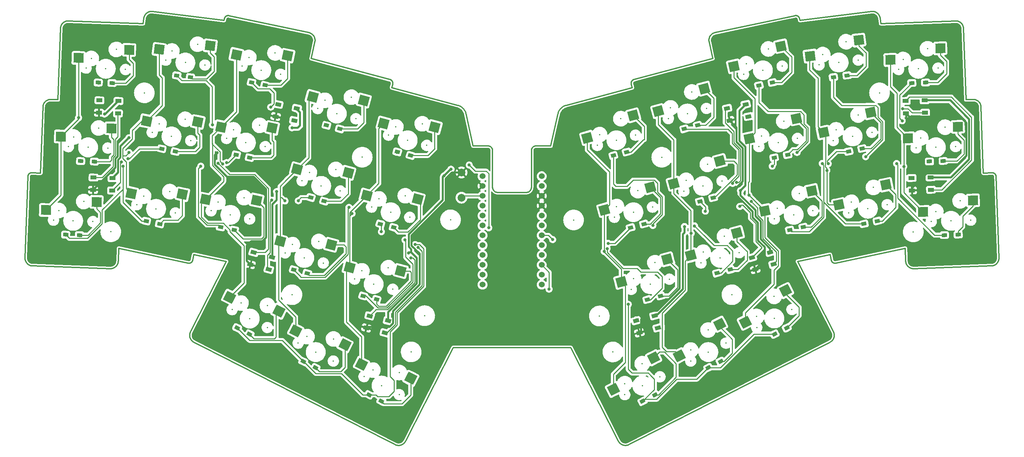
<source format=gbl>
%TF.GenerationSoftware,KiCad,Pcbnew,(6.0.6)*%
%TF.CreationDate,2022-07-30T19:55:31+09:00*%
%TF.ProjectId,nowt36,6e6f7774-3336-42e6-9b69-6361645f7063,rev?*%
%TF.SameCoordinates,Original*%
%TF.FileFunction,Copper,L2,Bot*%
%TF.FilePolarity,Positive*%
%FSLAX46Y46*%
G04 Gerber Fmt 4.6, Leading zero omitted, Abs format (unit mm)*
G04 Created by KiCad (PCBNEW (6.0.6)) date 2022-07-30 19:55:31*
%MOMM*%
%LPD*%
G01*
G04 APERTURE LIST*
G04 Aperture macros list*
%AMRotRect*
0 Rectangle, with rotation*
0 The origin of the aperture is its center*
0 $1 length*
0 $2 width*
0 $3 Rotation angle, in degrees counterclockwise*
0 Add horizontal line*
21,1,$1,$2,0,0,$3*%
G04 Aperture macros list end*
%TA.AperFunction,Profile*%
%ADD10C,0.349999*%
%TD*%
%TA.AperFunction,SMDPad,CuDef*%
%ADD11RotRect,2.550000X2.500000X165.000000*%
%TD*%
%TA.AperFunction,SMDPad,CuDef*%
%ADD12RotRect,1.300000X0.950000X345.000000*%
%TD*%
%TA.AperFunction,SMDPad,CuDef*%
%ADD13RotRect,2.550000X2.500000X168.000000*%
%TD*%
%TA.AperFunction,SMDPad,CuDef*%
%ADD14RotRect,2.550000X2.500000X192.000000*%
%TD*%
%TA.AperFunction,ComponentPad*%
%ADD15C,2.000000*%
%TD*%
%TA.AperFunction,SMDPad,CuDef*%
%ADD16RotRect,1.300000X0.950000X2.000000*%
%TD*%
%TA.AperFunction,SMDPad,CuDef*%
%ADD17RotRect,2.550000X2.500000X195.000000*%
%TD*%
%TA.AperFunction,SMDPad,CuDef*%
%ADD18RotRect,1.300000X0.950000X348.000000*%
%TD*%
%TA.AperFunction,SMDPad,CuDef*%
%ADD19RotRect,2.550000X2.500000X207.000000*%
%TD*%
%TA.AperFunction,SMDPad,CuDef*%
%ADD20RotRect,1.300000X0.950000X333.000000*%
%TD*%
%TA.AperFunction,SMDPad,CuDef*%
%ADD21RotRect,1.300000X0.950000X7.000000*%
%TD*%
%TA.AperFunction,SMDPad,CuDef*%
%ADD22RotRect,1.500000X1.000000X345.000000*%
%TD*%
%TA.AperFunction,SMDPad,CuDef*%
%ADD23RotRect,1.500000X1.000000X358.000000*%
%TD*%
%TA.AperFunction,SMDPad,CuDef*%
%ADD24RotRect,1.300000X0.950000X358.000000*%
%TD*%
%TA.AperFunction,SMDPad,CuDef*%
%ADD25RotRect,1.300000X0.950000X27.000000*%
%TD*%
%TA.AperFunction,SMDPad,CuDef*%
%ADD26RotRect,1.300000X0.950000X15.000000*%
%TD*%
%TA.AperFunction,SMDPad,CuDef*%
%ADD27RotRect,2.550000X2.500000X178.000000*%
%TD*%
%TA.AperFunction,SMDPad,CuDef*%
%ADD28RotRect,2.550000X2.500000X182.000000*%
%TD*%
%TA.AperFunction,SMDPad,CuDef*%
%ADD29RotRect,1.300000X0.950000X12.000000*%
%TD*%
%TA.AperFunction,SMDPad,CuDef*%
%ADD30RotRect,2.550000X2.500000X173.000000*%
%TD*%
%TA.AperFunction,SMDPad,CuDef*%
%ADD31RotRect,2.550000X2.500000X187.000000*%
%TD*%
%TA.AperFunction,SMDPad,CuDef*%
%ADD32RotRect,1.500000X1.000000X348.000000*%
%TD*%
%TA.AperFunction,SMDPad,CuDef*%
%ADD33RotRect,2.550000X2.500000X153.000000*%
%TD*%
%TA.AperFunction,SMDPad,CuDef*%
%ADD34RotRect,1.500000X1.000000X2.000000*%
%TD*%
%TA.AperFunction,ComponentPad*%
%ADD35C,1.524000*%
%TD*%
%TA.AperFunction,SMDPad,CuDef*%
%ADD36RotRect,1.500000X1.000000X16.000000*%
%TD*%
%TA.AperFunction,SMDPad,CuDef*%
%ADD37RotRect,1.300000X0.950000X353.000000*%
%TD*%
%TA.AperFunction,SMDPad,CuDef*%
%ADD38RotRect,1.500000X1.000000X15.000000*%
%TD*%
%TA.AperFunction,SMDPad,CuDef*%
%ADD39RotRect,1.500000X1.000000X12.000000*%
%TD*%
%TA.AperFunction,ViaPad*%
%ADD40C,0.800000*%
%TD*%
%TA.AperFunction,Conductor*%
%ADD41C,0.250000*%
%TD*%
%TA.AperFunction,Conductor*%
%ADD42C,0.500000*%
%TD*%
%ADD43C,0.350000*%
G04 APERTURE END LIST*
D10*
X231234357Y-33601038D02*
X231189263Y-33584031D01*
X162965635Y-67745991D02*
X162939532Y-67797881D01*
X74939909Y-115390959D02*
X74915741Y-115485825D01*
X62893799Y-35573194D02*
X62893799Y-35573194D01*
X272551723Y-34968424D02*
X272456697Y-34945597D01*
X273249963Y-35310735D02*
X273170259Y-35253001D01*
X240322181Y-97099864D02*
X240359833Y-97131549D01*
X74892805Y-116262433D02*
X74911448Y-116359066D01*
X63415421Y-33305833D02*
X63361074Y-33386043D01*
X74896274Y-115581594D02*
X74881522Y-115678091D01*
X240899177Y-97347156D02*
X240947952Y-97350146D01*
X162994273Y-67695381D02*
X162965635Y-67745991D01*
X250362275Y-32481264D02*
X231928178Y-34744685D01*
X38771067Y-55165734D02*
X38674865Y-55183912D01*
X152555740Y-67552186D02*
X152517364Y-67507667D01*
X163058992Y-67598388D02*
X163025405Y-67646147D01*
X32507888Y-96278571D02*
X32521371Y-96375768D01*
X161480439Y-79116764D02*
X157825364Y-79116787D01*
X209019959Y-38554463D02*
X208958401Y-38628248D01*
X283154359Y-95982654D02*
X282421540Y-74995426D01*
X252591096Y-34222617D02*
X252591096Y-34222617D01*
X240006562Y-96558681D02*
X240006562Y-96558681D01*
X128683749Y-144308759D02*
X128780234Y-144303889D01*
X277347157Y-55302448D02*
X277256627Y-55266065D01*
X152825364Y-68306404D02*
X152825364Y-68306404D01*
X282742351Y-97269969D02*
X282799049Y-97192391D01*
X153174768Y-78676162D02*
X153132495Y-78627362D01*
X163133366Y-67507685D02*
X163094992Y-67552201D01*
X278180524Y-55972426D02*
X278121326Y-55894162D01*
X42048180Y-35655759D02*
X41988977Y-35734023D01*
X75080841Y-97260670D02*
X75125099Y-97239161D01*
X152832310Y-77909374D02*
X152827115Y-77841072D01*
X241143897Y-97338070D02*
X241192658Y-97328960D01*
X63361074Y-33386043D02*
X63310524Y-33469093D01*
X42480257Y-35252908D02*
X42400542Y-35310641D01*
X33328116Y-97676741D02*
X33408998Y-97731899D01*
X208559243Y-39494983D02*
X208543098Y-39591267D01*
X129158799Y-144238691D02*
X129250752Y-144211236D01*
X75364475Y-97066419D02*
X75398657Y-97031383D01*
X171204047Y-56879943D02*
X171024936Y-56978460D01*
X106169495Y-44588617D02*
X106169495Y-44588617D01*
X41691671Y-36346175D02*
X41666814Y-36440874D01*
X63667986Y-33015585D02*
X63599848Y-33083339D01*
X126420869Y-50014765D02*
X126420869Y-50014765D01*
X153132495Y-78627362D02*
X153092568Y-78576555D01*
X84747788Y-33529075D02*
X84698572Y-33532391D01*
X33229363Y-74995464D02*
X32496293Y-95982632D01*
X273716630Y-35814987D02*
X273661470Y-35734108D01*
X126880089Y-50284681D02*
X126845231Y-50250437D01*
X240754754Y-97324020D02*
X240802491Y-97334077D01*
X260840195Y-98724348D02*
X260937402Y-98737818D01*
X84206650Y-33716811D02*
X84168363Y-33745767D01*
X147836175Y-67119224D02*
X147836175Y-67119224D01*
X162783022Y-78107946D02*
X162764899Y-78171767D01*
X56379670Y-97398681D02*
X56409073Y-97305477D01*
X40973115Y-55203873D02*
X40973115Y-55203873D01*
X282852036Y-97112082D02*
X282901192Y-97029171D01*
X240611776Y-115116950D02*
X240567368Y-115024067D01*
X33408998Y-97731899D02*
X33492338Y-97782949D01*
X170690799Y-57209422D02*
X170536761Y-57340835D01*
X41646581Y-36536900D02*
X41631046Y-36634091D01*
X157825364Y-79116787D02*
X157825364Y-79116787D01*
X42912965Y-35027686D02*
X42822427Y-35064064D01*
X259305047Y-97490310D02*
X259343337Y-97580057D01*
X281626843Y-97996525D02*
X281722763Y-97970827D01*
X281997955Y-97866951D02*
X282085093Y-97823831D01*
X55278476Y-98587565D02*
X55367173Y-98546787D01*
X83812760Y-34320466D02*
X83722550Y-34744685D01*
X37730256Y-55676670D02*
X37730256Y-55676670D01*
X278376225Y-56310055D02*
X278333611Y-56222284D01*
X152433877Y-67424235D02*
X152389333Y-67385889D01*
X283108877Y-96484365D02*
X283127818Y-96386885D01*
X240047978Y-96700856D02*
X240066274Y-96746381D01*
X208523308Y-39886428D02*
X208526582Y-39986421D01*
X276782306Y-55152244D02*
X276684271Y-55143534D01*
X282169732Y-97776681D02*
X282251751Y-97725630D01*
X39065009Y-55139685D02*
X38966305Y-55143559D01*
X37101287Y-56970629D02*
X37095368Y-57069666D01*
X75171243Y-116995091D02*
X75225197Y-117076576D01*
X55700310Y-98340973D02*
X55777351Y-98279154D01*
X37112051Y-56872436D02*
X37101287Y-56970629D01*
X63739221Y-32951218D02*
X63667986Y-33015585D01*
X127073265Y-50568746D02*
X127051813Y-50524261D01*
X75282999Y-117155240D02*
X75344535Y-117230950D01*
X241192658Y-97328960D02*
X259049653Y-93533287D01*
X282231358Y-74442666D02*
X282202130Y-74404459D01*
X127051813Y-50524261D02*
X127028084Y-50480701D01*
X240109300Y-96834194D02*
X240133930Y-96876336D01*
X42822427Y-35064064D02*
X42733720Y-35104838D01*
X129766875Y-143957030D02*
X129845385Y-143900262D01*
X230753045Y-33534020D02*
X230702568Y-33540801D01*
X273401215Y-35438393D02*
X273327004Y-35372553D01*
X130256010Y-143478241D02*
X130312797Y-143394848D01*
X171583881Y-56719420D02*
X171390526Y-56793424D01*
X43193912Y-34945545D02*
X43098874Y-34968364D01*
X144260240Y-56793450D02*
X144066893Y-56719442D01*
X129845385Y-143900262D02*
X129921300Y-143839525D01*
X75948380Y-95127460D02*
X84315011Y-96905849D01*
X33619889Y-74237023D02*
X33582536Y-74267170D01*
X74881522Y-115678091D02*
X74871499Y-115775138D01*
X153587232Y-78984165D02*
X153529240Y-78954464D01*
X37127586Y-56775246D02*
X37112051Y-56872436D01*
X145258660Y-57482215D02*
X145113973Y-57340869D01*
X33546679Y-74299050D02*
X33512383Y-74332603D01*
X37202085Y-56491320D02*
X37172677Y-56584527D01*
X250667391Y-32467018D02*
X250566496Y-32466592D01*
X276486359Y-55140665D02*
X274677613Y-55203873D01*
X208534952Y-40086970D02*
X208548515Y-40187924D01*
X107048711Y-39318940D02*
X107019338Y-39225729D01*
X153707883Y-79035179D02*
X153646807Y-79011098D01*
X129994448Y-143774875D02*
X130064663Y-143706367D01*
X63263913Y-33554874D02*
X63221379Y-33643277D01*
X107114900Y-40093746D02*
X107123339Y-39995692D01*
X189002232Y-50107010D02*
X188960133Y-50131818D01*
X64136961Y-32684023D02*
X64052338Y-32729812D01*
X189090071Y-50063597D02*
X189045569Y-50084252D01*
X162809867Y-77976648D02*
X162798040Y-78042878D01*
X32966544Y-97342282D02*
X33032387Y-97416492D01*
X32499173Y-96180538D02*
X32507888Y-96278571D01*
X259385956Y-97667831D02*
X259432833Y-97753470D01*
X240802491Y-97334077D02*
X240850661Y-97341794D01*
X187652731Y-144205891D02*
X187745267Y-144172371D01*
X239783896Y-117665017D02*
X239870887Y-117612023D01*
X75344535Y-117230950D02*
X75409687Y-117303570D01*
X151634965Y-67116760D02*
X151634965Y-67116760D01*
X260555245Y-98655952D02*
X260648950Y-98683353D01*
X187925858Y-144091366D02*
X239693375Y-117714062D01*
X189229874Y-50014791D02*
X189182295Y-50028812D01*
X281992172Y-74208657D02*
X281952021Y-74182163D01*
X106804406Y-38784022D02*
X106804406Y-38784022D01*
X37414808Y-56053271D02*
X37363751Y-56136611D01*
X33698820Y-74182173D02*
X33658672Y-74208671D01*
X84287110Y-33664558D02*
X84246257Y-33689725D01*
X251337900Y-32604675D02*
X251246924Y-32571346D01*
X38393929Y-55266057D02*
X38303394Y-55302436D01*
X240315657Y-117220587D02*
X240376409Y-117144680D01*
X231143295Y-33569185D02*
X231096528Y-33556548D01*
X63059655Y-34222617D02*
X63059655Y-34222617D01*
X33343011Y-74565663D02*
X33321457Y-74609231D01*
X145734073Y-58136595D02*
X145631708Y-57960683D01*
X106415091Y-38343276D02*
X106338897Y-38282252D01*
X55851563Y-98213314D02*
X55922422Y-98143878D01*
X107101590Y-40191619D02*
X107114900Y-40093746D01*
X273857163Y-36071725D02*
X273814550Y-35983958D01*
X240219684Y-96994822D02*
X240252057Y-97031427D01*
X64496626Y-32542399D02*
X64403814Y-32571356D01*
X153314811Y-78809675D02*
X153266010Y-78767403D01*
X106259863Y-38225049D02*
X106178133Y-38171766D01*
X33740270Y-74157591D02*
X33698820Y-74182173D01*
X272360503Y-34927412D02*
X272263308Y-34913933D01*
X209722011Y-38040570D02*
X209632009Y-38082532D01*
X187925858Y-144091366D02*
X187925858Y-144091366D01*
X75431029Y-96994780D02*
X75461542Y-96956683D01*
X186784572Y-144295574D02*
X186882053Y-144304620D01*
X185794637Y-143891380D02*
X185873296Y-143949198D01*
X241192658Y-97328960D02*
X241192658Y-97328960D01*
X252177321Y-33228563D02*
X252115798Y-33154362D01*
X56454156Y-97114767D02*
X56469688Y-97017582D01*
X273895447Y-36161466D02*
X273857163Y-36071725D01*
X43387322Y-34913900D02*
X43290117Y-34927369D01*
X230853315Y-33528200D02*
X230803319Y-33529836D01*
X41793255Y-36071660D02*
X41754965Y-36161407D01*
X281539941Y-74037179D02*
X281489710Y-74032565D01*
X145113973Y-57340869D02*
X144959941Y-57209456D01*
X281387360Y-74030964D02*
X281387360Y-74030964D01*
X231049036Y-33546169D02*
X231000895Y-33538097D01*
X56601067Y-93533287D02*
X56601067Y-93533287D01*
X282799049Y-97192391D02*
X282852036Y-97112082D01*
X152036279Y-67186216D02*
X151981122Y-67167998D01*
X144625817Y-56978490D02*
X144446713Y-56879971D01*
X187368291Y-144278351D02*
X187464067Y-144258894D01*
X32846985Y-97185538D02*
X32904723Y-97265242D01*
X282068313Y-74267151D02*
X282030957Y-74237007D01*
X56486367Y-96820362D02*
X56486367Y-96820362D01*
X272737609Y-35027760D02*
X272645416Y-34995833D01*
X106338897Y-38282252D02*
X106259863Y-38225049D01*
X33419505Y-74442695D02*
X33392100Y-74482334D01*
X240525627Y-97239217D02*
X240569887Y-97260726D01*
X252429370Y-33643271D02*
X252386836Y-33554867D01*
X106748329Y-38702186D02*
X106688533Y-38623567D01*
X188805510Y-50250462D02*
X188770651Y-50284706D01*
X162595672Y-78523788D02*
X162558175Y-78576517D01*
X162825364Y-77771831D02*
X162823614Y-77841040D01*
X74989804Y-97296898D02*
X75035714Y-97279921D01*
X74915741Y-115485825D02*
X74896274Y-115581594D01*
X145968295Y-58706368D02*
X145902861Y-58509953D01*
X152476655Y-67464916D02*
X152433877Y-67424235D01*
X107109021Y-39605170D02*
X107093585Y-39508835D01*
X126605174Y-50084226D02*
X126560671Y-50063571D01*
X231680219Y-33956068D02*
X231651421Y-33916904D01*
X74996212Y-116643651D02*
X75033621Y-116735067D01*
X271967377Y-34902346D02*
X271967377Y-34902346D01*
X240440064Y-97189487D02*
X240482323Y-97215465D01*
X163307607Y-67349940D02*
X163261395Y-67385910D01*
X209632009Y-38082532D02*
X209544780Y-38128627D01*
X163560275Y-67207119D02*
X163507186Y-67230611D01*
X34212005Y-74030447D02*
X34161123Y-74032543D01*
X33269534Y-74746822D02*
X33256690Y-74794780D01*
X33366581Y-74523344D02*
X33343011Y-74565663D01*
X64983344Y-32467023D02*
X64883446Y-32472478D01*
X126690610Y-50131793D02*
X126648510Y-50106985D01*
X186214792Y-144140836D02*
X186306206Y-144178261D01*
X186399766Y-144211262D02*
X186399766Y-144211262D01*
X153529240Y-78954464D02*
X153472918Y-78922080D01*
X188705980Y-50358317D02*
X188676310Y-50397575D01*
X33665744Y-97872427D02*
X33755488Y-97910708D01*
X231189263Y-33584031D02*
X231143295Y-33569185D01*
X188919340Y-50158621D02*
X188879925Y-50187365D01*
X55989466Y-98071339D02*
X56052622Y-97995857D01*
X126468448Y-50028786D02*
X126420869Y-50014765D01*
X105734185Y-37967685D02*
X105639359Y-37940038D01*
X75704169Y-117560454D02*
X75785681Y-117615601D01*
X151981122Y-67167998D02*
X151925078Y-67152478D01*
X83918561Y-34038952D02*
X83895515Y-34082566D01*
X152867712Y-78107981D02*
X152852693Y-78042913D01*
X240567368Y-115024067D02*
X231335725Y-96905849D01*
X55187948Y-98623949D02*
X55278476Y-98587565D01*
X278414510Y-56399798D02*
X278376225Y-56310055D01*
X37469974Y-55972389D02*
X37414808Y-56053271D01*
X259164445Y-96820385D02*
X259164445Y-96820385D01*
X153055070Y-78523825D02*
X153020086Y-78469257D01*
X151868244Y-67139697D02*
X151810718Y-67129694D01*
X84948176Y-33540807D02*
X84897700Y-33534028D01*
X75870119Y-117666848D02*
X75957368Y-117714062D01*
X130131774Y-143634055D02*
X130195613Y-143557995D01*
X161880379Y-79056294D02*
X161816557Y-79074418D01*
X152656465Y-67695372D02*
X152625331Y-67646136D01*
X151693981Y-67118185D02*
X151634965Y-67116760D01*
X187174737Y-144303102D02*
X187271788Y-144293091D01*
X240947952Y-97350146D02*
X240996899Y-97350749D01*
X188489236Y-50947446D02*
X188488803Y-50996309D01*
X185576934Y-143695993D02*
X185646321Y-143764662D01*
X277435855Y-55343226D02*
X277347157Y-55302448D01*
X54713638Y-98737776D02*
X54810835Y-98724296D01*
X33940247Y-97973988D02*
X34034940Y-97998839D01*
X74943198Y-97311585D02*
X74989804Y-97296898D01*
X188526894Y-50706906D02*
X188514668Y-50754217D01*
X170132695Y-57792605D02*
X170019004Y-57960651D01*
X208900488Y-38704823D02*
X208846316Y-38784040D01*
X153418349Y-78887098D02*
X153365619Y-78849601D01*
X33392100Y-74482334D02*
X33366581Y-74523344D01*
X126770816Y-50187340D02*
X126731402Y-50158596D01*
X56052622Y-97995857D02*
X56111817Y-97917596D01*
X147836175Y-67119224D02*
X146020432Y-58908584D01*
X127028084Y-50480701D02*
X127028084Y-50480701D01*
X161942870Y-79035149D02*
X161880379Y-79056294D01*
X281328213Y-98045016D02*
X281429447Y-98033749D01*
X282171146Y-74367743D02*
X282138472Y-74332580D01*
X84329134Y-33641358D02*
X84287110Y-33664558D01*
X33284653Y-74699871D02*
X33269534Y-74746822D01*
X38303394Y-55302436D02*
X38214690Y-55343210D01*
X106903863Y-38955138D02*
X106856360Y-38868536D01*
X55851563Y-98213314D02*
X55851563Y-98213314D01*
X185646321Y-143764662D02*
X185718934Y-143829830D01*
X186038942Y-144053174D02*
X186125659Y-144099102D01*
X64687202Y-32498038D02*
X64591135Y-32517923D01*
X251911522Y-32951207D02*
X251837329Y-32890336D01*
X189229874Y-50014791D02*
X189229874Y-50014791D01*
X252555926Y-34020912D02*
X252531104Y-33923116D01*
X84554226Y-33556563D02*
X84507460Y-33569200D01*
X208531663Y-39688701D02*
X208525034Y-39787138D01*
X272263308Y-34913933D02*
X272165278Y-34905220D01*
X56601067Y-93533287D02*
X74458100Y-97328915D01*
X153472918Y-78922080D02*
X153418349Y-78887098D01*
X278333611Y-56222284D02*
X278286740Y-56136648D01*
X74895985Y-97323964D02*
X74943198Y-97311585D01*
X38486130Y-55234136D02*
X38393929Y-55266057D01*
X162003945Y-79011067D02*
X161942870Y-79035149D01*
X74848251Y-97334021D02*
X74895985Y-97323964D01*
X37881523Y-55549014D02*
X37804475Y-55610831D01*
X37316877Y-56222247D02*
X37274258Y-56310019D01*
X186687426Y-144281729D02*
X186784572Y-144295574D01*
X142703004Y-119099964D02*
X142703004Y-119099964D01*
X54417702Y-98749363D02*
X54516906Y-98750371D01*
X75121252Y-116910921D02*
X75171243Y-116995091D01*
X75516787Y-96876301D02*
X75541418Y-96834162D01*
X145393508Y-57632977D02*
X145258660Y-57482215D01*
X152343120Y-67349917D02*
X152295337Y-67316360D01*
X231838013Y-34320467D02*
X231826042Y-34270403D01*
X240110140Y-117431035D02*
X240182467Y-117363933D01*
X272916830Y-35104922D02*
X272828135Y-35064144D01*
X281438828Y-74030474D02*
X281387360Y-74030964D01*
X152625331Y-67646136D02*
X152591743Y-67598375D01*
X55002059Y-98683284D02*
X55095753Y-98655876D01*
X128006639Y-144208691D02*
X128102370Y-144237744D01*
X259799348Y-98213421D02*
X259799348Y-98213421D01*
X231776241Y-34127561D02*
X231755260Y-34082560D01*
X172947724Y-119099964D02*
X172947724Y-119099964D01*
X41933809Y-35814907D02*
X41882750Y-35898249D01*
X64784686Y-32482853D02*
X64687202Y-32498038D01*
X282331029Y-97670808D02*
X282407445Y-97612345D01*
X33964752Y-74065532D02*
X33917774Y-74079628D01*
X41614365Y-36831327D02*
X40973115Y-55203873D01*
X240399144Y-97161448D02*
X240440064Y-97189487D01*
X276585567Y-55139653D02*
X276486359Y-55140665D01*
X162848461Y-68073107D02*
X162838419Y-68130624D01*
X164015748Y-67116787D02*
X163956734Y-67118212D01*
X152195450Y-67256653D02*
X152143540Y-67230584D01*
X153834198Y-79074447D02*
X153770375Y-79056323D01*
X152825364Y-77771862D02*
X152825364Y-68306404D01*
X39164216Y-55140703D02*
X39164216Y-55140703D01*
X281952021Y-74182163D02*
X281910570Y-74157583D01*
X83855694Y-34173905D02*
X83839068Y-34221533D01*
X240485955Y-116985243D02*
X240534638Y-116902051D01*
X169916635Y-58136564D02*
X169826083Y-58319829D01*
X74555796Y-97344679D02*
X74604823Y-97348898D01*
X157825364Y-119099964D02*
X172947724Y-119099964D01*
X37235970Y-56399763D02*
X37202085Y-56491320D01*
X162876839Y-67960252D02*
X162861282Y-68016284D01*
X153646807Y-79011098D02*
X153587232Y-78984165D01*
X187077312Y-144308370D02*
X187174737Y-144303102D01*
X252575970Y-34120782D02*
X252555926Y-34020912D01*
X63119646Y-33923119D02*
X63094824Y-34020914D01*
X55777351Y-98279154D02*
X55851563Y-98213314D01*
X152987701Y-78412936D02*
X152957999Y-78354945D01*
X208707216Y-39036049D02*
X208668977Y-39124341D01*
X208525034Y-39787138D02*
X208523308Y-39886428D01*
X259164445Y-96820385D02*
X259170362Y-96919425D01*
X231404507Y-33689709D02*
X231363653Y-33664542D01*
X106985384Y-39133909D02*
X106946881Y-39043654D01*
X127127968Y-51239538D02*
X127127968Y-51239538D01*
X75251574Y-97161396D02*
X75290883Y-97131499D01*
X281824026Y-74114414D02*
X281779063Y-74095945D01*
X106856360Y-38868536D02*
X106804406Y-38784022D01*
X127817697Y-144135331D02*
X127911691Y-144174571D01*
X75461542Y-96956683D02*
X75490144Y-96917166D01*
X185283102Y-143304146D02*
X185334338Y-143388598D01*
X74458100Y-97328915D02*
X74506859Y-97338023D01*
X185334338Y-143388598D02*
X185389474Y-143470123D01*
X33512383Y-74332603D02*
X33479712Y-74367769D01*
X55095753Y-98655876D02*
X55187948Y-98623949D01*
X260937402Y-98737818D02*
X261035444Y-98746520D01*
X154101109Y-79115037D02*
X154032807Y-79109844D01*
X83812760Y-34320466D02*
X83812760Y-34320466D01*
X152755645Y-67905114D02*
X152734734Y-67850954D01*
X37730256Y-55676670D02*
X37659390Y-55746105D01*
X42178400Y-35507735D02*
X42111346Y-35580276D01*
X43584071Y-34901327D02*
X43485362Y-34905198D01*
X32621730Y-96752883D02*
X32658116Y-96843411D01*
X252340224Y-33469085D02*
X252289674Y-33386034D01*
X273539119Y-35580367D02*
X273472074Y-35507828D01*
X43098874Y-34968364D02*
X43005170Y-34995766D01*
X56409073Y-97305477D02*
X56433927Y-97210786D01*
X281529031Y-98017543D02*
X281626843Y-97996525D01*
X209481232Y-44588617D02*
X209481232Y-44588617D01*
X63890425Y-32833084D02*
X63813414Y-32890348D01*
X281816669Y-97940579D02*
X281908440Y-97905911D01*
X33101826Y-97487350D02*
X33174368Y-97554393D01*
X240687493Y-116550073D02*
X240714963Y-116458120D01*
X127724824Y-144090916D02*
X127724824Y-144090916D01*
X43485362Y-34905198D02*
X43387322Y-34913900D01*
X84649856Y-33538110D02*
X84601716Y-33546184D01*
X240182467Y-117363933D02*
X240250991Y-117293728D01*
X37147819Y-56679223D02*
X37127586Y-56775246D01*
X261233369Y-98749370D02*
X261233369Y-98749370D01*
X208846316Y-38784040D02*
X208795982Y-38865749D01*
X240160571Y-96917203D02*
X240189172Y-96956723D01*
X281910570Y-74157583D02*
X281867883Y-74134980D01*
X37529175Y-55894126D02*
X37469974Y-55972389D01*
X54615606Y-98746488D02*
X54713638Y-98737776D01*
X38579831Y-55206733D02*
X38486130Y-55234136D01*
X187836368Y-144134191D02*
X187925858Y-144091366D01*
X152711207Y-67797879D02*
X152685104Y-67745986D01*
X75083314Y-115024074D02*
X75083314Y-115024074D01*
X74458100Y-97328915D02*
X74458100Y-97328915D01*
X231732213Y-34038945D02*
X231707174Y-33996765D01*
X126420869Y-50014765D02*
X106169495Y-44588617D01*
X277164430Y-55234138D02*
X277070734Y-55206731D01*
X128295507Y-144280874D02*
X128392575Y-144295060D01*
X240359833Y-97131549D02*
X240399144Y-97161448D01*
X107083375Y-40289139D02*
X107101590Y-40191619D01*
X63599848Y-33083339D02*
X63534948Y-33154372D01*
X33032387Y-97416492D02*
X33101826Y-97487350D01*
X188770651Y-50284706D02*
X188737451Y-50320676D01*
X240619551Y-116729566D02*
X240655671Y-116640611D01*
X41882750Y-35898249D02*
X41835874Y-35983887D01*
X64591135Y-32517923D02*
X64496626Y-32542399D01*
X259196661Y-97114814D02*
X259216894Y-97210841D01*
X38043445Y-55437695D02*
X37961236Y-55491281D01*
X281722763Y-97970827D02*
X281816669Y-97940579D01*
X152789456Y-68016298D02*
X152773899Y-67960261D01*
X240655671Y-116640611D02*
X240687493Y-116550073D01*
X128586865Y-144308947D02*
X128683749Y-144308759D01*
X127127968Y-51239538D02*
X127139617Y-51191322D01*
X278549170Y-56970653D02*
X278538410Y-56872462D01*
X74878974Y-116165289D02*
X74892805Y-116262433D01*
X126515073Y-50045073D02*
X126468448Y-50028786D01*
X107123339Y-39995692D02*
X107126938Y-39897634D01*
X241045931Y-97348948D02*
X241094959Y-97344727D01*
X252115798Y-33154362D02*
X252050897Y-33083329D01*
X84315011Y-96905849D02*
X84315011Y-96905849D01*
X75632654Y-96606914D02*
X75644166Y-96558666D01*
X239954295Y-117555248D02*
X240034065Y-117494863D01*
X261233369Y-98749370D02*
X281225449Y-98051212D01*
X152840864Y-77976682D02*
X152832310Y-77909374D01*
X170019004Y-57960651D02*
X169916635Y-58136564D01*
X163025405Y-67646147D02*
X162994273Y-67695381D01*
X56111817Y-97917596D02*
X56166976Y-97836715D01*
X185389474Y-143470123D02*
X185448375Y-143548608D01*
X282030957Y-74237007D02*
X281992172Y-74208657D01*
X259799348Y-98213421D02*
X259873568Y-98279261D01*
X231335725Y-96905849D02*
X231335725Y-96905849D01*
X127158682Y-50898691D02*
X127153497Y-50850185D01*
X75644166Y-96558666D02*
X75948380Y-95127460D01*
X127148825Y-51142800D02*
X127155606Y-51094061D01*
X240785102Y-115983061D02*
X240785304Y-115886173D01*
X208605272Y-39306466D02*
X208580000Y-39400000D01*
X39164216Y-55140703D02*
X39065009Y-55139685D01*
X277991120Y-55746139D02*
X277920258Y-55676702D01*
X41614365Y-36831327D02*
X41614365Y-36831327D01*
X188879925Y-50187365D02*
X188841959Y-50217997D01*
X273472074Y-35507828D02*
X273401215Y-35438393D01*
X33229363Y-74995464D02*
X33229363Y-74995464D01*
X127139617Y-51191322D02*
X127148825Y-51142800D01*
X188490763Y-51045219D02*
X188495128Y-51094087D01*
X75785681Y-117615601D02*
X75870119Y-117666848D01*
X240567368Y-115024067D02*
X240567368Y-115024067D01*
X42249268Y-35438299D02*
X42249268Y-35438299D01*
X84315011Y-96905849D02*
X75083314Y-115024074D01*
X84372256Y-33620174D02*
X84329134Y-33641358D01*
X84168363Y-33745767D02*
X84131472Y-33776546D01*
X271967377Y-34902346D02*
X252756928Y-35573194D01*
X54417702Y-98749363D02*
X54417702Y-98749363D01*
X56469688Y-97017582D02*
X56480450Y-96919393D01*
X274036027Y-36831331D02*
X274036027Y-36831331D01*
X154170319Y-79116787D02*
X154170319Y-79116787D01*
X186125659Y-144099102D02*
X186214792Y-144140836D01*
X54810835Y-98724296D02*
X54907031Y-98706112D01*
X230651963Y-33550227D02*
X210107819Y-37917020D01*
X83722550Y-34744685D02*
X83722550Y-34744685D01*
X170257214Y-57632943D02*
X170132695Y-57792605D01*
X162826830Y-68247349D02*
X162825364Y-68306362D01*
X188501910Y-51142827D02*
X188511119Y-51191348D01*
X162121510Y-78954432D02*
X162063520Y-78984133D01*
X32496293Y-95982632D02*
X32495287Y-96081836D01*
X169826083Y-58319829D02*
X169747841Y-58509928D01*
X106488298Y-38408020D02*
X106415091Y-38343276D01*
X33256690Y-74794780D02*
X33246186Y-74843684D01*
X239702347Y-95127460D02*
X239702347Y-95127460D01*
X129341292Y-144179429D02*
X129430249Y-144143324D01*
X281867883Y-74134980D02*
X281824026Y-74114414D01*
X272645416Y-34995833D02*
X272551723Y-34968424D01*
X74800083Y-97341740D02*
X74848251Y-97334021D01*
X33782955Y-74134985D02*
X33740270Y-74157591D01*
X185954776Y-144003167D02*
X186038942Y-144053174D01*
X188522767Y-51239565D02*
X188522767Y-51239565D01*
X240738192Y-115498001D02*
X240714160Y-115401648D01*
X55620605Y-98398708D02*
X55700310Y-98340973D01*
X75075340Y-116824202D02*
X75121252Y-116910921D01*
X240579188Y-116816769D02*
X240619551Y-116729566D01*
X188541444Y-50660170D02*
X188526894Y-50706906D01*
X151810718Y-67129694D02*
X151752598Y-67122509D01*
X84897700Y-33534028D02*
X84847427Y-33529845D01*
X163898120Y-67122537D02*
X163840001Y-67129722D01*
X282946395Y-96943790D02*
X282987524Y-96856067D01*
X75948380Y-95127460D02*
X75948380Y-95127460D01*
X144797057Y-57088490D02*
X144625817Y-56978490D01*
X208634963Y-39214530D02*
X208605272Y-39306466D01*
X56166976Y-97836715D02*
X56218027Y-97753377D01*
X240850661Y-97341794D02*
X240899177Y-97347156D01*
X130195613Y-143557995D02*
X130256010Y-143478241D01*
X281489710Y-74032565D02*
X281438828Y-74030474D01*
X63473425Y-33228573D02*
X63415421Y-33305833D01*
X231278503Y-33620158D02*
X231234357Y-33601038D01*
X250362275Y-32481264D02*
X250362275Y-32481264D01*
X240250991Y-117293728D02*
X240315657Y-117220587D01*
X240482323Y-97215465D02*
X240525627Y-97239217D01*
X34061375Y-74044237D02*
X34012640Y-74053715D01*
X188841959Y-50217997D02*
X188805510Y-50250462D01*
X153365619Y-78849601D02*
X153314811Y-78809675D01*
X231755260Y-34082560D02*
X231732213Y-34038945D01*
X282394201Y-74794742D02*
X282381353Y-74746785D01*
X282901192Y-97029171D02*
X282946395Y-96943790D01*
X162431445Y-78722834D02*
X162384736Y-78767367D01*
X171024936Y-56978460D02*
X170853689Y-57088458D01*
X32562389Y-96566993D02*
X32589800Y-96660688D01*
X151634965Y-67116760D02*
X147836175Y-67119224D01*
X281429447Y-98033749D02*
X281529031Y-98017543D01*
X84998780Y-33550232D02*
X84948176Y-33540807D01*
X240189172Y-96956723D02*
X240219684Y-96994822D01*
X161617950Y-79109819D02*
X161549649Y-79115013D01*
X208548515Y-40187924D02*
X208567368Y-40289136D01*
X240006562Y-96558681D02*
X240018072Y-96606933D01*
X34326337Y-98045352D02*
X34425370Y-98051266D01*
X129517455Y-144102977D02*
X129602741Y-144058443D01*
X33448731Y-74404486D02*
X33419505Y-74442695D01*
X259181126Y-97017622D02*
X259196661Y-97114814D01*
X75584447Y-96746354D02*
X75602745Y-96700832D01*
X151925078Y-67152478D02*
X151868244Y-67139697D01*
X283085256Y-96580152D02*
X283108877Y-96484365D01*
X162630655Y-78469220D02*
X162595672Y-78523788D01*
X208958401Y-38628248D02*
X208900488Y-38704823D01*
X282480877Y-97550372D02*
X282551205Y-97485017D01*
X106946881Y-39043654D02*
X106903863Y-38955138D01*
X172947724Y-119099964D02*
X185235902Y-143216884D01*
X63149106Y-33827509D02*
X63119646Y-33923119D01*
X209460420Y-38178704D02*
X209379028Y-38232615D01*
X281225449Y-98051212D02*
X281225449Y-98051212D01*
X162861282Y-68016284D02*
X162848461Y-68073107D01*
X34263474Y-74030933D02*
X36500611Y-74109058D01*
X127028084Y-50480701D02*
X127002227Y-50438371D01*
X250963535Y-32498030D02*
X250866051Y-32482847D01*
X151752598Y-67122509D02*
X151693981Y-67118185D01*
X74751569Y-97347102D02*
X74800083Y-97341740D01*
X75550384Y-117439001D02*
X75625698Y-117501542D01*
X153092568Y-78576555D02*
X153055070Y-78523825D01*
X186979692Y-144308881D02*
X187077312Y-144308370D01*
X54516906Y-98750371D02*
X54615606Y-98746488D01*
X42323490Y-35372459D02*
X42249268Y-35438299D01*
X231096528Y-33556548D02*
X231049036Y-33546169D01*
X260372501Y-98587654D02*
X260463040Y-98624032D01*
X188492050Y-50898717D02*
X188489236Y-50947446D01*
X157825364Y-119099964D02*
X157825364Y-119099964D01*
X152957999Y-78354945D02*
X152931065Y-78295370D01*
X64403814Y-32571356D02*
X64312839Y-32604685D01*
X283151175Y-96187373D02*
X283155349Y-96085599D01*
X33238087Y-74893473D02*
X33232458Y-74944086D01*
X259598262Y-97995960D02*
X259661427Y-98071444D01*
X282284290Y-74523312D02*
X282258767Y-74482304D01*
X106804406Y-38784022D02*
X106748329Y-38702186D01*
X75625698Y-117501542D02*
X75704169Y-117560454D01*
X163956734Y-67118212D02*
X163898120Y-67122537D01*
X128392575Y-144295060D02*
X128489751Y-144304399D01*
X153965498Y-79101291D02*
X153899267Y-79089464D01*
X167814545Y-67119224D02*
X164015748Y-67116787D01*
X75125099Y-97239161D02*
X75168399Y-97215410D01*
X126560671Y-50063571D02*
X126515073Y-50045073D01*
X74963227Y-116550091D02*
X74963227Y-116550091D01*
X32793394Y-97103337D02*
X32846985Y-97185538D01*
X188648510Y-50438396D02*
X188622651Y-50480726D01*
X41754965Y-36161407D02*
X41721080Y-36252966D01*
X279150117Y-74109058D02*
X278555085Y-57069687D01*
X62893799Y-35573194D02*
X43683282Y-34902348D01*
X105918239Y-38036449D02*
X105827194Y-37999855D01*
X74934917Y-116455011D02*
X74963227Y-116550091D01*
X34228147Y-98034595D02*
X34326337Y-98045352D01*
X278235686Y-56053308D02*
X278180524Y-55972426D01*
X187271788Y-144293091D02*
X187368291Y-144278351D01*
X41631046Y-36634091D02*
X41620283Y-36732288D01*
X186590791Y-144263071D02*
X186687426Y-144281729D01*
X130064663Y-143706367D02*
X130131774Y-143634055D01*
X84698572Y-33532391D02*
X84649856Y-33538110D01*
X75618831Y-96654327D02*
X75632654Y-96606914D01*
X32539558Y-96471965D02*
X32562389Y-96566993D01*
X210107819Y-37917020D02*
X210107819Y-37917020D01*
X282418443Y-74944048D02*
X282412810Y-74893434D01*
X209300700Y-38290212D02*
X209225532Y-38351343D01*
X55538403Y-98452296D02*
X55620605Y-98398708D01*
X154170319Y-79116787D02*
X154101109Y-79115037D01*
X105542863Y-37917016D02*
X84998780Y-33550232D01*
X231321626Y-33641342D02*
X231278503Y-33620158D01*
X273327004Y-35372553D02*
X273249963Y-35310735D01*
X41666814Y-36440874D02*
X41646581Y-36536900D01*
X231519295Y-33776532D02*
X231482403Y-33745753D01*
X259049653Y-93533287D02*
X259049653Y-93533287D01*
X130365805Y-143307871D02*
X130414864Y-143217365D01*
X281225449Y-98051212D02*
X281328213Y-98045016D01*
X282329421Y-74609196D02*
X282307863Y-74565629D01*
X208526582Y-39986421D02*
X208534952Y-40086970D01*
X127145954Y-50801989D02*
X127136064Y-50754192D01*
X75478342Y-117372965D02*
X75550384Y-117439001D01*
X260648950Y-98683353D02*
X260743989Y-98706173D01*
X34012640Y-74053715D02*
X33964752Y-74065532D01*
X127724824Y-144090916D02*
X127817697Y-144135331D01*
X128876150Y-144294392D02*
X128971329Y-144280324D01*
X145902861Y-58509953D02*
X145824622Y-58319857D01*
X278555085Y-57069687D02*
X278555085Y-57069687D01*
X188737451Y-50320676D02*
X188705980Y-50358317D01*
X64312839Y-32604685D02*
X64223841Y-32642277D01*
X56218027Y-97753377D02*
X56264895Y-97667743D01*
X128971329Y-144280324D02*
X129065602Y-144261738D01*
X145824622Y-58319857D02*
X145734073Y-58136595D01*
X74865695Y-115970174D02*
X74869942Y-116067810D01*
X126974428Y-50397550D02*
X126944759Y-50358292D01*
X83722550Y-34744685D02*
X65288460Y-32481264D01*
X283057076Y-96674119D02*
X283085256Y-96580152D01*
X145631708Y-57960683D02*
X145518022Y-57792638D01*
X145518022Y-57792638D02*
X145393508Y-57632977D01*
X129685937Y-144009775D02*
X129766875Y-143957030D01*
X126808783Y-50217972D02*
X126770816Y-50187340D01*
X272828135Y-35064144D02*
X272737609Y-35027760D01*
X74866219Y-115872558D02*
X74865695Y-115970174D01*
X273814550Y-35983958D02*
X273767681Y-35898324D01*
X127136064Y-50754192D02*
X127123838Y-50706881D01*
X162518249Y-78627325D02*
X162475977Y-78676125D01*
X38127985Y-55388317D02*
X38043445Y-55437695D01*
X164015748Y-67116787D02*
X164015748Y-67116787D01*
X126731402Y-50158596D02*
X126690610Y-50131793D01*
X277256627Y-55266065D02*
X277164430Y-55234138D01*
X209909949Y-37969637D02*
X209814691Y-38002888D01*
X74604823Y-97348898D02*
X74653852Y-97350698D01*
X185235902Y-143216884D02*
X185283102Y-143304146D01*
X282104172Y-74299029D02*
X282068313Y-74267151D01*
X239693375Y-117714062D02*
X239693375Y-117714062D01*
X162063520Y-78984133D02*
X162003945Y-79011067D01*
X152823901Y-68247385D02*
X152819538Y-68188767D01*
X239702347Y-95127460D02*
X240006562Y-96558681D01*
X240738025Y-116364922D02*
X240756625Y-116270649D01*
X163614446Y-67186244D02*
X163560275Y-67207119D01*
X162825364Y-77771831D02*
X162825364Y-77771831D01*
X208795982Y-38865749D02*
X208749583Y-38949802D01*
X34263474Y-74030933D02*
X34212005Y-74030447D01*
X34263474Y-74030933D02*
X34263474Y-74030933D01*
X84029916Y-33879331D02*
X83999351Y-33916914D01*
X169682403Y-58706346D02*
X169630265Y-58908565D01*
X277689293Y-55491307D02*
X277607089Y-55437717D01*
X38674865Y-55183912D02*
X38579831Y-55206733D01*
X282307863Y-74565629D02*
X282284290Y-74523312D01*
X157825364Y-79116787D02*
X154170319Y-79116787D01*
X43005170Y-34995766D02*
X42912965Y-35027686D01*
X250866051Y-32482847D02*
X250767289Y-32472473D01*
X143867165Y-56658464D02*
X126893700Y-52113829D01*
X75957368Y-117714062D02*
X75957368Y-117714062D01*
X129602741Y-144058443D02*
X129685937Y-144009775D01*
X163094992Y-67552201D02*
X163058992Y-67598388D01*
X252467686Y-33734186D02*
X252429370Y-33643271D01*
X32698897Y-96932107D02*
X32744010Y-97018804D01*
X162823614Y-77841040D02*
X162818420Y-77909340D01*
X37095368Y-57069666D02*
X37095368Y-57069666D01*
X37961236Y-55491281D02*
X37881523Y-55549014D01*
X231444116Y-33716796D02*
X231404507Y-33689709D01*
X56345790Y-97490234D02*
X56379670Y-97398681D01*
X127161931Y-50996283D02*
X127161497Y-50947420D01*
X75409687Y-117303570D02*
X75478342Y-117372965D01*
X84601716Y-33546184D02*
X84554226Y-33556563D01*
X188522767Y-51239565D02*
X188757020Y-52113829D01*
X106558372Y-38476384D02*
X106488298Y-38408020D01*
X153266010Y-78767403D02*
X153219301Y-78722871D01*
X282085093Y-97823831D02*
X282169732Y-97776681D01*
X128102370Y-144237744D02*
X128198715Y-144261787D01*
X209153621Y-38415862D02*
X209085065Y-38483618D01*
X152812316Y-68130648D02*
X152802275Y-68073126D01*
X260743989Y-98706173D02*
X260840195Y-98724348D01*
X240376409Y-117144680D02*
X240433193Y-117066175D01*
X152819538Y-68188767D02*
X152812316Y-68130648D01*
X33492338Y-97782949D02*
X33577974Y-97829816D01*
X161816557Y-79074418D02*
X161751488Y-79089437D01*
X105827194Y-37999855D02*
X105734185Y-37967685D01*
X146020432Y-58908584D02*
X145968295Y-58706368D01*
X33032387Y-97416492D02*
X33032387Y-97416492D01*
X41620283Y-36732288D02*
X41614365Y-36831327D01*
X276975703Y-55183904D02*
X276879505Y-55165721D01*
X33577974Y-97829816D02*
X33665744Y-97872427D01*
X126944759Y-50358292D02*
X126913289Y-50320651D01*
X161685258Y-79101265D02*
X161617950Y-79109819D01*
X188757020Y-52113829D02*
X188757020Y-52113829D01*
X230952178Y-33532379D02*
X230902959Y-33529064D01*
X240780219Y-116079549D02*
X240785102Y-115983061D01*
X127109289Y-50660144D02*
X127092427Y-50614070D01*
X75210656Y-97189434D02*
X75251574Y-97161396D01*
X34110891Y-74037159D02*
X34061375Y-74044237D01*
X163261395Y-67385910D02*
X163216851Y-67424256D01*
X107073471Y-39413367D02*
X107048711Y-39318940D01*
X33847042Y-97944586D02*
X33940247Y-97973988D01*
X74963227Y-116550091D02*
X74996212Y-116643651D01*
X152827115Y-77841072D02*
X152825364Y-77771862D01*
X208567368Y-40289136D02*
X208567368Y-40289136D01*
X162831195Y-68188737D02*
X162826830Y-68247349D01*
X56307507Y-97579975D02*
X56345790Y-97490234D01*
X163216851Y-67424256D02*
X163174073Y-67464935D01*
X240066274Y-96746381D02*
X240086731Y-96790852D01*
X274677613Y-55203873D02*
X274677613Y-55203873D01*
X75644166Y-96558666D02*
X75644166Y-96558666D01*
X209481232Y-44588617D02*
X189229874Y-50014791D01*
X251154112Y-32542389D02*
X251059602Y-32517914D01*
X161751488Y-79089437D02*
X161685258Y-79101265D01*
X277522554Y-55388336D02*
X277435855Y-55343226D01*
X259432833Y-97753470D02*
X259483891Y-97836812D01*
X152852693Y-78042913D02*
X152840864Y-77976682D01*
X185510907Y-143623936D02*
X185576934Y-143695993D01*
X152389333Y-67385889D02*
X152343120Y-67349917D01*
X163669602Y-67168026D02*
X163614446Y-67186244D01*
X240770708Y-116175468D02*
X240780219Y-116079549D01*
X163725645Y-67152507D02*
X163669602Y-67168026D01*
X171783616Y-56658447D02*
X171783616Y-56658447D01*
X83943599Y-33996773D02*
X83918561Y-34038952D01*
X75002293Y-115204647D02*
X74968764Y-115297174D01*
X162939532Y-67797881D02*
X162916005Y-67850953D01*
X230902959Y-33529064D02*
X230853315Y-33528200D01*
X42111346Y-35580276D02*
X42048180Y-35655759D01*
X260112544Y-98452397D02*
X260197087Y-98501775D01*
X163455277Y-67256679D02*
X163404646Y-67285284D01*
X107083375Y-40289139D02*
X107083375Y-40289139D01*
X129430249Y-144143324D02*
X129517455Y-144102977D01*
X278477796Y-56584559D02*
X278448391Y-56491354D01*
X187558939Y-144234736D02*
X187652731Y-144205891D01*
X240757268Y-115594799D02*
X240738192Y-115498001D01*
X162177832Y-78922047D02*
X162121510Y-78954432D01*
X231335725Y-96905849D02*
X239702347Y-95127460D01*
X130312797Y-143394848D02*
X130365805Y-143307871D01*
X162475977Y-78676125D02*
X162431445Y-78722834D01*
X33246186Y-74843684D02*
X33238087Y-74893473D01*
X41835874Y-35983887D02*
X41793255Y-36071660D01*
X282348898Y-74653951D02*
X282329421Y-74609196D01*
X277920258Y-55676702D02*
X277846044Y-55610861D01*
X259539059Y-97917696D02*
X259598262Y-97995960D01*
X32744010Y-97018804D02*
X32793394Y-97103337D01*
X152802275Y-68073126D02*
X152789456Y-68016298D01*
X41988977Y-35734023D02*
X41933809Y-35814907D01*
X129250752Y-144211236D02*
X129341292Y-144179429D01*
X75490144Y-96917166D02*
X75516787Y-96876301D01*
X32589800Y-96660688D02*
X32621730Y-96752883D01*
X171783616Y-56658447D02*
X171583881Y-56719420D01*
X55453870Y-98501677D02*
X55538403Y-98452296D01*
X277846044Y-55610861D02*
X277769000Y-55549042D01*
X251598403Y-32729800D02*
X251513779Y-32684011D01*
X75040480Y-115113555D02*
X75002293Y-115204647D01*
X74702797Y-97350094D02*
X74751569Y-97347102D01*
X32904723Y-97265242D02*
X32966544Y-97342282D01*
X188511119Y-51191348D02*
X188522767Y-51239565D01*
X162692740Y-78354908D02*
X162663039Y-78412898D01*
X185873296Y-143949198D02*
X185954776Y-144003167D01*
X259950618Y-98341078D02*
X260030333Y-98398811D01*
X282682063Y-97344686D02*
X282742351Y-97269969D01*
X162335936Y-78809639D02*
X162285129Y-78849566D01*
X230702568Y-33540801D02*
X230651963Y-33550227D01*
X75541418Y-96834162D02*
X75563988Y-96790822D01*
X36500611Y-74109058D02*
X36500611Y-74109058D01*
X65084239Y-32466595D02*
X64983344Y-32467023D01*
X231651421Y-33916904D02*
X231620855Y-33879319D01*
X170392068Y-57482180D02*
X170257214Y-57632943D01*
X259170362Y-96919425D02*
X259181126Y-97017622D01*
X126893700Y-52113829D02*
X127127968Y-51239538D01*
X84797432Y-33528210D02*
X84747788Y-33529075D01*
X282381353Y-74746785D02*
X282366231Y-74699834D01*
X128489751Y-144304399D02*
X128586865Y-144308947D01*
X105542863Y-37917016D02*
X105542863Y-37917016D01*
X162825364Y-68306362D02*
X162825364Y-77771831D01*
X260463040Y-98624032D02*
X260555245Y-98655952D01*
X128198715Y-144261787D02*
X128295507Y-144280874D01*
X127161497Y-50947420D02*
X127158682Y-50898691D01*
X37095368Y-57069666D02*
X36500611Y-74109058D01*
X259216894Y-97210841D02*
X259241752Y-97305540D01*
X240707538Y-97311641D02*
X240754754Y-97324020D01*
X251982758Y-33015574D02*
X251911522Y-32951207D01*
X276684271Y-55143534D02*
X276585567Y-55139653D01*
X126893700Y-52113829D02*
X126893700Y-52113829D01*
X75210656Y-97189434D02*
X75210656Y-97189434D01*
X161480439Y-79116764D02*
X161480439Y-79116764D01*
X281686081Y-74065540D02*
X281638191Y-74053727D01*
X126845231Y-50250437D02*
X126808783Y-50217972D01*
X188598921Y-50524286D02*
X188577468Y-50568771D01*
X64883446Y-32472478D02*
X64784686Y-32482853D01*
X63970113Y-32779535D02*
X63890425Y-32833084D01*
X282987524Y-96856067D02*
X283024458Y-96766134D01*
X188488803Y-50996309D02*
X188490763Y-51045219D01*
X282551205Y-97485017D02*
X282618308Y-97416412D01*
X74911448Y-116359066D02*
X74934917Y-116455011D01*
X84416401Y-33601054D02*
X84372256Y-33620174D01*
X37274258Y-56310019D02*
X37235970Y-56399763D01*
X84131472Y-33776546D02*
X84096051Y-33809098D01*
X283141958Y-96287845D02*
X283151175Y-96187373D01*
X32658116Y-96843411D02*
X32698897Y-96932107D01*
X209544780Y-38128627D02*
X209460420Y-38178704D01*
X153899267Y-79089464D02*
X153834198Y-79074447D01*
X37804475Y-55610831D02*
X37730256Y-55676670D01*
X32496293Y-95982632D02*
X32496293Y-95982632D01*
X259728480Y-98143984D02*
X259799348Y-98213421D01*
X259271161Y-97398750D02*
X259305047Y-97490310D01*
X282421540Y-74995426D02*
X282418443Y-74944048D01*
X240996899Y-97350749D02*
X241045931Y-97348948D01*
X56486367Y-96820362D02*
X56601067Y-93533287D01*
X162663039Y-78412898D02*
X162630655Y-78469220D01*
X74506859Y-97338023D02*
X74555796Y-97344679D01*
X65288460Y-32481264D02*
X65185991Y-32471306D01*
X240440064Y-97189487D02*
X240440064Y-97189487D01*
X240031894Y-96654348D02*
X240047978Y-96700856D01*
X252501644Y-33827505D02*
X252467686Y-33734186D01*
X75957368Y-117714062D02*
X127724824Y-144090916D01*
X127911691Y-144174571D02*
X128006639Y-144208691D01*
X84062174Y-33843376D02*
X84029916Y-33879331D01*
X240651007Y-115210953D02*
X240611776Y-115116950D01*
X283024458Y-96766134D02*
X283057076Y-96674119D01*
X106169495Y-44588617D02*
X107083375Y-40289139D01*
X130414864Y-143217365D02*
X142703004Y-119099964D01*
X252591096Y-34222617D02*
X252575970Y-34120782D01*
X75035714Y-97279921D02*
X75080841Y-97260670D01*
X106178133Y-38171766D02*
X106093855Y-38122505D01*
X282258767Y-74482304D02*
X282231358Y-74442666D01*
X83999351Y-33916914D02*
X83970554Y-33956078D01*
X282412810Y-74893434D02*
X282404708Y-74843645D01*
X188960133Y-50131818D02*
X188919340Y-50158621D01*
X171390526Y-56793424D02*
X171204047Y-56879943D01*
X146020432Y-58908584D02*
X146020432Y-58908584D01*
X63221379Y-33643277D02*
X63183064Y-33734191D01*
X210107819Y-37917020D02*
X210007691Y-37940964D01*
X63059655Y-34222617D02*
X62893799Y-35573194D01*
X169630265Y-58908565D02*
X169630265Y-58908565D01*
X259343337Y-97580057D02*
X259385956Y-97667831D01*
X240756625Y-116270649D02*
X240770708Y-116175468D01*
X153020086Y-78469257D02*
X152987701Y-78412936D01*
X188495128Y-51094087D02*
X188501910Y-51142827D01*
X261134155Y-98750391D02*
X261233369Y-98749370D01*
X231000895Y-33538097D02*
X230952178Y-33532379D01*
X107119747Y-39702198D02*
X107109021Y-39605170D01*
X281908440Y-97905911D02*
X281997955Y-97866951D01*
X240685117Y-115305909D02*
X240651007Y-115210953D01*
X282366231Y-74699834D02*
X282348898Y-74653951D01*
X83824732Y-34270403D02*
X83812760Y-34320466D01*
X106007175Y-38077366D02*
X105918239Y-38036449D01*
X250767289Y-32472473D02*
X250667391Y-32467018D01*
X34425370Y-98051266D02*
X54417702Y-98749363D01*
X282618308Y-97416412D02*
X282682063Y-97344686D01*
X240615018Y-97279978D02*
X240660930Y-97296955D01*
X40973115Y-55203873D02*
X39164216Y-55140703D01*
X33582536Y-74267170D02*
X33546679Y-74299050D01*
X240534638Y-116902051D02*
X240579188Y-116816769D01*
X208749583Y-38949802D02*
X208707216Y-39036049D01*
X259873568Y-98279261D02*
X259950618Y-98341078D01*
X251680629Y-32779524D02*
X251598403Y-32729800D01*
X277920258Y-55676702D02*
X277920258Y-55676702D01*
X128780234Y-144303889D02*
X128876150Y-144294392D01*
X162285129Y-78849566D02*
X162232400Y-78887063D01*
X34425370Y-98051266D02*
X34425370Y-98051266D01*
X240034065Y-117494863D02*
X240110140Y-117431035D01*
X283154359Y-95982654D02*
X283154359Y-95982654D01*
X231707174Y-33996765D02*
X231680219Y-33956068D01*
X273088058Y-35199413D02*
X273003526Y-35150032D01*
X240714963Y-116458120D02*
X240738025Y-116364922D01*
X127159971Y-51045193D02*
X127161931Y-50996283D01*
X273602275Y-35655847D02*
X273539119Y-35580367D01*
X43683282Y-34902348D02*
X43683282Y-34902348D01*
X272066579Y-34901337D02*
X271967377Y-34902346D01*
X240660930Y-97296955D02*
X240707538Y-97311641D01*
X56264895Y-97667743D02*
X56307507Y-97579975D01*
X231482403Y-33745753D02*
X231444116Y-33716796D01*
X152591743Y-67598375D02*
X152555740Y-67552186D01*
X127002227Y-50438371D02*
X126974428Y-50397550D01*
X189045569Y-50084252D02*
X189002232Y-50107010D01*
X83874534Y-34127566D02*
X83855694Y-34173905D01*
X188676310Y-50397575D02*
X188648510Y-50438396D01*
X153219301Y-78722871D02*
X153174768Y-78676162D01*
X33917774Y-74079628D02*
X33871772Y-74095943D01*
X163507186Y-67230611D02*
X163455277Y-67256679D01*
X281733060Y-74079633D02*
X281686081Y-74065540D01*
X55367173Y-98546787D02*
X55453870Y-98501677D01*
X169747841Y-58509928D02*
X169682403Y-58706346D01*
X188622651Y-50480726D02*
X188622651Y-50480726D01*
X106093855Y-38122505D02*
X106007175Y-38077366D01*
X251760317Y-32833072D02*
X251680629Y-32779524D01*
X240780769Y-115789054D02*
X240771441Y-115691873D01*
X33479712Y-74367769D02*
X33448731Y-74404486D01*
X208580000Y-39400000D02*
X208559243Y-39494983D01*
X278502649Y-56679254D02*
X278477796Y-56584559D01*
X281638191Y-74053727D02*
X281589456Y-74044252D01*
X282251751Y-97725630D02*
X282331029Y-97670808D01*
X161549649Y-79115013D02*
X161480439Y-79116764D01*
X240433193Y-117066175D02*
X240485955Y-116985243D01*
X162825364Y-68306362D02*
X162825364Y-68306362D01*
X272456697Y-34945597D02*
X272360503Y-34927412D01*
X42647012Y-35149944D02*
X42562469Y-35199322D01*
X107093585Y-39508835D02*
X107073471Y-39413367D01*
X42562469Y-35199322D02*
X42480257Y-35252908D01*
X250464744Y-32471304D02*
X250362275Y-32481264D01*
X144446713Y-56879971D02*
X144260240Y-56793450D01*
X84507460Y-33569200D02*
X84461494Y-33584047D01*
X278522879Y-56775275D02*
X278502649Y-56679254D01*
X283155349Y-96085599D02*
X283154359Y-95982654D01*
X273767681Y-35898324D02*
X273716630Y-35814987D01*
X209814691Y-38002888D02*
X209722011Y-38040570D01*
X42733720Y-35104838D02*
X42647012Y-35149944D01*
X106688533Y-38623567D02*
X106625165Y-38548266D01*
X33321457Y-74609231D02*
X33301982Y-74653987D01*
X75083314Y-115024074D02*
X75040480Y-115113555D01*
X163840001Y-67129722D02*
X163782477Y-67139725D01*
X170536761Y-57340835D02*
X170392068Y-57482180D01*
X231811706Y-34221531D02*
X231795081Y-34173901D01*
X74869942Y-116067810D02*
X74878974Y-116165289D01*
X162743754Y-78234258D02*
X162719673Y-78295333D01*
X152885837Y-78171804D02*
X152867712Y-78107981D01*
X188622651Y-50480726D02*
X188598921Y-50524286D01*
X163174073Y-67464935D02*
X163133366Y-67507685D01*
X278121326Y-55894162D02*
X278058167Y-55818680D01*
X152476655Y-67464916D02*
X152476655Y-67464916D01*
X43683282Y-34902348D02*
X43584071Y-34901327D01*
X107019338Y-39225729D02*
X106985384Y-39133909D01*
X240771441Y-115691873D02*
X240757268Y-115594799D01*
X38966305Y-55143559D02*
X38868268Y-55152263D01*
X241094959Y-97344727D02*
X241143897Y-97338070D01*
X162916005Y-67850953D02*
X162895094Y-67905109D01*
X142703004Y-119099964D02*
X157825364Y-119099964D01*
X282404708Y-74843645D02*
X282394201Y-74794742D01*
X209225532Y-38351343D02*
X209153621Y-38415862D01*
X252531104Y-33923116D02*
X252501644Y-33827505D01*
X163174073Y-67464935D02*
X163174073Y-67464935D01*
X65185991Y-32471306D02*
X65084239Y-32466595D01*
X152825364Y-77771862D02*
X152825364Y-77771862D01*
X276486359Y-55140665D02*
X276486359Y-55140665D01*
X152734734Y-67850954D02*
X152711207Y-67797879D01*
X129921300Y-143839525D02*
X129994448Y-143774875D01*
X240252057Y-97031427D02*
X240286239Y-97066465D01*
X208668977Y-39124341D02*
X208634963Y-39214530D01*
X188577468Y-50568771D02*
X188558306Y-50614095D01*
X210007691Y-37940964D02*
X209909949Y-37969637D01*
X240018072Y-96606933D02*
X240031894Y-96654348D01*
X231363653Y-33664542D02*
X231321626Y-33641342D01*
X162719673Y-78295333D02*
X162692740Y-78354908D01*
X189182295Y-50028812D02*
X189135670Y-50045099D01*
X33658672Y-74208671D02*
X33619889Y-74237023D01*
X274030109Y-36732300D02*
X274019348Y-36634113D01*
X185718934Y-143829830D02*
X185794637Y-143891380D01*
X250566496Y-32466592D02*
X250464744Y-32471304D01*
X162558175Y-78576517D02*
X162518249Y-78627325D01*
X33232458Y-74944086D02*
X33229363Y-74995464D01*
X251837329Y-32890336D02*
X251760317Y-32833072D01*
X208543098Y-39591267D02*
X208531663Y-39688701D01*
X55922422Y-98143878D02*
X55989466Y-98071339D01*
X162232400Y-78887063D02*
X162177832Y-78922047D01*
X259049653Y-93533287D02*
X259164445Y-96820385D01*
X54907031Y-98706112D02*
X55002059Y-98683284D01*
X42249268Y-35438299D02*
X42178400Y-35507735D01*
X42400542Y-35310641D02*
X42323490Y-35372459D01*
X64223841Y-32642277D02*
X64136961Y-32684023D01*
X186494846Y-144239587D02*
X186590791Y-144263071D01*
X75225197Y-117076576D02*
X75282999Y-117155240D01*
X107125730Y-39799744D02*
X107119747Y-39702198D01*
X231554718Y-33809085D02*
X231519295Y-33776532D01*
X163782477Y-67139725D02*
X163725645Y-67152507D01*
X240133930Y-96876336D02*
X240160571Y-96917203D01*
X278555085Y-57069687D02*
X278549170Y-56970653D01*
X185235902Y-143216884D02*
X185235902Y-143216884D01*
X34034940Y-97998839D02*
X34130961Y-98019065D01*
X251513779Y-32684011D02*
X251426898Y-32642266D01*
X277607089Y-55437717D02*
X277522554Y-55388336D01*
X84847427Y-33529845D02*
X84797432Y-33528210D01*
X231588596Y-33843364D02*
X231554718Y-33809085D01*
X84096051Y-33809098D02*
X84062174Y-33843376D01*
X64052338Y-32729812D02*
X63970113Y-32779535D01*
X63534948Y-33154372D02*
X63473425Y-33228573D01*
X282138472Y-74332580D02*
X282104172Y-74299029D01*
X63094824Y-34020914D02*
X63074781Y-34120783D01*
X63813414Y-32890348D02*
X63739221Y-32951218D01*
X152773899Y-67960261D02*
X152755645Y-67905114D01*
X188757020Y-52113829D02*
X171783616Y-56658447D01*
X38214690Y-55343210D02*
X38127985Y-55388317D01*
X272165278Y-34905220D02*
X272066579Y-34901337D01*
X186882053Y-144304620D02*
X186979692Y-144308881D01*
X162798040Y-78042878D02*
X162783022Y-78107946D01*
X251426898Y-32642266D02*
X251337900Y-32604675D01*
X37659390Y-55746105D02*
X37592339Y-55818644D01*
X152931065Y-78295370D02*
X152906982Y-78234295D01*
X33301982Y-74653987D02*
X33284653Y-74699871D01*
X84998780Y-33550232D02*
X84998780Y-33550232D01*
X162818420Y-77909340D02*
X162809867Y-77976648D01*
X188558306Y-50614095D02*
X188541444Y-50660170D01*
X281589456Y-74044252D02*
X281539941Y-74037179D01*
X208567368Y-40289136D02*
X209481232Y-44588617D01*
X127155606Y-51094061D02*
X127159971Y-51045193D01*
X75033621Y-116735067D02*
X75075340Y-116824202D01*
X282421540Y-74995426D02*
X282421540Y-74995426D01*
X56480450Y-96919393D02*
X56486367Y-96820362D01*
X37172677Y-56584527D02*
X37147819Y-56679223D01*
X259483891Y-97836812D02*
X259539059Y-97917696D01*
X84461494Y-33584047D02*
X84416401Y-33601054D01*
X230803319Y-33529836D02*
X230753045Y-33534020D01*
X106625165Y-38548266D02*
X106558372Y-38476384D01*
X231838013Y-34320467D02*
X231838013Y-34320467D01*
X252756928Y-35573194D02*
X252591096Y-34222617D01*
X261035444Y-98746520D02*
X261134155Y-98750391D01*
X188514668Y-50754217D02*
X188504778Y-50802015D01*
X154032807Y-79109844D02*
X153965498Y-79101291D01*
X162764899Y-78171767D02*
X162743754Y-78234258D01*
X239693375Y-117714062D02*
X239783896Y-117665017D01*
X231620855Y-33879319D02*
X231588596Y-33843364D01*
X83895515Y-34082566D02*
X83874534Y-34127566D01*
X33249852Y-97617548D02*
X33328116Y-97676741D01*
X282202130Y-74404459D02*
X282171146Y-74367743D01*
X75290883Y-97131499D02*
X75328533Y-97099815D01*
X152295337Y-67316360D02*
X152246081Y-67285259D01*
X273661470Y-35734108D02*
X273602275Y-35655847D01*
X282407445Y-97612345D02*
X282480877Y-97550372D01*
X63074781Y-34120783D02*
X63059655Y-34222617D01*
X277070734Y-55206731D02*
X276975703Y-55183904D01*
X252235326Y-33305824D02*
X252177321Y-33228563D01*
X274677613Y-55203873D02*
X274036027Y-36831331D01*
X260197087Y-98501775D02*
X260283795Y-98546881D01*
X34130961Y-98019065D02*
X34228147Y-98034595D01*
X273401215Y-35438393D02*
X273401215Y-35438393D01*
X37363751Y-56136611D02*
X37316877Y-56222247D01*
X259661427Y-98071444D02*
X259728480Y-98143984D01*
X33174368Y-97554393D02*
X33249852Y-97617548D01*
X152825364Y-68306404D02*
X152823901Y-68247385D01*
X278286740Y-56136648D02*
X278235686Y-56053308D01*
X185448375Y-143548608D02*
X185510907Y-143623936D01*
X231826042Y-34270403D02*
X231811706Y-34221531D01*
X251246924Y-32571346D02*
X251154112Y-32542389D01*
X84246257Y-33689725D02*
X84206650Y-33716811D01*
X274036027Y-36831331D02*
X274030109Y-36732300D01*
X273958731Y-36346220D02*
X273929327Y-36253018D01*
X277769000Y-55549042D02*
X277689293Y-55491307D01*
X240714160Y-115401648D02*
X240685117Y-115305909D01*
X129065602Y-144261738D02*
X129158799Y-144238691D01*
X126913289Y-50320651D02*
X126880089Y-50284681D01*
X33755488Y-97910708D02*
X33847042Y-97944586D01*
X126648510Y-50106985D02*
X126605174Y-50084226D01*
X105639359Y-37940038D02*
X105542863Y-37917016D01*
X152906982Y-78234295D02*
X152885837Y-78171804D01*
X43290117Y-34927369D02*
X43193912Y-34945545D01*
X144066893Y-56719442D02*
X143867165Y-56658464D01*
X283127818Y-96386885D02*
X283141958Y-96287845D01*
X74871499Y-115775138D02*
X74866219Y-115872558D01*
X152143540Y-67230584D02*
X152090451Y-67207092D01*
X231795081Y-34173901D02*
X231776241Y-34127561D01*
X107126938Y-39897634D02*
X107125730Y-39799744D01*
X274003815Y-36536929D02*
X273983585Y-36440911D01*
X41721080Y-36252966D02*
X41691671Y-36346175D01*
X33871772Y-74095943D02*
X33826810Y-74114415D01*
X75602745Y-96700832D02*
X75618831Y-96654327D01*
X260030333Y-98398811D02*
X260112544Y-98452397D01*
X273003526Y-35150032D02*
X272916830Y-35104922D01*
X252289674Y-33386034D02*
X252235326Y-33305824D01*
X74653852Y-97350698D02*
X74702797Y-97350094D01*
X281779063Y-74095945D02*
X281733060Y-74079633D01*
X187745267Y-144172371D02*
X187836368Y-144134191D01*
X127092427Y-50614070D02*
X127073265Y-50568746D01*
X152685104Y-67745986D02*
X152656465Y-67695372D01*
X278448391Y-56491354D02*
X278414510Y-56399798D01*
X273170259Y-35253001D02*
X273088058Y-35199413D01*
X74968764Y-115297174D02*
X74939909Y-115390959D01*
X38868268Y-55152263D02*
X38771067Y-55165734D01*
X130414864Y-143217365D02*
X130414864Y-143217365D01*
X240785304Y-115886173D02*
X240780769Y-115789054D01*
X127123838Y-50706881D02*
X127109289Y-50660144D01*
X167814545Y-67119224D02*
X167814545Y-67119224D01*
X34161123Y-74032543D02*
X34110891Y-74037159D01*
X163404646Y-67285284D02*
X163355390Y-67316384D01*
X276879505Y-55165721D02*
X276782306Y-55152244D01*
X75168399Y-97215410D02*
X75210656Y-97189434D01*
X143867165Y-56658464D02*
X143867165Y-56658464D01*
X162895094Y-67905109D02*
X162876839Y-67960252D01*
X273929327Y-36253018D02*
X273895447Y-36161466D01*
X163355390Y-67316384D02*
X163307607Y-67349940D01*
X240286239Y-97066465D02*
X240322181Y-97099864D01*
X83839068Y-34221533D02*
X83824732Y-34270403D01*
X273983585Y-36440911D02*
X273958731Y-36346220D01*
X231928178Y-34744685D02*
X231928178Y-34744685D01*
X186399766Y-144211262D02*
X186494846Y-144239587D01*
X37592339Y-55818644D02*
X37529175Y-55894126D01*
X63310524Y-33469093D02*
X63263913Y-33554874D01*
X152517364Y-67507667D02*
X152476655Y-67464916D01*
X152246081Y-67285259D02*
X152195450Y-67256653D01*
X188504778Y-50802015D02*
X188497235Y-50850211D01*
X32495287Y-96081836D02*
X32499173Y-96180538D01*
X169630265Y-58908565D02*
X167814545Y-67119224D01*
X63183064Y-33734191D02*
X63149106Y-33827509D01*
X251059602Y-32517914D02*
X250963535Y-32498030D01*
X278058167Y-55818680D02*
X277991120Y-55746139D01*
X252756928Y-35573194D02*
X252756928Y-35573194D01*
X144959941Y-57209456D02*
X144797057Y-57088490D01*
X260283795Y-98546881D02*
X260372501Y-98587654D01*
X252050897Y-33083329D02*
X251982758Y-33015574D01*
X162838419Y-68130624D02*
X162831195Y-68188737D01*
X189135670Y-50045099D02*
X189090071Y-50063597D01*
X65288460Y-32481264D02*
X65288460Y-32481264D01*
X240086731Y-96790852D02*
X240109300Y-96834194D01*
X75563988Y-96790822D02*
X75584447Y-96746354D01*
X209085065Y-38483618D02*
X209019959Y-38554463D01*
X188497235Y-50850211D02*
X188492050Y-50898717D01*
X32521371Y-96375768D02*
X32539558Y-96471965D01*
X33826810Y-74114415D02*
X33782955Y-74134985D01*
X186306206Y-144178261D02*
X186399766Y-144211262D01*
X281387253Y-74030933D02*
X279150117Y-74109058D01*
X152090451Y-67207092D02*
X152036279Y-67186216D01*
X239870887Y-117612023D02*
X239954295Y-117555248D01*
X279150117Y-74109058D02*
X279150117Y-74109058D01*
X170853689Y-57088458D02*
X170690799Y-57209422D01*
X274019348Y-36634113D02*
X274003815Y-36536929D01*
X252386836Y-33554867D02*
X252340224Y-33469085D01*
X259241752Y-97305540D02*
X259271161Y-97398750D01*
X56433927Y-97210786D02*
X56454156Y-97114767D01*
X75328533Y-97099815D02*
X75364475Y-97066419D01*
X83970554Y-33956078D02*
X83943599Y-33996773D01*
X278538410Y-56872462D02*
X278522879Y-56775275D01*
X231928178Y-34744685D02*
X231838013Y-34320467D01*
X162384736Y-78767367D02*
X162335936Y-78809639D01*
X153770375Y-79056323D02*
X153707883Y-79035179D01*
X187464067Y-144258894D02*
X187558939Y-144234736D01*
X209379028Y-38232615D02*
X209300700Y-38290212D01*
X127153497Y-50850185D02*
X127145954Y-50801989D01*
X240569887Y-97260726D02*
X240615018Y-97279978D01*
X230651963Y-33550227D02*
X230651963Y-33550227D01*
X75398657Y-97031383D02*
X75431029Y-96994780D01*
D11*
%TO.P,SW5,1,1*%
%TO.N,col4*%
X124776216Y-61371815D03*
%TO.P,SW5,2,2*%
%TO.N,Net-(D5-Pad2)*%
X137920139Y-62264118D03*
%TD*%
D12*
%TO.P,D5,1,K*%
%TO.N,row0*%
X128295482Y-68660596D03*
%TO.P,D5,2,A*%
%TO.N,Net-(D5-Pad2)*%
X131724518Y-69579404D03*
%TD*%
D11*
%TO.P,SW4,1,1*%
%TO.N,col3*%
X106539016Y-54513815D03*
%TO.P,SW4,2,2*%
%TO.N,Net-(D4-Pad2)*%
X119682939Y-55406118D03*
%TD*%
D13*
%TO.P,SW22,1,1*%
%TO.N,col1*%
X59815720Y-79379851D03*
%TO.P,SW22,2,2*%
%TO.N,Net-(D22-Pad2)*%
X72988330Y-79583030D03*
%TD*%
D14*
%TO.P,SW29,1,1*%
%TO.N,col8*%
X241969729Y-82300559D03*
%TO.P,SW29,2,2*%
%TO.N,Net-(D29-Pad2)*%
X254086147Y-77128390D03*
%TD*%
D15*
%TO.P,SW37,1,1*%
%TO.N,reset*%
X144830800Y-80466000D03*
%TO.P,SW37,2,2*%
%TO.N,GND*%
X144830800Y-73966000D03*
%TD*%
D16*
%TO.P,D10,1,K*%
%TO.N,row0*%
X260736081Y-50911947D03*
%TO.P,D10,2,A*%
%TO.N,Net-(D10-Pad2)*%
X264283919Y-50788053D03*
%TD*%
D17*
%TO.P,SW26,1,1*%
%TO.N,col5*%
X185945415Y-102148681D03*
%TO.P,SW26,2,2*%
%TO.N,Net-(D26-Pad2)*%
X197774538Y-96349476D03*
%TD*%
D11*
%TO.P,SW15,1,1*%
%TO.N,col4*%
X120407416Y-79913815D03*
%TO.P,SW15,2,2*%
%TO.N,Net-(D15-Pad2)*%
X133551339Y-80806118D03*
%TD*%
D12*
%TO.P,D14,1,K*%
%TO.N,row1*%
X106035482Y-80420596D03*
%TO.P,D14,2,A*%
%TO.N,Net-(D14-Pad2)*%
X109464518Y-81339404D03*
%TD*%
D18*
%TO.P,D3,1,K*%
%TO.N,row0*%
X90793788Y-50740957D03*
%TO.P,D3,2,A*%
%TO.N,Net-(D3-Pad2)*%
X94266212Y-51479043D03*
%TD*%
D19*
%TO.P,SW34,1,1*%
%TO.N,col5*%
X183923083Y-129858366D03*
%TO.P,SW34,2,2*%
%TO.N,Net-(D34-Pad2)*%
X194287988Y-121726474D03*
%TD*%
D20*
%TO.P,D32,1,K*%
%TO.N,row3*%
X104088463Y-122654167D03*
%TO.P,D32,2,A*%
%TO.N,Net-(D32-Pad2)*%
X107251537Y-124265833D03*
%TD*%
D21*
%TO.P,D9,1,K*%
%TO.N,row0*%
X240558231Y-49406318D03*
%TO.P,D9,2,A*%
%TO.N,Net-(D9-Pad2)*%
X244081769Y-48973682D03*
%TD*%
D12*
%TO.P,D15,1,K*%
%TO.N,row1*%
X123935482Y-87220596D03*
%TO.P,D15,2,A*%
%TO.N,Net-(D15-Pad2)*%
X127364518Y-88139404D03*
%TD*%
D22*
%TO.P,D41,1,VDD*%
%TO.N,VCC*%
X125919829Y-112194825D03*
%TO.P,D41,2,DOUT*%
%TO.N,Net-(D41-Pad2)*%
X125091608Y-115285788D03*
%TO.P,D41,3,VSS*%
%TO.N,GND*%
X120358571Y-114017575D03*
%TO.P,D41,4,DIN*%
%TO.N,Net-(D40-Pad2)*%
X121186792Y-110926612D03*
%TD*%
D11*
%TO.P,SW25,1,1*%
%TO.N,col4*%
X116038616Y-98455815D03*
%TO.P,SW25,2,2*%
%TO.N,Net-(D25-Pad2)*%
X129182539Y-99348118D03*
%TD*%
D22*
%TO.P,D40,1,VDD*%
%TO.N,VCC*%
X96074829Y-95838125D03*
%TO.P,D40,2,DOUT*%
%TO.N,Net-(D40-Pad2)*%
X95246608Y-98929088D03*
%TO.P,D40,3,VSS*%
%TO.N,GND*%
X90513571Y-97660875D03*
%TO.P,D40,4,DIN*%
%TO.N,Net-(D39-Pad2)*%
X91341792Y-94569912D03*
%TD*%
D19*
%TO.P,SW36,1,1*%
%TO.N,col7*%
X217882883Y-112535566D03*
%TO.P,SW36,2,2*%
%TO.N,Net-(D36-Pad2)*%
X228247788Y-104403674D03*
%TD*%
D12*
%TO.P,D4,1,K*%
%TO.N,row0*%
X110065482Y-61810596D03*
%TO.P,D4,2,A*%
%TO.N,Net-(D4-Pad2)*%
X113494518Y-62729404D03*
%TD*%
D23*
%TO.P,D39,1,VDD*%
%TO.N,VCC*%
X55006147Y-75423078D03*
%TO.P,D39,2,DOUT*%
%TO.N,Net-(D39-Pad2)*%
X54894468Y-78621129D03*
%TO.P,D39,3,VSS*%
%TO.N,GND*%
X49997453Y-78450122D03*
%TO.P,D39,4,DIN*%
%TO.N,Net-(D38-Pad2)*%
X50109132Y-75252071D03*
%TD*%
D24*
%TO.P,D1,1,K*%
%TO.N,row0*%
X51336081Y-50788053D03*
%TO.P,D1,2,A*%
%TO.N,Net-(D1-Pad2)*%
X54883919Y-50911947D03*
%TD*%
D25*
%TO.P,D36,1,K*%
%TO.N,row3*%
X225398463Y-115615833D03*
%TO.P,D36,2,A*%
%TO.N,Net-(D36-Pad2)*%
X228561537Y-114004167D03*
%TD*%
D26*
%TO.P,D27,1,K*%
%TO.N,row2*%
X210585482Y-99899404D03*
%TO.P,D27,2,A*%
%TO.N,Net-(D27-Pad2)*%
X214014518Y-98980596D03*
%TD*%
D27*
%TO.P,SW11,1,1*%
%TO.N,col0*%
X41725161Y-64702084D03*
%TO.P,SW11,2,2*%
%TO.N,Net-(D11-Pad2)*%
X54732931Y-62614777D03*
%TD*%
D26*
%TO.P,D26,1,K*%
%TO.N,row2*%
X192645482Y-106709404D03*
%TO.P,D26,2,A*%
%TO.N,Net-(D26-Pad2)*%
X196074518Y-105790596D03*
%TD*%
D25*
%TO.P,D35,1,K*%
%TO.N,row3*%
X208368463Y-124265833D03*
%TO.P,D35,2,A*%
%TO.N,Net-(D35-Pad2)*%
X211531537Y-122654167D03*
%TD*%
D13*
%TO.P,SW12,1,1*%
%TO.N,col1*%
X63778120Y-60736251D03*
%TO.P,SW12,2,2*%
%TO.N,Net-(D12-Pad2)*%
X76950730Y-60939430D03*
%TD*%
%TO.P,SW13,1,1*%
%TO.N,col2*%
X82929720Y-62285651D03*
%TO.P,SW13,2,2*%
%TO.N,Net-(D13-Pad2)*%
X96102330Y-62488830D03*
%TD*%
D17*
%TO.P,SW6,1,1*%
%TO.N,col5*%
X177207815Y-65039281D03*
%TO.P,SW6,2,2*%
%TO.N,Net-(D6-Pad2)*%
X189036938Y-59240076D03*
%TD*%
D28*
%TO.P,SW20,1,1*%
%TO.N,col9*%
X259759271Y-65171210D03*
%TO.P,SW20,2,2*%
%TO.N,Net-(D20-Pad2)*%
X272589752Y-62181612D03*
%TD*%
D20*
%TO.P,D31,1,K*%
%TO.N,row3*%
X87088463Y-114014167D03*
%TO.P,D31,2,A*%
%TO.N,Net-(D31-Pad2)*%
X90251537Y-115625833D03*
%TD*%
D19*
%TO.P,SW35,1,1*%
%TO.N,col6*%
X200890283Y-121196966D03*
%TO.P,SW35,2,2*%
%TO.N,Net-(D35-Pad2)*%
X211255188Y-113065074D03*
%TD*%
D17*
%TO.P,SW27,1,1*%
%TO.N,col6*%
X203882115Y-95343181D03*
%TO.P,SW27,2,2*%
%TO.N,Net-(D27-Pad2)*%
X215711238Y-89543976D03*
%TD*%
D26*
%TO.P,D6,1,K*%
%TO.N,row0*%
X183915482Y-69599404D03*
%TO.P,D6,2,A*%
%TO.N,Net-(D6-Pad2)*%
X187344518Y-68680596D03*
%TD*%
D16*
%TO.P,D20,1,K*%
%TO.N,row1*%
X265266081Y-71121947D03*
%TO.P,D20,2,A*%
%TO.N,Net-(D20-Pad2)*%
X268813919Y-70998053D03*
%TD*%
D13*
%TO.P,SW23,1,1*%
%TO.N,col2*%
X78941920Y-80929251D03*
%TO.P,SW23,2,2*%
%TO.N,Net-(D23-Pad2)*%
X92114530Y-81132430D03*
%TD*%
D26*
%TO.P,D17,1,K*%
%TO.N,row1*%
X206175482Y-81399404D03*
%TO.P,D17,2,A*%
%TO.N,Net-(D17-Pad2)*%
X209604518Y-80480596D03*
%TD*%
D29*
%TO.P,D29,1,K*%
%TO.N,row2*%
X248413788Y-87199043D03*
%TO.P,D29,2,A*%
%TO.N,Net-(D29-Pad2)*%
X251886212Y-86460957D03*
%TD*%
D12*
%TO.P,D24,1,K*%
%TO.N,row2*%
X101675482Y-99010596D03*
%TO.P,D24,2,A*%
%TO.N,Net-(D24-Pad2)*%
X105104518Y-99929404D03*
%TD*%
D27*
%TO.P,SW1,1,1*%
%TO.N,col0*%
X46271761Y-44458284D03*
%TO.P,SW1,2,2*%
%TO.N,Net-(D1-Pad2)*%
X59279531Y-42370977D03*
%TD*%
D24*
%TO.P,D11,1,K*%
%TO.N,row1*%
X46796081Y-71028053D03*
%TO.P,D11,2,A*%
%TO.N,Net-(D11-Pad2)*%
X50343919Y-71151947D03*
%TD*%
D14*
%TO.P,SW8,1,1*%
%TO.N,col7*%
X214944129Y-46613559D03*
%TO.P,SW8,2,2*%
%TO.N,Net-(D8-Pad2)*%
X227060547Y-41441390D03*
%TD*%
D11*
%TO.P,SW24,1,1*%
%TO.N,col3*%
X98157016Y-91699415D03*
%TO.P,SW24,2,2*%
%TO.N,Net-(D24-Pad2)*%
X111300939Y-92591718D03*
%TD*%
D30*
%TO.P,SW2,1,1*%
%TO.N,col1*%
X67038959Y-42259288D03*
%TO.P,SW2,2,2*%
%TO.N,Net-(D2-Pad2)*%
X80179151Y-41313626D03*
%TD*%
D24*
%TO.P,D21,1,K*%
%TO.N,row2*%
X42956081Y-89988053D03*
%TO.P,D21,2,A*%
%TO.N,Net-(D21-Pad2)*%
X46503919Y-90111947D03*
%TD*%
D13*
%TO.P,SW3,1,1*%
%TO.N,col2*%
X86892120Y-43642051D03*
%TO.P,SW3,2,2*%
%TO.N,Net-(D3-Pad2)*%
X100064730Y-43845230D03*
%TD*%
D29*
%TO.P,D19,1,K*%
%TO.N,row1*%
X244473788Y-68549043D03*
%TO.P,D19,2,A*%
%TO.N,Net-(D19-Pad2)*%
X247946212Y-67810957D03*
%TD*%
D31*
%TO.P,SW9,1,1*%
%TO.N,col8*%
X234567862Y-43960777D03*
%TO.P,SW9,2,2*%
%TO.N,Net-(D9-Pad2)*%
X247088958Y-39864305D03*
%TD*%
D14*
%TO.P,SW19,1,1*%
%TO.N,col8*%
X238032729Y-63656959D03*
%TO.P,SW19,2,2*%
%TO.N,Net-(D19-Pad2)*%
X250149147Y-58484790D03*
%TD*%
D28*
%TO.P,SW30,1,1*%
%TO.N,col9*%
X263645471Y-84145010D03*
%TO.P,SW30,2,2*%
%TO.N,Net-(D30-Pad2)*%
X276475952Y-81155412D03*
%TD*%
D14*
%TO.P,SW18,1,1*%
%TO.N,col7*%
X218881129Y-65231759D03*
%TO.P,SW18,2,2*%
%TO.N,Net-(D18-Pad2)*%
X230997547Y-60059590D03*
%TD*%
D20*
%TO.P,D33,1,K*%
%TO.N,row3*%
X121018463Y-131264167D03*
%TO.P,D33,2,A*%
%TO.N,Net-(D33-Pad2)*%
X124181537Y-132875833D03*
%TD*%
D32*
%TO.P,D37,1,VDD*%
%TO.N,VCC*%
X102449520Y-57440547D03*
%TO.P,D37,2,DOUT*%
%TO.N,Net-(D37-Pad2)*%
X101784203Y-60570620D03*
%TO.P,D37,3,VSS*%
%TO.N,GND*%
X96991280Y-59551853D03*
%TO.P,D37,4,DIN*%
%TO.N,LED*%
X97656597Y-56421780D03*
%TD*%
D33*
%TO.P,SW31,1,1*%
%TO.N,col2*%
X85162755Y-106127921D03*
%TO.P,SW31,2,2*%
%TO.N,Net-(D31-Pad2)*%
X97833932Y-109733499D03*
%TD*%
D34*
%TO.P,D45,1,VDD*%
%TO.N,VCC*%
X264038068Y-55363871D03*
%TO.P,D45,2,DOUT*%
%TO.N,Net-(D45-Pad2)*%
X264149747Y-58561922D03*
%TO.P,D45,3,VSS*%
%TO.N,GND*%
X259252732Y-58732929D03*
%TO.P,D45,4,DIN*%
%TO.N,Net-(D44-Pad2)*%
X259141053Y-55534878D03*
%TD*%
D18*
%TO.P,D13,1,K*%
%TO.N,row1*%
X86830000Y-69390000D03*
%TO.P,D13,2,A*%
%TO.N,Net-(D13-Pad2)*%
X90302424Y-70128086D03*
%TD*%
D29*
%TO.P,D18,1,K*%
%TO.N,row1*%
X225313788Y-70149043D03*
%TO.P,D18,2,A*%
%TO.N,Net-(D18-Pad2)*%
X228786212Y-69410957D03*
%TD*%
D26*
%TO.P,D16,1,K*%
%TO.N,row1*%
X188353682Y-88165604D03*
%TO.P,D16,2,A*%
%TO.N,Net-(D16-Pad2)*%
X191782718Y-87246796D03*
%TD*%
D23*
%TO.P,D38,1,VDD*%
%TO.N,VCC*%
X56530147Y-55534878D03*
%TO.P,D38,2,DOUT*%
%TO.N,Net-(D38-Pad2)*%
X56418468Y-58732929D03*
%TO.P,D38,3,VSS*%
%TO.N,GND*%
X51521453Y-58561922D03*
%TO.P,D38,4,DIN*%
%TO.N,Net-(D37-Pad2)*%
X51633132Y-55363871D03*
%TD*%
D27*
%TO.P,SW21,1,1*%
%TO.N,col0*%
X37889761Y-83650484D03*
%TO.P,SW21,2,2*%
%TO.N,Net-(D21-Pad2)*%
X50897531Y-81563177D03*
%TD*%
D35*
%TO.P,U1,1,TX0/D3*%
%TO.N,LED*%
X165472400Y-74927000D03*
%TO.P,U1,2,RX1/D2*%
%TO.N,unconnected-(U1-Pad2)*%
X165472400Y-77467000D03*
%TO.P,U1,3,GND*%
%TO.N,GND*%
X165472400Y-80007000D03*
%TO.P,U1,4,GND*%
X165472400Y-82547000D03*
%TO.P,U1,5,2/D1/SDA*%
%TO.N,unconnected-(U1-Pad5)*%
X165472400Y-85087000D03*
%TO.P,U1,6,3/D0/SCL*%
%TO.N,unconnected-(U1-Pad6)*%
X165472400Y-87627000D03*
%TO.P,U1,7,4/D4*%
%TO.N,row0*%
X165472400Y-90167000D03*
%TO.P,U1,8,5/C6*%
%TO.N,row1*%
X165472400Y-92707000D03*
%TO.P,U1,9,6/D7*%
%TO.N,row2*%
X165472400Y-95247000D03*
%TO.P,U1,10,7/E6*%
%TO.N,row3*%
X165472400Y-97787000D03*
%TO.P,U1,11,8/B4*%
%TO.N,col8*%
X165472400Y-100327000D03*
%TO.P,U1,12,9/B5*%
%TO.N,col9*%
X165472400Y-102867000D03*
%TO.P,U1,13,B6/10*%
%TO.N,col7*%
X150252400Y-102867000D03*
%TO.P,U1,14,B2/16*%
%TO.N,col6*%
X150252400Y-100327000D03*
%TO.P,U1,15,B3/14*%
%TO.N,col5*%
X150252400Y-97787000D03*
%TO.P,U1,16,B1/15*%
%TO.N,col4*%
X150252400Y-95247000D03*
%TO.P,U1,17,F7/A0*%
%TO.N,col3*%
X150252400Y-92707000D03*
%TO.P,U1,18,F6/A1*%
%TO.N,col2*%
X150252400Y-90167000D03*
%TO.P,U1,19,F5/A2*%
%TO.N,col1*%
X150252400Y-87627000D03*
%TO.P,U1,20,F4/A3*%
%TO.N,col0*%
X150252400Y-85087000D03*
%TO.P,U1,21,VCC*%
%TO.N,VCC*%
X150252400Y-82547000D03*
%TO.P,U1,22,RST*%
%TO.N,reset*%
X150252400Y-80007000D03*
%TO.P,U1,23,GND*%
%TO.N,GND*%
X150252400Y-77467000D03*
%TO.P,U1,24,RAW*%
%TO.N,unconnected-(U1-Pad24)*%
X150252400Y-74927000D03*
%TD*%
D28*
%TO.P,SW10,1,1*%
%TO.N,col9*%
X255238071Y-44952810D03*
%TO.P,SW10,2,2*%
%TO.N,Net-(D10-Pad2)*%
X268068552Y-41963212D03*
%TD*%
D29*
%TO.P,D28,1,K*%
%TO.N,row2*%
X229323788Y-88789043D03*
%TO.P,D28,2,A*%
%TO.N,Net-(D28-Pad2)*%
X232796212Y-88050957D03*
%TD*%
D36*
%TO.P,D43,1,VDD*%
%TO.N,VCC*%
X224265671Y-94535270D03*
%TO.P,D43,2,DOUT*%
%TO.N,Net-(D43-Pad2)*%
X225147711Y-97611307D03*
%TO.P,D43,3,VSS*%
%TO.N,GND*%
X220437529Y-98961930D03*
%TO.P,D43,4,DIN*%
%TO.N,Net-(D42-Pad2)*%
X219555489Y-95885893D03*
%TD*%
D37*
%TO.P,D2,1,K*%
%TO.N,row0*%
X71538231Y-48983682D03*
%TO.P,D2,2,A*%
%TO.N,Net-(D2-Pad2)*%
X75061769Y-49416318D03*
%TD*%
D25*
%TO.P,D34,1,K*%
%TO.N,row3*%
X191438463Y-132925833D03*
%TO.P,D34,2,A*%
%TO.N,Net-(D34-Pad2)*%
X194601537Y-131314167D03*
%TD*%
D29*
%TO.P,D8,1,K*%
%TO.N,row0*%
X221383788Y-51519043D03*
%TO.P,D8,2,A*%
%TO.N,Net-(D8-Pad2)*%
X224856212Y-50780957D03*
%TD*%
D18*
%TO.P,D12,1,K*%
%TO.N,row1*%
X67673788Y-67840957D03*
%TO.P,D12,2,A*%
%TO.N,Net-(D12-Pad2)*%
X71146212Y-68579043D03*
%TD*%
D17*
%TO.P,SW7,1,1*%
%TO.N,col6*%
X195470415Y-58155881D03*
%TO.P,SW7,2,2*%
%TO.N,Net-(D7-Pad2)*%
X207299538Y-52356676D03*
%TD*%
D38*
%TO.P,D42,1,VDD*%
%TO.N,VCC*%
X194509808Y-110901212D03*
%TO.P,D42,2,DOUT*%
%TO.N,Net-(D42-Pad2)*%
X195338029Y-113992175D03*
%TO.P,D42,3,VSS*%
%TO.N,GND*%
X190604992Y-115260388D03*
%TO.P,D42,4,DIN*%
%TO.N,Net-(D41-Pad2)*%
X189776771Y-112169425D03*
%TD*%
D18*
%TO.P,D23,1,K*%
%TO.N,row2*%
X82843788Y-88040957D03*
%TO.P,D23,2,A*%
%TO.N,Net-(D23-Pad2)*%
X86316212Y-88779043D03*
%TD*%
D34*
%TO.P,D44,1,VDD*%
%TO.N,VCC*%
X265562068Y-75226671D03*
%TO.P,D44,2,DOUT*%
%TO.N,Net-(D44-Pad2)*%
X265673747Y-78424722D03*
%TO.P,D44,3,VSS*%
%TO.N,GND*%
X260776732Y-78595729D03*
%TO.P,D44,4,DIN*%
%TO.N,Net-(D43-Pad2)*%
X260665053Y-75397678D03*
%TD*%
D26*
%TO.P,D7,1,K*%
%TO.N,row0*%
X202185482Y-62729404D03*
%TO.P,D7,2,A*%
%TO.N,Net-(D7-Pad2)*%
X205614518Y-61810596D03*
%TD*%
D39*
%TO.P,D46,1,VDD*%
%TO.N,VCC*%
X217989203Y-56421780D03*
%TO.P,D46,2,DOUT*%
%TO.N,unconnected-(D46-Pad2)*%
X218654520Y-59551853D03*
%TO.P,D46,3,VSS*%
%TO.N,GND*%
X213861597Y-60570620D03*
%TO.P,D46,4,DIN*%
%TO.N,Net-(D45-Pad2)*%
X213196280Y-57440547D03*
%TD*%
D33*
%TO.P,SW32,1,1*%
%TO.N,col3*%
X102155355Y-114763921D03*
%TO.P,SW32,2,2*%
%TO.N,Net-(D32-Pad2)*%
X114826532Y-118369499D03*
%TD*%
D17*
%TO.P,SW17,1,1*%
%TO.N,col6*%
X199483615Y-76824881D03*
%TO.P,SW17,2,2*%
%TO.N,Net-(D17-Pad2)*%
X211312738Y-71025676D03*
%TD*%
D18*
%TO.P,D22,1,K*%
%TO.N,row2*%
X63683788Y-86490957D03*
%TO.P,D22,2,A*%
%TO.N,Net-(D22-Pad2)*%
X67156212Y-87229043D03*
%TD*%
D12*
%TO.P,D25,1,K*%
%TO.N,row2*%
X119535482Y-105770596D03*
%TO.P,D25,2,A*%
%TO.N,Net-(D25-Pad2)*%
X122964518Y-106689404D03*
%TD*%
D33*
%TO.P,SW33,1,1*%
%TO.N,col4*%
X119103555Y-123405021D03*
%TO.P,SW33,2,2*%
%TO.N,Net-(D33-Pad2)*%
X131774732Y-127010599D03*
%TD*%
D14*
%TO.P,SW28,1,1*%
%TO.N,col7*%
X222868929Y-83875359D03*
%TO.P,SW28,2,2*%
%TO.N,Net-(D28-Pad2)*%
X234985347Y-78703190D03*
%TD*%
D17*
%TO.P,SW16,1,1*%
%TO.N,col5*%
X181576615Y-83581281D03*
%TO.P,SW16,2,2*%
%TO.N,Net-(D16-Pad2)*%
X193405738Y-77782076D03*
%TD*%
D16*
%TO.P,D30,1,K*%
%TO.N,row2*%
X269126081Y-90101947D03*
%TO.P,D30,2,A*%
%TO.N,Net-(D30-Pad2)*%
X272673919Y-89978053D03*
%TD*%
D11*
%TO.P,SW14,1,1*%
%TO.N,col3*%
X102525816Y-73132015D03*
%TO.P,SW14,2,2*%
%TO.N,Net-(D14-Pad2)*%
X115669739Y-74024318D03*
%TD*%
D40*
%TO.N,row0*%
X231190000Y-68795500D03*
X194090000Y-87610500D03*
X248860000Y-69890000D03*
X146810000Y-72040000D03*
X128200000Y-68770000D03*
X51440000Y-50960000D03*
X168300663Y-91249337D03*
X258260500Y-60640000D03*
X110110000Y-61720000D03*
X214610000Y-76770000D03*
X95730000Y-57110000D03*
X80710000Y-61690000D03*
X151840000Y-88220000D03*
%TO.N,row1*%
X47110000Y-71020000D03*
X182570000Y-92225500D03*
X58970000Y-70420000D03*
X207589775Y-83929414D03*
X224800000Y-72319500D03*
X239220000Y-71700000D03*
X84377672Y-71415500D03*
X265280000Y-71190000D03*
X102840000Y-81240000D03*
X124210000Y-89220000D03*
%TO.N,row2*%
X237672701Y-71644500D03*
X77730000Y-72339500D03*
X115880000Y-82954500D03*
X256830000Y-71660000D03*
X182301115Y-93578657D03*
X204801893Y-87741894D03*
X130280000Y-91350000D03*
X57749500Y-72339500D03*
%TO.N,row3*%
X132896796Y-92547503D03*
X187750000Y-107930000D03*
X167359291Y-104015307D03*
%TO.N,VCC*%
X140330000Y-74815500D03*
X142120000Y-73116500D03*
X101190000Y-62450000D03*
X97247701Y-78882299D03*
X52940000Y-58900000D03*
X131180000Y-94740000D03*
X102440000Y-57600000D03*
X264038068Y-55363871D03*
X202220000Y-87900000D03*
X216640000Y-78660000D03*
X59230000Y-65030000D03*
%TO.N,Net-(D37-Pad2)*%
X51590000Y-55400000D03*
X101810000Y-60610000D03*
%TO.N,GND*%
X215110000Y-78400000D03*
X200315000Y-87105000D03*
X96810000Y-59540000D03*
X81900000Y-68890000D03*
X51430000Y-58620000D03*
X57610000Y-64680000D03*
X259110000Y-58870000D03*
%TO.N,LED*%
X97610000Y-56470000D03*
%TO.N,Net-(D39-Pad2)*%
X57299500Y-71260100D03*
X82152701Y-71557299D03*
%TO.N,Net-(D40-Pad2)*%
X131790000Y-95990000D03*
X96010000Y-81110000D03*
%TO.N,Net-(D41-Pad2)*%
X133639647Y-93290353D03*
X189820000Y-111950000D03*
%TO.N,Net-(D42-Pad2)*%
X216455000Y-82725000D03*
X195420000Y-114110000D03*
%TO.N,Net-(D43-Pad2)*%
X260480000Y-75290000D03*
X219386785Y-81417813D03*
%TO.N,Net-(D45-Pad2)*%
X215594455Y-76510500D03*
X258344500Y-57510000D03*
%TO.N,col0*%
X46271761Y-59848239D03*
%TO.N,col1*%
X59256115Y-68843885D03*
%TO.N,col2*%
X83380000Y-71760000D03*
%TO.N,col3*%
X99400000Y-81290000D03*
%TO.N,col4*%
X116640688Y-84559312D03*
%TO.N,col5*%
X181576615Y-94313385D03*
%TO.N,col6*%
X203934291Y-89633855D03*
%TO.N,col7*%
X218796348Y-79826348D03*
%TO.N,col8*%
X238868244Y-73427402D03*
%TO.N,col9*%
X258670000Y-72430000D03*
%TD*%
D41*
%TO.N,row0*%
X151212103Y-73620000D02*
X151840000Y-74247897D01*
X187379348Y-77550000D02*
X184530000Y-77550000D01*
X242680000Y-56700000D02*
X249009691Y-56700000D01*
X194090000Y-87610500D02*
X194090000Y-87186396D01*
X80710000Y-61690000D02*
X80670000Y-61650000D01*
X240558231Y-54578231D02*
X242680000Y-56700000D01*
X232990000Y-59117401D02*
X232119417Y-58246818D01*
X214520000Y-63910000D02*
X214520000Y-66421566D01*
X72846541Y-50291992D02*
X71538231Y-48983682D01*
X92456637Y-52403806D02*
X95463806Y-52403806D01*
X168300663Y-91249337D02*
X168400663Y-91249337D01*
X249250000Y-69500000D02*
X248860000Y-69890000D01*
X221383788Y-55893788D02*
X221383788Y-51519043D01*
X80670000Y-61650000D02*
X80670000Y-51840000D01*
X240558231Y-49406318D02*
X240558231Y-54578231D01*
X195285817Y-79025759D02*
X195285817Y-76757100D01*
X79121992Y-50291992D02*
X72846541Y-50291992D01*
X231190000Y-68795500D02*
X233980000Y-66005500D01*
X253190000Y-65510000D02*
X249250000Y-69450000D01*
X253190000Y-60889247D02*
X253190000Y-65510000D01*
X168300663Y-91249337D02*
X167218326Y-90167000D01*
X202185482Y-62729404D02*
X202206078Y-62750000D01*
X95730000Y-57110000D02*
X95840000Y-57220000D01*
X194090000Y-87186396D02*
X196510000Y-84766396D01*
X195285817Y-76757100D02*
X194448391Y-75919674D01*
X251981175Y-57221175D02*
X251981175Y-59680422D01*
X251432018Y-56672018D02*
X251981175Y-57221175D01*
X196510000Y-80249942D02*
X195285817Y-79025759D01*
X80670000Y-51840000D02*
X79121992Y-50291992D01*
X251981175Y-59680422D02*
X253190000Y-60889247D01*
X167218326Y-90167000D02*
X165472400Y-90167000D01*
X249037673Y-56672018D02*
X251432018Y-56672018D01*
X258260500Y-60640000D02*
X257620000Y-59999500D01*
X183915482Y-76935482D02*
X183915482Y-69599404D01*
X95463806Y-52403806D02*
X96540000Y-53480000D01*
X204974985Y-62762643D02*
X213372643Y-62762643D01*
X96540000Y-56300000D02*
X95730000Y-57110000D01*
X216215000Y-74864650D02*
X214640000Y-76439650D01*
X194448391Y-75919674D02*
X189009674Y-75919674D01*
X96540000Y-53480000D02*
X96540000Y-56300000D01*
X214520000Y-66421566D02*
X216215000Y-68116566D01*
X204962342Y-62750000D02*
X204974985Y-62762643D01*
X249250000Y-69450000D02*
X249250000Y-69500000D01*
X189009674Y-75919674D02*
X187379348Y-77550000D01*
X257620000Y-54028028D02*
X260736081Y-50911947D01*
X233980000Y-66005500D02*
X233980000Y-62405647D01*
X216215000Y-68116566D02*
X216215000Y-74864650D01*
X196510000Y-84766396D02*
X196510000Y-80249942D01*
X232119417Y-58246818D02*
X223736818Y-58246818D01*
X233980000Y-62405647D02*
X232990000Y-61415647D01*
X249009691Y-56700000D02*
X249037673Y-56672018D01*
X146810000Y-72040000D02*
X148390000Y-73620000D01*
X257620000Y-59999500D02*
X257620000Y-54028028D01*
X148390000Y-73620000D02*
X151212103Y-73620000D01*
X214640000Y-76439650D02*
X214640000Y-76780000D01*
X223736818Y-58246818D02*
X221383788Y-55893788D01*
X184530000Y-77550000D02*
X183915482Y-76935482D01*
X151840000Y-74247897D02*
X151840000Y-88220000D01*
X90793788Y-50740957D02*
X92456637Y-52403806D01*
X232990000Y-61415647D02*
X232990000Y-59117401D01*
X202206078Y-62750000D02*
X204962342Y-62750000D01*
X213372643Y-62762643D02*
X214520000Y-63910000D01*
%TO.N,Net-(D1-Pad2)*%
X59279531Y-44809531D02*
X60300000Y-45830000D01*
X59279531Y-42370977D02*
X59279531Y-44809531D01*
X58358053Y-50911947D02*
X54883919Y-50911947D01*
X60300000Y-45830000D02*
X60300000Y-48970000D01*
X60300000Y-48970000D02*
X58358053Y-50911947D01*
%TO.N,Net-(D2-Pad2)*%
X81140000Y-47850000D02*
X79180000Y-49810000D01*
X81140000Y-44150000D02*
X81140000Y-47850000D01*
X79180000Y-49810000D02*
X75455451Y-49810000D01*
X80179151Y-41313626D02*
X80179151Y-43189151D01*
X80179151Y-43189151D02*
X81140000Y-44150000D01*
X75455451Y-49810000D02*
X75061769Y-49416318D01*
%TO.N,Net-(D3-Pad2)*%
X100064730Y-43845230D02*
X100064730Y-49755270D01*
X100064730Y-49755270D02*
X98340957Y-51479043D01*
X98340957Y-51479043D02*
X94266212Y-51479043D01*
%TO.N,Net-(D4-Pad2)*%
X119682939Y-55406118D02*
X119682939Y-61107061D01*
X119682939Y-61107061D02*
X118060596Y-62729404D01*
X118060596Y-62729404D02*
X113494518Y-62729404D01*
%TO.N,Net-(D5-Pad2)*%
X137920139Y-62264118D02*
X137920139Y-67750139D01*
X136170596Y-69579404D02*
X131724518Y-69579404D01*
X137920139Y-67750139D02*
X137960000Y-67790000D01*
X137960000Y-67790000D02*
X136170596Y-69579404D01*
%TO.N,Net-(D6-Pad2)*%
X191870000Y-62073138D02*
X191870000Y-65490000D01*
X191640000Y-65490000D02*
X188449404Y-68680596D01*
X189036938Y-59240076D02*
X191870000Y-62073138D01*
X191870000Y-65490000D02*
X191640000Y-65490000D01*
X188449404Y-68680596D02*
X187344518Y-68680596D01*
%TO.N,Net-(D7-Pad2)*%
X207679404Y-61810596D02*
X205614518Y-61810596D01*
X207299538Y-52356676D02*
X209750000Y-54807138D01*
X209750000Y-54807138D02*
X209750000Y-59740000D01*
X209750000Y-59740000D02*
X207679404Y-61810596D01*
%TO.N,Net-(D8-Pad2)*%
X229820000Y-48180000D02*
X227219043Y-50780957D01*
X229820000Y-44200843D02*
X229820000Y-48180000D01*
X227219043Y-50780957D02*
X224856212Y-50780957D01*
X227060547Y-41441390D02*
X229820000Y-44200843D01*
%TO.N,Net-(D9-Pad2)*%
X246616318Y-48973682D02*
X244081769Y-48973682D01*
X247088958Y-41338958D02*
X248930000Y-43180000D01*
X248930000Y-46660000D02*
X246616318Y-48973682D01*
X247088958Y-39864305D02*
X247088958Y-41338958D01*
X248930000Y-43180000D02*
X248930000Y-46660000D01*
%TO.N,Net-(D10-Pad2)*%
X269710000Y-48520000D02*
X267441947Y-50788053D01*
X268068552Y-41963212D02*
X268068552Y-43738552D01*
X267441947Y-50788053D02*
X264283919Y-50788053D01*
X269710000Y-45380000D02*
X269710000Y-48520000D01*
X268068552Y-43738552D02*
X269710000Y-45380000D01*
%TO.N,row1*%
X238970000Y-70930000D02*
X238970000Y-71450000D01*
X238970000Y-71450000D02*
X239220000Y-71700000D01*
X207660000Y-82883922D02*
X207660000Y-84120000D01*
X106035482Y-80420596D02*
X103539404Y-80420596D01*
X225313788Y-71805712D02*
X224800000Y-72319500D01*
X103539404Y-80420596D02*
X102820000Y-81140000D01*
X124210000Y-89220000D02*
X124210000Y-87495114D01*
X244473788Y-68549043D02*
X241350957Y-68549043D01*
X84377672Y-71415500D02*
X84804500Y-71415500D01*
X188353682Y-88176318D02*
X188353682Y-88165604D01*
X182570000Y-92225500D02*
X184304500Y-92225500D01*
X184304500Y-92225500D02*
X188353682Y-88176318D01*
X58970000Y-70420000D02*
X59360000Y-70420000D01*
X59360000Y-70420000D02*
X61939043Y-67840957D01*
X124210000Y-87495114D02*
X123935482Y-87220596D01*
X206175482Y-81399404D02*
X207660000Y-82883922D01*
X61939043Y-67840957D02*
X67673788Y-67840957D01*
X241350957Y-68549043D02*
X238970000Y-70930000D01*
X182570000Y-92225500D02*
X182710000Y-92085500D01*
X84804500Y-71415500D02*
X86830000Y-69390000D01*
X225313788Y-70149043D02*
X225313788Y-71805712D01*
%TO.N,Net-(D11-Pad2)*%
X55330000Y-69394806D02*
X54725000Y-69999807D01*
X55330000Y-65500000D02*
X55330000Y-69394806D01*
X54725000Y-70765000D02*
X54338053Y-71151947D01*
X54725000Y-69999807D02*
X54725000Y-70765000D01*
X54732931Y-62614777D02*
X54732931Y-64902931D01*
X54732931Y-64902931D02*
X55330000Y-65500000D01*
X54338053Y-71151947D02*
X50343919Y-71151947D01*
%TO.N,Net-(D12-Pad2)*%
X77470000Y-67420000D02*
X76310957Y-68579043D01*
X77470000Y-64320000D02*
X77470000Y-67420000D01*
X76310957Y-68579043D02*
X71146212Y-68579043D01*
X76950730Y-63800730D02*
X77470000Y-64320000D01*
X76950730Y-60939430D02*
X76950730Y-63800730D01*
%TO.N,Net-(D13-Pad2)*%
X95831914Y-70128086D02*
X90302424Y-70128086D01*
X96520000Y-66060000D02*
X96520000Y-69440000D01*
X96102330Y-62488830D02*
X96102330Y-65642330D01*
X96520000Y-69440000D02*
X95831914Y-70128086D01*
X96102330Y-65642330D02*
X96520000Y-66060000D01*
%TO.N,Net-(D14-Pad2)*%
X115669739Y-74024318D02*
X115669739Y-79440261D01*
X115669739Y-79440261D02*
X113770596Y-81339404D01*
X113770596Y-81339404D02*
X109464518Y-81339404D01*
%TO.N,Net-(D15-Pad2)*%
X134220000Y-86120000D02*
X131010000Y-89330000D01*
X133551339Y-80806118D02*
X134220000Y-81474779D01*
X131010000Y-89330000D02*
X128555114Y-89330000D01*
X128555114Y-89330000D02*
X127364518Y-88139404D01*
X134220000Y-81474779D02*
X134220000Y-86120000D01*
%TO.N,Net-(D16-Pad2)*%
X193393204Y-87246796D02*
X191782718Y-87246796D01*
X193405738Y-77782076D02*
X196060000Y-80436338D01*
X196060000Y-80436338D02*
X196060000Y-84580000D01*
X196060000Y-84580000D02*
X193393204Y-87246796D01*
%TO.N,Net-(D17-Pad2)*%
X213885000Y-76469695D02*
X213885000Y-76475000D01*
X211312738Y-71025676D02*
X214955676Y-71025676D01*
X209879404Y-80480596D02*
X209604518Y-80480596D01*
X215765000Y-71835000D02*
X215765000Y-74595000D01*
X214309695Y-76045000D02*
X213885000Y-76469695D01*
X215765000Y-74595000D02*
X214315000Y-76045000D01*
X214315000Y-76045000D02*
X214309695Y-76045000D01*
X213885000Y-76475000D02*
X209879404Y-80480596D01*
X214955676Y-71025676D02*
X215765000Y-71835000D01*
%TO.N,Net-(D18-Pad2)*%
X230997547Y-60059590D02*
X233530000Y-62592043D01*
X233530000Y-65819104D02*
X231278604Y-68070500D01*
X230126669Y-68070500D02*
X228786212Y-69410957D01*
X231278604Y-68070500D02*
X230126669Y-68070500D01*
X233530000Y-62592043D02*
X233530000Y-65819104D01*
%TO.N,Net-(D19-Pad2)*%
X250252647Y-67810957D02*
X247946212Y-67810957D01*
X250149147Y-58484790D02*
X252740000Y-61075643D01*
X252740000Y-65323604D02*
X250252647Y-67810957D01*
X252740000Y-61075643D02*
X252740000Y-65323604D01*
%TO.N,Net-(D20-Pad2)*%
X272381947Y-70998053D02*
X268813919Y-70998053D01*
X274180000Y-65680000D02*
X274180000Y-69200000D01*
X274180000Y-69200000D02*
X272381947Y-70998053D01*
X272589752Y-62181612D02*
X272589752Y-64089752D01*
X272589752Y-64089752D02*
X274180000Y-65680000D01*
%TO.N,row2*%
X208160000Y-91060000D02*
X208160000Y-91080000D01*
X204801893Y-87741894D02*
X207359999Y-90300000D01*
X214630000Y-96864122D02*
X211594718Y-99899404D01*
X132330000Y-102133604D02*
X125603604Y-108860000D01*
X115588616Y-95067780D02*
X109716396Y-100940000D01*
X103470000Y-100805114D02*
X101675482Y-99010596D01*
X57690000Y-81680000D02*
X57690000Y-77010000D01*
X115588616Y-83245884D02*
X115588616Y-95067780D01*
X234321334Y-89189529D02*
X236780432Y-86730432D01*
X195310000Y-99620000D02*
X196460000Y-100770000D01*
X238045000Y-85465864D02*
X236780432Y-86730432D01*
X209860000Y-92780000D02*
X213230000Y-92780000D01*
X237959100Y-71930900D02*
X238045000Y-72016799D01*
X238045000Y-80865000D02*
X238045000Y-85465864D01*
X238045000Y-80865000D02*
X238045000Y-72016800D01*
X208160000Y-91080000D02*
X209860000Y-92780000D01*
X229323788Y-88789043D02*
X229724274Y-89189529D01*
X243672647Y-87199043D02*
X238045000Y-81571396D01*
X57690000Y-72399000D02*
X57690000Y-77010000D01*
X79263604Y-87480000D02*
X82282831Y-87480000D01*
X196460000Y-100770000D02*
X196460000Y-103790000D01*
X190042107Y-98678284D02*
X190983823Y-99620000D01*
X77110000Y-85326396D02*
X79263604Y-87480000D01*
X57749500Y-72339500D02*
X57690000Y-72399000D01*
X109716396Y-100940000D02*
X103470000Y-100940000D01*
X207400000Y-90300000D02*
X208160000Y-91060000D01*
X237672701Y-71644500D02*
X237959100Y-71930900D01*
X119510000Y-105796078D02*
X119510000Y-105810000D01*
X63683788Y-86490957D02*
X62500957Y-86490957D01*
X103470000Y-100940000D02*
X103470000Y-100805114D01*
X120254200Y-105770596D02*
X119535482Y-105770596D01*
X119535482Y-105770596D02*
X119510000Y-105796078D01*
X130280000Y-91350000D02*
X130450000Y-91520000D01*
X130450000Y-95750000D02*
X132330000Y-97630000D01*
X115880000Y-82954500D02*
X115588616Y-83245884D01*
X182301115Y-94551115D02*
X186428284Y-98678284D01*
X248413788Y-87199043D02*
X243672647Y-87199043D01*
X132330000Y-97630000D02*
X132330000Y-102133604D01*
X130450000Y-91520000D02*
X130450000Y-95750000D01*
X257070000Y-80553494D02*
X266618453Y-90101947D01*
X214630000Y-94180000D02*
X214630000Y-96864122D01*
X190983823Y-99620000D02*
X195310000Y-99620000D01*
X236780432Y-86730432D02*
X237700000Y-85810863D01*
X182301115Y-93578657D02*
X182301115Y-94551115D01*
X266618453Y-90101947D02*
X269126081Y-90101947D01*
X229724274Y-89189529D02*
X234321334Y-89189529D01*
X196460000Y-103790000D02*
X193540596Y-106709404D01*
X193540596Y-106709404D02*
X192645482Y-106709404D01*
X62500957Y-86490957D02*
X57690000Y-81680000D01*
X238045000Y-72016800D02*
X237959100Y-71930900D01*
X256830000Y-71660000D02*
X257070000Y-71900000D01*
X77730000Y-72339500D02*
X77110000Y-72959500D01*
X57690000Y-78260000D02*
X52330000Y-83620000D01*
X48542054Y-90934342D02*
X43902370Y-90934342D01*
X211594718Y-99899404D02*
X210585482Y-99899404D01*
X52330000Y-87146396D02*
X48542054Y-90934342D01*
X213230000Y-92780000D02*
X214630000Y-94180000D01*
X123343604Y-108860000D02*
X120254200Y-105770596D01*
X77110000Y-72959500D02*
X77110000Y-85326396D01*
X238045000Y-81571396D02*
X238045000Y-80865000D01*
X52330000Y-83620000D02*
X52330000Y-87146396D01*
X82282831Y-87480000D02*
X82843788Y-88040957D01*
X57690000Y-77010000D02*
X57690000Y-78260000D01*
X257070000Y-71900000D02*
X257070000Y-80553494D01*
X207359999Y-90300000D02*
X207400000Y-90300000D01*
X186428284Y-98678284D02*
X190042107Y-98678284D01*
X43902370Y-90934342D02*
X42956081Y-89988053D01*
X125603604Y-108860000D02*
X123343604Y-108860000D01*
%TO.N,Net-(D21-Pad2)*%
X50897531Y-83287531D02*
X51880000Y-84270000D01*
X48728053Y-90111947D02*
X46503919Y-90111947D01*
X51880000Y-84270000D02*
X51880000Y-86960000D01*
X50897531Y-81563177D02*
X50897531Y-83287531D01*
X51880000Y-86960000D02*
X48728053Y-90111947D01*
%TO.N,Net-(D22-Pad2)*%
X71810000Y-86280000D02*
X68105255Y-86280000D01*
X68105255Y-86280000D02*
X67156212Y-87229043D01*
X72988330Y-79583030D02*
X72988330Y-85101670D01*
X72988330Y-85101670D02*
X71810000Y-86280000D01*
%TO.N,Net-(D23-Pad2)*%
X93976937Y-90483063D02*
X93360000Y-91100000D01*
X93976937Y-82994837D02*
X93976937Y-90483063D01*
X93360000Y-91100000D02*
X88637169Y-91100000D01*
X92114530Y-81132430D02*
X93976937Y-82994837D01*
X88637169Y-91100000D02*
X86316212Y-88779043D01*
%TO.N,Net-(D24-Pad2)*%
X115138616Y-94881384D02*
X109530000Y-100490000D01*
X115138616Y-93148616D02*
X115138616Y-94881384D01*
X114581718Y-92591718D02*
X115138616Y-93148616D01*
X109530000Y-100490000D02*
X105665114Y-100490000D01*
X105665114Y-100490000D02*
X105104518Y-99929404D01*
X111300939Y-92591718D02*
X114581718Y-92591718D01*
%TO.N,Net-(D25-Pad2)*%
X123510000Y-108390000D02*
X122964518Y-107844518D01*
X122964518Y-107844518D02*
X122964518Y-106689404D01*
X129182539Y-99348118D02*
X131548118Y-99348118D01*
X131880000Y-101947208D02*
X125437208Y-108390000D01*
X131548118Y-99348118D02*
X131880000Y-99680000D01*
X125437208Y-108390000D02*
X123510000Y-108390000D01*
X131880000Y-99680000D02*
X131880000Y-101947208D01*
%TO.N,Net-(D26-Pad2)*%
X200425000Y-103631828D02*
X198266232Y-105790596D01*
X198266232Y-105790596D02*
X196074518Y-105790596D01*
X197774538Y-96349476D02*
X200425000Y-98999938D01*
X200425000Y-98999938D02*
X200425000Y-103631828D01*
%TO.N,Net-(D27-Pad2)*%
X218371724Y-94379248D02*
X218371724Y-96598276D01*
X218371724Y-96598276D02*
X215989404Y-98980596D01*
X215711238Y-91718762D02*
X218371724Y-94379248D01*
X215711238Y-89543976D02*
X215711238Y-91718762D01*
X215989404Y-98980596D02*
X214014518Y-98980596D01*
%TO.N,Net-(D28-Pad2)*%
X234823510Y-88050957D02*
X232796212Y-88050957D01*
X237595000Y-81312843D02*
X237595000Y-85279467D01*
X237595000Y-85279467D02*
X234823510Y-88050957D01*
X234985347Y-78703190D02*
X237595000Y-81312843D01*
%TO.N,Net-(D29-Pad2)*%
X254086147Y-77128390D02*
X256620000Y-79662243D01*
X253129043Y-86460957D02*
X251886212Y-86460957D01*
X256620000Y-79662243D02*
X256620000Y-82970000D01*
X256620000Y-82970000D02*
X253129043Y-86460957D01*
%TO.N,Net-(D30-Pad2)*%
X273850000Y-87920000D02*
X272673919Y-89096081D01*
X276475952Y-81155412D02*
X276475952Y-82644048D01*
X273850000Y-85270000D02*
X273850000Y-87920000D01*
X276475952Y-82644048D02*
X273850000Y-85270000D01*
X272673919Y-89096081D02*
X272673919Y-89978053D01*
%TO.N,row3*%
X194470000Y-127210000D02*
X193610000Y-126350000D01*
X191438463Y-132925833D02*
X194470000Y-129894296D01*
X188680000Y-125640000D02*
X187750000Y-124710000D01*
X211434167Y-124265833D02*
X220084167Y-115615833D01*
X90314296Y-117240000D02*
X98674296Y-117240000D01*
X123260000Y-131670000D02*
X122854167Y-131264167D01*
X119444167Y-131264167D02*
X121018463Y-131264167D01*
X208368463Y-124265833D02*
X211434167Y-124265833D01*
X220084167Y-115615833D02*
X225398463Y-115615833D01*
X167359291Y-99673891D02*
X165472400Y-97787000D01*
X195040000Y-132420000D02*
X200220000Y-127240000D01*
X192113150Y-132420000D02*
X195040000Y-132420000D01*
X127450000Y-127560000D02*
X127450000Y-130370000D01*
X187750000Y-124710000D02*
X187750000Y-107930000D01*
X200220000Y-127240000D02*
X205394296Y-127240000D01*
X104088463Y-122654167D02*
X104214167Y-122654167D01*
X104214167Y-122654167D02*
X107320000Y-125760000D01*
X194470000Y-128570000D02*
X194470000Y-127210000D01*
X194470000Y-129894296D02*
X194470000Y-128570000D01*
X126150000Y-131670000D02*
X123260000Y-131670000D01*
X135080000Y-103272690D02*
X128248683Y-110104007D01*
X135080000Y-93604695D02*
X135080000Y-103272690D01*
X128248683Y-113257713D02*
X126438201Y-115068195D01*
X126438201Y-115068195D02*
X126438201Y-126548201D01*
X167359291Y-104015307D02*
X167359291Y-99673891D01*
X193610000Y-126350000D02*
X192900000Y-125640000D01*
X126438201Y-126548201D02*
X127450000Y-127560000D01*
X87088463Y-114014167D02*
X90314296Y-117240000D01*
X134022808Y-92547503D02*
X135080000Y-93604695D01*
X122854167Y-131264167D02*
X121018463Y-131264167D01*
X127450000Y-130370000D02*
X126150000Y-131670000D01*
X192900000Y-125640000D02*
X188680000Y-125640000D01*
X191438463Y-132925833D02*
X191607317Y-132925833D01*
X128248683Y-110104007D02*
X128248683Y-113257713D01*
X113940000Y-125760000D02*
X119444167Y-131264167D01*
X132896796Y-92547503D02*
X134022808Y-92547503D01*
X98674296Y-117240000D02*
X104088463Y-122654167D01*
X205394296Y-127240000D02*
X208368463Y-124265833D01*
X191607317Y-132925833D02*
X192113150Y-132420000D01*
X107320000Y-125760000D02*
X113940000Y-125760000D01*
%TO.N,Net-(D31-Pad2)*%
X96690000Y-116790000D02*
X91415704Y-116790000D01*
X97120000Y-116360000D02*
X96690000Y-116790000D01*
X97833932Y-109733499D02*
X97120000Y-110447431D01*
X91415704Y-116790000D02*
X90251537Y-115625833D01*
X97120000Y-110447431D02*
X97120000Y-116360000D01*
%TO.N,Net-(D32-Pad2)*%
X114826532Y-118369499D02*
X114826532Y-124213468D01*
X114826532Y-124213468D02*
X113730000Y-125310000D01*
X108295704Y-125310000D02*
X107251537Y-124265833D01*
X113730000Y-125310000D02*
X108295704Y-125310000D01*
%TO.N,Net-(D33-Pad2)*%
X131774732Y-127010599D02*
X131774732Y-131275268D01*
X129480000Y-133570000D02*
X124875704Y-133570000D01*
X131774732Y-131275268D02*
X129480000Y-133570000D01*
X124875704Y-133570000D02*
X124181537Y-132875833D01*
%TO.N,Net-(D34-Pad2)*%
X197040000Y-120220000D02*
X200070000Y-123250000D01*
X200070000Y-123250000D02*
X200070000Y-126753604D01*
X200070000Y-126753604D02*
X195509437Y-131314167D01*
X194287988Y-121726474D02*
X195794462Y-120220000D01*
X195509437Y-131314167D02*
X194601537Y-131314167D01*
X195794462Y-120220000D02*
X197040000Y-120220000D01*
%TO.N,Net-(D35-Pad2)*%
X211255188Y-113655188D02*
X214550000Y-116950000D01*
X212409437Y-122654167D02*
X211531537Y-122654167D01*
X214550000Y-120513604D02*
X212409437Y-122654167D01*
X214550000Y-116950000D02*
X214550000Y-120513604D01*
X211255188Y-113065074D02*
X211255188Y-113655188D01*
%TO.N,Net-(D36-Pad2)*%
X228247788Y-104403674D02*
X228247788Y-105197788D01*
X228247788Y-105197788D02*
X231720000Y-108670000D01*
X231720000Y-110845704D02*
X228561537Y-114004167D01*
X231720000Y-108670000D02*
X231720000Y-110845704D01*
D42*
%TO.N,VCC*%
X216640000Y-78660000D02*
X216640000Y-79873110D01*
X131395000Y-94525000D02*
X131180000Y-94740000D01*
X220485000Y-85239244D02*
X221843929Y-86598173D01*
X201800000Y-104059949D02*
X194958737Y-110901212D01*
X131260000Y-93102032D02*
X131915000Y-93757032D01*
X221843929Y-91193497D02*
X224265671Y-93615239D01*
X56450000Y-73979225D02*
X55006147Y-75423078D01*
X97247701Y-78882299D02*
X97247701Y-81074381D01*
X131915000Y-94525000D02*
X131395000Y-94525000D01*
X224265671Y-93615239D02*
X224265671Y-94535270D01*
X140330000Y-74815500D02*
X142029000Y-73116500D01*
X102700000Y-62450000D02*
X101190000Y-62450000D01*
X53165025Y-58900000D02*
X56530147Y-55534878D01*
X133355000Y-95965000D02*
X133355000Y-102558172D01*
X217940000Y-77360000D02*
X217940000Y-67402048D01*
X103300000Y-58460000D02*
X103300000Y-61850000D01*
X133355000Y-102558172D02*
X125919829Y-109993343D01*
X275470000Y-60220000D02*
X270613871Y-55363871D01*
X52940000Y-58900000D02*
X53165025Y-58900000D01*
X131915000Y-94525000D02*
X133355000Y-95965000D01*
X59230000Y-65030000D02*
X57055000Y-67205000D01*
X216640000Y-78660000D02*
X217940000Y-77360000D01*
X217940000Y-67402048D02*
X216350000Y-65812048D01*
X216350000Y-58060983D02*
X217989203Y-56421780D01*
X202220000Y-89500000D02*
X201800000Y-89920000D01*
X102440000Y-57600000D02*
X103300000Y-58460000D01*
X56450000Y-70714325D02*
X56450000Y-73979225D01*
X140040000Y-81113172D02*
X131260000Y-89893173D01*
X270833329Y-75226671D02*
X275470000Y-70590000D01*
X131915000Y-93757032D02*
X131915000Y-94525000D01*
X142029000Y-73116500D02*
X142120000Y-73116500D01*
X140330000Y-74815500D02*
X140040000Y-75105500D01*
X131260000Y-89893173D02*
X131260000Y-93102032D01*
X96151937Y-95761017D02*
X96074829Y-95838125D01*
X216640000Y-79873110D02*
X220485000Y-83718110D01*
X220485000Y-83718110D02*
X220485000Y-85239244D01*
X57055000Y-70109325D02*
X56450000Y-70714325D01*
X96151937Y-82170145D02*
X96151937Y-95761017D01*
X201800000Y-89920000D02*
X201800000Y-104059949D01*
X125919829Y-109993343D02*
X125919829Y-112194825D01*
X57055000Y-67205000D02*
X57055000Y-70109325D01*
X275470000Y-70590000D02*
X275470000Y-60220000D01*
X97247701Y-81074381D02*
X96151937Y-82170145D01*
X265562068Y-75226671D02*
X270833329Y-75226671D01*
X270613871Y-55363871D02*
X264038068Y-55363871D01*
X103300000Y-61850000D02*
X102700000Y-62450000D01*
X202220000Y-87900000D02*
X202220000Y-89500000D01*
X194958737Y-110901212D02*
X194509808Y-110901212D01*
X216350000Y-65812048D02*
X216350000Y-58060983D01*
X140040000Y-75105500D02*
X140040000Y-81113172D01*
X221843929Y-86598173D02*
X221843929Y-91193497D01*
%TO.N,GND*%
X89560000Y-92870000D02*
X89560000Y-96707304D01*
X55750000Y-72697575D02*
X49997453Y-78450122D01*
X215110000Y-79333060D02*
X219785000Y-84008060D01*
X57610000Y-64680000D02*
X56355000Y-65935000D01*
X264539199Y-74250801D02*
X260776732Y-78013268D01*
X127223683Y-112799480D02*
X126273163Y-113750000D01*
X89560000Y-96707304D02*
X90513571Y-97660875D01*
X274770000Y-69656671D02*
X270175870Y-74250801D01*
X81302701Y-71909381D02*
X84478320Y-75085000D01*
X84478320Y-75085000D02*
X91321828Y-75085000D01*
X57610000Y-64680000D02*
X56760000Y-65530000D01*
X217240000Y-67691998D02*
X217240000Y-76270000D01*
X134055000Y-94907082D02*
X134055000Y-102848122D01*
X81900000Y-68890000D02*
X81302701Y-69487299D01*
X260057595Y-59537792D02*
X273106663Y-59537792D01*
X93598172Y-91675000D02*
X90755000Y-91675000D01*
X131960000Y-92812082D02*
X134055000Y-94907082D01*
X222870000Y-93209518D02*
X222870000Y-96529459D01*
X260776732Y-78013268D02*
X260776732Y-78595729D01*
X90755000Y-91675000D02*
X89560000Y-92870000D01*
X140740000Y-75607582D02*
X140740000Y-81403122D01*
X120626146Y-113750000D02*
X120358571Y-114017575D01*
X217240000Y-76270000D02*
X215110000Y-78400000D01*
X195240000Y-109630000D02*
X201000000Y-103870000D01*
X215650000Y-62359023D02*
X215650000Y-66101998D01*
X144830800Y-73966000D02*
X142381582Y-73966000D01*
X201000000Y-103870000D02*
X201000000Y-87790000D01*
X193270000Y-109630000D02*
X195240000Y-109630000D01*
X219785000Y-85529194D02*
X221143929Y-86888123D01*
X213861597Y-60570620D02*
X215650000Y-62359023D01*
X221143929Y-91483447D02*
X222870000Y-93209518D01*
X134055000Y-102848122D02*
X127223683Y-109679439D01*
X56355000Y-69819375D02*
X55750000Y-70424376D01*
X131960000Y-90183122D02*
X131960000Y-92812082D01*
X270175870Y-74250801D02*
X264539199Y-74250801D01*
X91321828Y-75085000D02*
X94551937Y-78315109D01*
X219785000Y-84008060D02*
X219785000Y-85529194D01*
X94551937Y-78315109D02*
X94551937Y-90721235D01*
X191080625Y-114784755D02*
X191080625Y-111819375D01*
X55750000Y-70424376D02*
X55750000Y-72697575D01*
X221143929Y-86888123D02*
X221143929Y-91483447D01*
X140740000Y-81403122D02*
X131960000Y-90183122D01*
X126273163Y-113750000D02*
X120626146Y-113750000D01*
X81302701Y-69487299D02*
X81302701Y-71909381D01*
X259252732Y-58732929D02*
X260057595Y-59537792D01*
X142381582Y-73966000D02*
X140740000Y-75607582D01*
X191080625Y-111819375D02*
X193270000Y-109630000D01*
X56355000Y-65935000D02*
X56355000Y-69819375D01*
X94551937Y-90721235D02*
X93598172Y-91675000D01*
X273106663Y-59537792D02*
X274770000Y-61201129D01*
X127223683Y-109679439D02*
X127223683Y-112799480D01*
X215110000Y-78400000D02*
X215110000Y-79333060D01*
X222870000Y-96529459D02*
X220437529Y-98961930D01*
X190604992Y-115260388D02*
X191080625Y-114784755D01*
X274770000Y-61201129D02*
X274770000Y-69656671D01*
X201000000Y-87790000D02*
X200315000Y-87105000D01*
X215650000Y-66101998D02*
X217240000Y-67691998D01*
D41*
%TO.N,Net-(D38-Pad2)*%
X55780000Y-65313604D02*
X55780000Y-69581202D01*
X55780000Y-69581202D02*
X55175000Y-70186203D01*
X52382332Y-75252071D02*
X50109132Y-75252071D01*
X55175000Y-72459403D02*
X52382332Y-75252071D01*
X56418468Y-58732929D02*
X56375779Y-58775618D01*
X56375779Y-64717825D02*
X55780000Y-65313604D01*
X55175000Y-70186203D02*
X55175000Y-72459403D01*
X56375779Y-58775618D02*
X56375779Y-64717825D01*
%TO.N,Net-(D39-Pad2)*%
X57025000Y-71534600D02*
X57025000Y-76490597D01*
X94270088Y-94569912D02*
X91341792Y-94569912D01*
X57299500Y-71260100D02*
X57025000Y-71534600D01*
X95126937Y-78076937D02*
X95126937Y-93713063D01*
X95126937Y-93713063D02*
X94270088Y-94569912D01*
X82152701Y-71557299D02*
X85105402Y-74510000D01*
X57025000Y-76490597D02*
X54894468Y-78621129D01*
X91560000Y-74510000D02*
X95126937Y-78076937D01*
X85105402Y-74510000D02*
X91560000Y-74510000D01*
%TO.N,Net-(D40-Pad2)*%
X122803404Y-109310000D02*
X125790000Y-109310000D01*
X121186792Y-110926612D02*
X122803404Y-109310000D01*
X125790000Y-109310000D02*
X132780000Y-102320000D01*
X95246608Y-98929088D02*
X94895975Y-98578455D01*
X94895975Y-95285248D02*
X95576937Y-94604286D01*
X95576937Y-94604286D02*
X95576937Y-81543063D01*
X132310000Y-95990000D02*
X131790000Y-95990000D01*
X132780000Y-102320000D02*
X132780000Y-96460000D01*
X132780000Y-96460000D02*
X132310000Y-95990000D01*
X94895975Y-98578455D02*
X94895975Y-95285248D01*
X95576937Y-81543063D02*
X96010000Y-81110000D01*
%TO.N,Net-(D41-Pad2)*%
X127798683Y-113071317D02*
X125584212Y-115285788D01*
X134630000Y-94280706D02*
X134630000Y-103086294D01*
X133639647Y-93290353D02*
X134630000Y-94280706D01*
X125584212Y-115285788D02*
X125091608Y-115285788D01*
X127798683Y-109917611D02*
X127798683Y-113071317D01*
X134630000Y-103086294D02*
X127798683Y-109917611D01*
%TO.N,Net-(D42-Pad2)*%
X219200000Y-84310000D02*
X217250000Y-82360000D01*
X220568929Y-91721619D02*
X220568929Y-87126295D01*
X222093655Y-93347727D02*
X222093655Y-93246345D01*
X220568929Y-87126295D02*
X219200000Y-85757366D01*
X219200000Y-85757366D02*
X219200000Y-84310000D01*
X219555489Y-95885893D02*
X222093655Y-93347727D01*
X216820000Y-82360000D02*
X216455000Y-82725000D01*
X222093655Y-93246345D02*
X220568929Y-91721619D01*
X217250000Y-82360000D02*
X216820000Y-82360000D01*
%TO.N,Net-(D43-Pad2)*%
X222418929Y-86360001D02*
X222418929Y-90955325D01*
X225890000Y-94426396D02*
X225890000Y-96869018D01*
X219386785Y-81417813D02*
X221060000Y-83091028D01*
X225890000Y-96869018D02*
X225147711Y-97611307D01*
X221060000Y-83091028D02*
X221060000Y-85001072D01*
X222418929Y-90955325D02*
X225890000Y-94426396D01*
X221060000Y-85001072D02*
X222418929Y-86360001D01*
%TO.N,Net-(D44-Pad2)*%
X265673747Y-78424722D02*
X268448450Y-78424722D01*
X270903001Y-54513001D02*
X260162930Y-54513001D01*
X276100000Y-70773172D02*
X276100000Y-59710000D01*
X276100000Y-59710000D02*
X270903001Y-54513001D01*
X260162930Y-54513001D02*
X259141053Y-55534878D01*
X268448450Y-78424722D02*
X276100000Y-70773172D01*
%TO.N,Net-(D45-Pad2)*%
X212699030Y-60102860D02*
X212720000Y-60081890D01*
X216186328Y-76510500D02*
X216665000Y-76031828D01*
X258344500Y-57510000D02*
X259690000Y-57510000D01*
X212720000Y-57916827D02*
X213196280Y-57440547D01*
X216665000Y-67930170D02*
X214970000Y-66235170D01*
X259747386Y-57510000D02*
X260799308Y-58561922D01*
X260799308Y-58561922D02*
X264149747Y-58561922D01*
X215594455Y-76510500D02*
X216186328Y-76510500D01*
X212720000Y-60081890D02*
X212720000Y-57916827D01*
X258344500Y-57510000D02*
X259747386Y-57510000D01*
X216665000Y-76031828D02*
X216665000Y-67930170D01*
X212699030Y-61142336D02*
X212699030Y-60102860D01*
X214970000Y-66235170D02*
X214970000Y-63413306D01*
X214970000Y-63413306D02*
X212699030Y-61142336D01*
%TO.N,col0*%
X46271761Y-44458284D02*
X46271761Y-59848239D01*
X41725161Y-79815084D02*
X37889761Y-83650484D01*
X41725161Y-64702084D02*
X41725161Y-79815084D01*
X46271761Y-59848239D02*
X46271761Y-60155484D01*
X46271761Y-60155484D02*
X41725161Y-64702084D01*
%TO.N,col1*%
X58450000Y-69650000D02*
X57630000Y-69650000D01*
X57630000Y-69650000D02*
X57630000Y-70347497D01*
X63778120Y-60736251D02*
X62498444Y-60736251D01*
X67816779Y-56697592D02*
X67816779Y-49558786D01*
X60090000Y-63144695D02*
X60090000Y-65360000D01*
X60090000Y-65360000D02*
X57630000Y-67820000D01*
X67816779Y-49558786D02*
X67038959Y-48780966D01*
X59256115Y-68843885D02*
X58450000Y-69650000D01*
X67038959Y-48780966D02*
X67038959Y-42259288D01*
X57630000Y-70347497D02*
X57637497Y-70347497D01*
X58560000Y-78124131D02*
X59815720Y-79379851D01*
X57630000Y-67820000D02*
X57630000Y-69650000D01*
X57637497Y-70347497D02*
X58560000Y-71270000D01*
X58560000Y-71270000D02*
X58560000Y-78124131D01*
X63778120Y-60736251D02*
X67816779Y-56697592D01*
X62498444Y-60736251D02*
X60090000Y-63144695D01*
%TO.N,col2*%
X83620000Y-76251171D02*
X78941920Y-80929251D01*
X83620000Y-75039852D02*
X83620000Y-76251171D01*
X82670000Y-71050000D02*
X82670000Y-68630000D01*
X80690000Y-66410000D02*
X80690000Y-66650000D01*
X80690000Y-66650000D02*
X82205000Y-68165000D01*
X80727701Y-68612299D02*
X80727701Y-66447701D01*
X85256658Y-88766658D02*
X85256658Y-89246658D01*
X85256658Y-89246658D02*
X88860000Y-92850000D01*
X80727701Y-66447701D02*
X80690000Y-66410000D01*
X83380000Y-71760000D02*
X83230000Y-71910000D01*
X82929720Y-62285651D02*
X86892120Y-58323251D01*
X86892120Y-58323251D02*
X86892120Y-43642051D01*
X78941920Y-80929251D02*
X77880000Y-81991171D01*
X77880000Y-81991171D02*
X77880000Y-85460000D01*
X88860000Y-92850000D02*
X88860000Y-102430676D01*
X77880000Y-85460000D02*
X79450000Y-87030000D01*
X82929720Y-62285651D02*
X80690000Y-64525371D01*
X80690000Y-64525371D02*
X80690000Y-66410000D01*
X88860000Y-102430676D02*
X85162755Y-106127921D01*
X80727701Y-72147553D02*
X83620000Y-75039852D01*
X80727701Y-68612299D02*
X80727701Y-72147553D01*
X83380000Y-71760000D02*
X82670000Y-71050000D01*
X82670000Y-68630000D02*
X80690000Y-66650000D01*
X83520000Y-87030000D02*
X85256658Y-88766658D01*
X79450000Y-87030000D02*
X83520000Y-87030000D01*
%TO.N,col3*%
X106539016Y-54513815D02*
X105518395Y-55534436D01*
X97740000Y-106790000D02*
X102155355Y-111205355D01*
X102155355Y-111205355D02*
X102155355Y-114763921D01*
X105518395Y-55534436D02*
X105518395Y-70139436D01*
X99623915Y-76033915D02*
X99623915Y-76063915D01*
X98547016Y-80437016D02*
X99400000Y-81290000D01*
X97740000Y-92116431D02*
X97740000Y-106790000D01*
X99623915Y-76033915D02*
X98157016Y-77500815D01*
X98157016Y-80437016D02*
X98157016Y-91699415D01*
X98157016Y-77500815D02*
X98157016Y-80437016D01*
X105518395Y-70139436D02*
X102525816Y-73132015D01*
X98157016Y-80437016D02*
X98547016Y-80437016D01*
X98157016Y-91699415D02*
X97740000Y-92116431D01*
X102525816Y-73132015D02*
X99623915Y-76033915D01*
%TO.N,col4*%
X123520000Y-62628031D02*
X124776216Y-61371815D01*
X119103555Y-116343555D02*
X119103555Y-123405021D01*
X116038616Y-84282615D02*
X120407416Y-79913815D01*
X115240000Y-99254431D02*
X115240000Y-112480000D01*
X116640688Y-84559312D02*
X116038616Y-85161384D01*
X120407416Y-79913815D02*
X123520000Y-76801231D01*
X116038616Y-85161384D02*
X116038616Y-85251384D01*
X116038616Y-98455815D02*
X116038616Y-85251384D01*
X115240000Y-112480000D02*
X119103555Y-116343555D01*
X116038616Y-85251384D02*
X116038616Y-84282615D01*
X123520000Y-76801231D02*
X123520000Y-62628031D01*
X116038616Y-98455815D02*
X115240000Y-99254431D01*
%TO.N,col5*%
X185945415Y-98831811D02*
X185945415Y-102148681D01*
X187020000Y-122889373D02*
X183923083Y-125986290D01*
X185945415Y-102148681D02*
X187020000Y-103223266D01*
X181576615Y-94313385D02*
X181576615Y-94463011D01*
X181576615Y-94463011D02*
X185945415Y-98831811D01*
X182895347Y-73814919D02*
X182895347Y-82262549D01*
X183923083Y-125986290D02*
X183923083Y-129858366D01*
X187020000Y-103223266D02*
X187020000Y-122889373D01*
X177207815Y-65039281D02*
X177207815Y-68127387D01*
X182895347Y-82262549D02*
X181576615Y-83581281D01*
X181576615Y-83581281D02*
X181576615Y-94313385D01*
X177207815Y-68127387D02*
X182895347Y-73814919D01*
%TO.N,col6*%
X203882115Y-95343181D02*
X203882115Y-89686031D01*
X199483615Y-79373615D02*
X199483615Y-76824881D01*
X203882115Y-89686031D02*
X203934291Y-89633855D01*
X196470000Y-119000000D02*
X196470000Y-114462527D01*
X199483615Y-76824881D02*
X199483615Y-65583615D01*
X196470000Y-113392415D02*
X196470000Y-110203121D01*
X203934291Y-89633855D02*
X203882115Y-89581679D01*
X203882115Y-89581679D02*
X203882115Y-83772115D01*
X199255000Y-120135000D02*
X199828317Y-120135000D01*
X199483615Y-65583615D02*
X195470415Y-61570415D01*
X202375000Y-104298121D02*
X202375000Y-96850296D01*
X202375000Y-96850296D02*
X203882115Y-95343181D01*
X196470000Y-114462527D02*
X196516883Y-114415644D01*
X197605000Y-120135000D02*
X196470000Y-119000000D01*
X199273921Y-120153921D02*
X199255000Y-120135000D01*
X196516883Y-113439298D02*
X196470000Y-113392415D01*
X199255000Y-120135000D02*
X197605000Y-120135000D01*
X196470000Y-110203121D02*
X202375000Y-104298121D01*
X203882115Y-83772115D02*
X199483615Y-79373615D01*
X195470415Y-61570415D02*
X195470415Y-58155881D01*
X199828317Y-120135000D02*
X200890283Y-121196966D01*
X196516883Y-114415644D02*
X196516883Y-113439298D01*
%TO.N,col7*%
X218640000Y-76470000D02*
X218640000Y-79646430D01*
X220263570Y-81270000D02*
X220581785Y-81588215D01*
X226340000Y-98011306D02*
X225250000Y-99101306D01*
X218640000Y-79646430D02*
X220581785Y-81588215D01*
X214944129Y-49514129D02*
X220360000Y-54930000D01*
X218881129Y-76228871D02*
X218640000Y-76470000D01*
X225250000Y-102760000D02*
X217882883Y-110127117D01*
X225250000Y-99101306D02*
X225250000Y-102760000D01*
X226340000Y-94240000D02*
X226340000Y-98011306D01*
X220581785Y-81588215D02*
X222868929Y-83875359D01*
X220360000Y-63752888D02*
X218881129Y-65231759D01*
X222868929Y-83875359D02*
X222868929Y-90768929D01*
X217882883Y-110127117D02*
X217882883Y-112535566D01*
X214944129Y-46613559D02*
X214944129Y-49514129D01*
X220360000Y-54930000D02*
X220360000Y-63752888D01*
X218881129Y-65231759D02*
X218881129Y-76228871D01*
X222868929Y-90768929D02*
X226340000Y-94240000D01*
%TO.N,col8*%
X238032729Y-63656959D02*
X236580000Y-62204230D01*
X234444799Y-47562497D02*
X234444799Y-44083840D01*
X241969729Y-82300559D02*
X239410559Y-82300559D01*
X238868244Y-73427402D02*
X238890000Y-72920000D01*
X238868244Y-81758244D02*
X238868244Y-73427402D01*
X234444799Y-44083840D02*
X234567862Y-43960777D01*
X238890000Y-72920000D02*
X238495000Y-72525000D01*
X238495000Y-72525000D02*
X238495000Y-71399695D01*
X239410559Y-82300559D02*
X238868244Y-81758244D01*
X238520000Y-64144230D02*
X238032729Y-63656959D01*
X238520000Y-71374695D02*
X238520000Y-64144230D01*
X236580000Y-49697698D02*
X234444799Y-47562497D01*
X238495000Y-71399695D02*
X238520000Y-71374695D01*
X236580000Y-62204230D02*
X236580000Y-49697698D01*
%TO.N,col9*%
X259759271Y-65171210D02*
X258670000Y-66260481D01*
X256895000Y-53566632D02*
X256895000Y-62306939D01*
X255238071Y-51909703D02*
X256895000Y-53566632D01*
X256895000Y-62306939D02*
X259759271Y-65171210D01*
X258670000Y-66260481D02*
X258670000Y-72430000D01*
X255238071Y-44952810D02*
X255238071Y-51909703D01*
X258670000Y-72430000D02*
X258670000Y-79169539D01*
X258670000Y-79169539D02*
X263645471Y-84145010D01*
%TO.N,reset*%
X145289800Y-80007000D02*
X144830800Y-80466000D01*
X150252400Y-80007000D02*
X145289800Y-80007000D01*
%TD*%
%TA.AperFunction,Conductor*%
%TO.N,GND*%
G36*
X250615344Y-32975303D02*
G01*
X250649273Y-32975447D01*
X250655608Y-32975633D01*
X250723688Y-32979350D01*
X250729981Y-32979852D01*
X250797204Y-32986913D01*
X250803432Y-32987725D01*
X250869744Y-32998053D01*
X250875883Y-32999165D01*
X250875911Y-32999171D01*
X250941222Y-33012689D01*
X250947271Y-33014098D01*
X251011562Y-33030747D01*
X251017490Y-33032437D01*
X251080718Y-33052165D01*
X251086515Y-33054130D01*
X251148558Y-33076860D01*
X251154213Y-33079088D01*
X251214963Y-33104748D01*
X251220460Y-33107228D01*
X251279833Y-33135756D01*
X251285197Y-33138494D01*
X251343039Y-33169792D01*
X251348276Y-33172790D01*
X251404535Y-33206811D01*
X251409602Y-33210043D01*
X251464154Y-33246700D01*
X251469016Y-33250138D01*
X251521767Y-33289363D01*
X251526481Y-33293046D01*
X251577299Y-33334738D01*
X251581856Y-33338663D01*
X251630592Y-33382701D01*
X251634960Y-33386841D01*
X251681565Y-33433183D01*
X251685742Y-33437540D01*
X251730121Y-33486112D01*
X251734083Y-33490663D01*
X251776116Y-33541357D01*
X251779861Y-33546103D01*
X251809573Y-33585679D01*
X251819436Y-33598816D01*
X251822981Y-33603784D01*
X251849045Y-33642250D01*
X251860022Y-33658451D01*
X251863343Y-33663619D01*
X251897779Y-33720196D01*
X251900856Y-33725542D01*
X251919385Y-33759641D01*
X251932570Y-33783907D01*
X251935394Y-33789425D01*
X251964322Y-33849546D01*
X251964326Y-33849555D01*
X251966895Y-33855252D01*
X251992959Y-33917098D01*
X251995241Y-33922911D01*
X252018357Y-33986435D01*
X252020365Y-33992416D01*
X252024031Y-34004313D01*
X252040457Y-34057621D01*
X252042151Y-34063655D01*
X252059112Y-34130477D01*
X252060516Y-34136661D01*
X252074252Y-34205099D01*
X252075347Y-34211367D01*
X252080679Y-34247265D01*
X252080904Y-34248779D01*
X252082269Y-34268060D01*
X252082120Y-34292338D01*
X252087678Y-34311781D01*
X252088559Y-34314865D01*
X252092471Y-34334134D01*
X252244536Y-35572598D01*
X252247213Y-35594402D01*
X252248150Y-35610522D01*
X252247952Y-35642915D01*
X252250332Y-35651241D01*
X252250446Y-35651977D01*
X252250695Y-35660636D01*
X252253461Y-35669175D01*
X252253462Y-35669179D01*
X252268359Y-35715163D01*
X252270112Y-35721063D01*
X252283037Y-35768798D01*
X252283040Y-35768805D01*
X252285096Y-35776398D01*
X252286985Y-35779486D01*
X252287979Y-35782965D01*
X252292599Y-35790287D01*
X252292919Y-35790969D01*
X252295586Y-35799203D01*
X252300638Y-35806623D01*
X252327849Y-35846588D01*
X252331187Y-35851759D01*
X252361094Y-35900658D01*
X252363773Y-35903091D01*
X252365704Y-35906152D01*
X252372199Y-35911887D01*
X252372685Y-35912439D01*
X252377562Y-35919603D01*
X252384490Y-35925304D01*
X252384493Y-35925307D01*
X252421839Y-35956037D01*
X252426496Y-35960065D01*
X252428652Y-35962023D01*
X252468912Y-35998593D01*
X252472168Y-36000177D01*
X252474879Y-36002572D01*
X252482724Y-36006255D01*
X252483344Y-36006647D01*
X252490036Y-36012154D01*
X252540433Y-36033702D01*
X252542736Y-36034687D01*
X252548332Y-36037243D01*
X252599884Y-36062331D01*
X252603455Y-36062938D01*
X252606728Y-36064475D01*
X252615281Y-36065807D01*
X252616003Y-36066014D01*
X252623965Y-36069418D01*
X252680892Y-36076257D01*
X252686977Y-36077139D01*
X252704083Y-36080048D01*
X252734629Y-36085242D01*
X252734630Y-36085242D01*
X252743481Y-36086747D01*
X252780652Y-36082413D01*
X252786279Y-36081885D01*
X252788959Y-36081694D01*
X252793441Y-36081694D01*
X252797880Y-36081058D01*
X252802346Y-36080740D01*
X252802349Y-36080782D01*
X252809114Y-36080182D01*
X271974049Y-35410923D01*
X271978446Y-35410846D01*
X272003890Y-35410846D01*
X272005985Y-35410546D01*
X272008159Y-35410458D01*
X272056024Y-35409971D01*
X272062258Y-35410061D01*
X272082267Y-35410848D01*
X272129671Y-35412713D01*
X272135846Y-35413109D01*
X272177115Y-35416777D01*
X272202745Y-35419055D01*
X272208896Y-35419754D01*
X272275238Y-35428954D01*
X272281335Y-35429953D01*
X272346983Y-35442363D01*
X272352999Y-35443653D01*
X272417897Y-35459242D01*
X272423828Y-35460822D01*
X272446472Y-35467446D01*
X272487791Y-35479534D01*
X272493630Y-35481398D01*
X272533706Y-35495276D01*
X272556560Y-35503190D01*
X272562316Y-35505342D01*
X272624149Y-35530193D01*
X272629782Y-35532619D01*
X272690329Y-35560455D01*
X272695855Y-35563161D01*
X272755058Y-35593966D01*
X272760455Y-35596944D01*
X272818118Y-35630629D01*
X272823372Y-35633873D01*
X272879484Y-35670453D01*
X272884587Y-35673962D01*
X272939001Y-35713376D01*
X272943923Y-35717129D01*
X272996529Y-35759340D01*
X273001262Y-35763335D01*
X273009263Y-35770433D01*
X273009681Y-35770860D01*
X273009991Y-35771351D01*
X273049929Y-35806623D01*
X273052834Y-35809189D01*
X273057612Y-35813635D01*
X273104967Y-35860038D01*
X273109312Y-35864511D01*
X273150602Y-35909184D01*
X273155074Y-35914023D01*
X273159172Y-35918683D01*
X273190428Y-35956037D01*
X273202267Y-35970186D01*
X273206126Y-35975036D01*
X273246542Y-36028472D01*
X273250143Y-36033484D01*
X273287778Y-36088665D01*
X273291127Y-36093842D01*
X273325978Y-36150734D01*
X273329063Y-36156058D01*
X273361055Y-36214510D01*
X273363874Y-36219973D01*
X273392968Y-36279898D01*
X273395515Y-36285486D01*
X273421652Y-36346751D01*
X273423926Y-36352465D01*
X273447057Y-36414972D01*
X273449051Y-36420791D01*
X273469124Y-36484415D01*
X273470826Y-36490307D01*
X273487803Y-36554987D01*
X273489213Y-36560952D01*
X273503026Y-36626517D01*
X273504148Y-36632575D01*
X273514753Y-36698925D01*
X273515582Y-36705086D01*
X273522923Y-36772071D01*
X273523448Y-36778278D01*
X273527150Y-36840203D01*
X273527373Y-36848482D01*
X273527051Y-36901052D01*
X273529366Y-36909153D01*
X273530324Y-36920326D01*
X274168933Y-55207613D01*
X274169008Y-55212779D01*
X274168976Y-55218065D01*
X274168637Y-55273594D01*
X274171014Y-55281911D01*
X274171132Y-55282678D01*
X274171382Y-55291327D01*
X274175108Y-55302828D01*
X274180494Y-55319452D01*
X274184655Y-55336079D01*
X274189865Y-55365181D01*
X274193863Y-55373218D01*
X274193864Y-55373220D01*
X274196336Y-55378190D01*
X274204675Y-55399688D01*
X274208664Y-55413644D01*
X274213285Y-55420967D01*
X274213607Y-55421656D01*
X274216276Y-55429894D01*
X274232915Y-55454330D01*
X274241572Y-55469115D01*
X274250745Y-55487554D01*
X274250747Y-55487557D01*
X274254744Y-55495591D01*
X274264610Y-55506264D01*
X274278638Y-55524547D01*
X274286389Y-55536831D01*
X274292879Y-55542563D01*
X274293384Y-55543135D01*
X274298256Y-55550291D01*
X274305188Y-55555995D01*
X274321080Y-55569072D01*
X274333543Y-55580836D01*
X274347524Y-55595960D01*
X274353616Y-55602550D01*
X274366075Y-55610021D01*
X274384676Y-55623635D01*
X274388815Y-55627290D01*
X274395564Y-55633251D01*
X274403406Y-55636933D01*
X274404046Y-55637337D01*
X274410732Y-55642839D01*
X274437907Y-55654458D01*
X274453170Y-55662251D01*
X274470837Y-55672845D01*
X274470839Y-55672846D01*
X274478535Y-55677461D01*
X274487219Y-55679731D01*
X274487221Y-55679732D01*
X274492590Y-55681136D01*
X274514270Y-55688984D01*
X274519285Y-55691339D01*
X274519292Y-55691341D01*
X274527413Y-55695154D01*
X274535971Y-55696486D01*
X274536697Y-55696694D01*
X274544662Y-55700100D01*
X274565870Y-55702647D01*
X274574012Y-55703625D01*
X274590847Y-55706821D01*
X274619457Y-55714300D01*
X274653897Y-55713308D01*
X274654676Y-55713313D01*
X274655782Y-55713446D01*
X274684283Y-55712450D01*
X274688684Y-55712373D01*
X274714126Y-55712373D01*
X274718565Y-55711738D01*
X274722785Y-55711437D01*
X274728105Y-55711171D01*
X274761102Y-55710220D01*
X274761103Y-55710220D01*
X274765055Y-55710106D01*
X274766391Y-55709674D01*
X274767743Y-55709534D01*
X276493050Y-55649242D01*
X276497450Y-55649165D01*
X276522872Y-55649165D01*
X276524971Y-55648865D01*
X276527152Y-55648776D01*
X276572644Y-55648311D01*
X276575031Y-55648287D01*
X276581269Y-55648377D01*
X276648660Y-55651027D01*
X276654860Y-55651424D01*
X276721774Y-55657369D01*
X276727926Y-55658069D01*
X276758091Y-55662251D01*
X276794258Y-55667265D01*
X276800349Y-55668263D01*
X276866000Y-55680673D01*
X276872025Y-55681965D01*
X276936892Y-55697546D01*
X276942837Y-55699128D01*
X276961712Y-55704649D01*
X277006833Y-55717847D01*
X277012657Y-55719706D01*
X277075619Y-55741509D01*
X277081361Y-55743656D01*
X277143154Y-55768490D01*
X277143156Y-55768491D01*
X277148799Y-55770920D01*
X277209385Y-55798773D01*
X277214886Y-55801467D01*
X277274067Y-55832259D01*
X277279454Y-55835232D01*
X277337167Y-55868945D01*
X277342402Y-55872177D01*
X277398512Y-55908755D01*
X277398538Y-55908772D01*
X277403618Y-55912265D01*
X277458032Y-55951678D01*
X277462973Y-55955446D01*
X277466109Y-55957962D01*
X277515586Y-55997663D01*
X277520295Y-56001637D01*
X277528308Y-56008745D01*
X277528726Y-56009172D01*
X277529034Y-56009660D01*
X277530293Y-56010772D01*
X277530297Y-56010776D01*
X277571877Y-56047497D01*
X277576656Y-56051944D01*
X277624013Y-56098349D01*
X277628337Y-56102800D01*
X277666308Y-56143882D01*
X277674122Y-56152336D01*
X277678227Y-56157003D01*
X277721331Y-56208519D01*
X277725186Y-56213364D01*
X277765584Y-56266772D01*
X277769189Y-56271788D01*
X277806856Y-56327018D01*
X277810184Y-56332165D01*
X277815933Y-56341549D01*
X277845033Y-56389053D01*
X277848117Y-56394373D01*
X277860084Y-56416237D01*
X277880126Y-56452855D01*
X277882935Y-56458299D01*
X277912036Y-56518238D01*
X277914567Y-56523789D01*
X277940730Y-56585117D01*
X277942991Y-56590800D01*
X277945734Y-56598213D01*
X277966125Y-56653317D01*
X277968108Y-56659104D01*
X277988194Y-56722770D01*
X277989884Y-56728622D01*
X278003110Y-56779015D01*
X278006858Y-56793296D01*
X278008278Y-56799304D01*
X278022082Y-56864820D01*
X278023211Y-56870915D01*
X278033814Y-56937269D01*
X278034642Y-56943426D01*
X278041984Y-57010427D01*
X278042510Y-57016638D01*
X278043421Y-57031882D01*
X278045243Y-57062378D01*
X278046209Y-57078554D01*
X278046431Y-57086829D01*
X278046109Y-57139408D01*
X278048424Y-57147509D01*
X278049382Y-57158682D01*
X278641437Y-74112798D01*
X278641512Y-74117964D01*
X278641381Y-74139431D01*
X278641141Y-74178779D01*
X278643520Y-74187103D01*
X278643635Y-74187844D01*
X278643884Y-74196500D01*
X278646650Y-74205037D01*
X278646650Y-74205039D01*
X278652997Y-74224632D01*
X278657158Y-74241258D01*
X278657981Y-74245857D01*
X278662369Y-74270365D01*
X278666366Y-74278399D01*
X278666369Y-74278408D01*
X278668839Y-74283372D01*
X278677178Y-74304870D01*
X278678701Y-74310199D01*
X278678703Y-74310203D01*
X278681168Y-74318829D01*
X278685786Y-74326148D01*
X278686108Y-74326836D01*
X278688775Y-74335068D01*
X278693827Y-74342487D01*
X278693827Y-74342488D01*
X278705413Y-74359504D01*
X278714075Y-74374297D01*
X278727248Y-74400775D01*
X278735917Y-74410153D01*
X278737105Y-74411438D01*
X278751142Y-74429731D01*
X278758893Y-74442016D01*
X278765389Y-74447753D01*
X278765876Y-74448305D01*
X278770752Y-74455467D01*
X278793592Y-74474261D01*
X278806040Y-74486013D01*
X278826120Y-74507735D01*
X278838579Y-74515206D01*
X278857180Y-74528820D01*
X278868068Y-74538436D01*
X278875908Y-74542117D01*
X278876536Y-74542514D01*
X278883225Y-74548018D01*
X278891475Y-74551545D01*
X278891481Y-74551549D01*
X278910417Y-74559645D01*
X278925672Y-74567434D01*
X278951039Y-74582646D01*
X278965095Y-74586321D01*
X278986769Y-74594166D01*
X278999917Y-74600339D01*
X279008475Y-74601671D01*
X279009191Y-74601876D01*
X279017155Y-74605282D01*
X279046531Y-74608811D01*
X279063340Y-74612002D01*
X279091961Y-74619484D01*
X279100929Y-74619226D01*
X279100933Y-74619226D01*
X279126371Y-74618493D01*
X279127172Y-74618498D01*
X279128274Y-74618631D01*
X279131281Y-74618526D01*
X279131283Y-74618526D01*
X279156795Y-74617635D01*
X279161192Y-74617558D01*
X279186630Y-74617558D01*
X279191069Y-74616922D01*
X279195323Y-74616619D01*
X279200649Y-74616353D01*
X279211456Y-74616042D01*
X279237559Y-74615290D01*
X279238889Y-74614859D01*
X279240220Y-74614722D01*
X281393040Y-74539541D01*
X281397437Y-74539464D01*
X281423873Y-74539464D01*
X281424659Y-74539351D01*
X281434107Y-74539209D01*
X281452814Y-74539978D01*
X281459146Y-74540398D01*
X281477555Y-74542089D01*
X281483842Y-74542827D01*
X281501802Y-74545393D01*
X281508021Y-74546441D01*
X281520224Y-74548813D01*
X281525636Y-74549865D01*
X281531725Y-74551206D01*
X281549048Y-74555480D01*
X281555019Y-74557111D01*
X281571973Y-74562197D01*
X281577867Y-74564125D01*
X281582642Y-74565818D01*
X281594436Y-74570000D01*
X281594478Y-74570015D01*
X281600227Y-74572213D01*
X281610423Y-74576401D01*
X281616483Y-74578890D01*
X281622107Y-74581362D01*
X281638081Y-74588853D01*
X281643531Y-74591571D01*
X281659107Y-74599819D01*
X281664344Y-74602755D01*
X281679560Y-74611778D01*
X281684662Y-74614971D01*
X281699425Y-74624713D01*
X281704352Y-74628136D01*
X281704987Y-74628600D01*
X281718671Y-74638603D01*
X281723419Y-74642250D01*
X281737226Y-74653392D01*
X281741790Y-74657259D01*
X281755015Y-74669016D01*
X281759403Y-74673108D01*
X281772077Y-74685505D01*
X281776276Y-74689813D01*
X281788317Y-74702772D01*
X281792305Y-74707275D01*
X281803703Y-74720781D01*
X281807484Y-74725486D01*
X281818221Y-74739521D01*
X281821777Y-74744407D01*
X281831805Y-74758908D01*
X281831806Y-74758910D01*
X281835148Y-74764001D01*
X281844459Y-74778962D01*
X281847558Y-74784222D01*
X281856107Y-74799569D01*
X281858959Y-74804994D01*
X281866776Y-74820793D01*
X281869368Y-74826372D01*
X281876397Y-74842523D01*
X281878733Y-74848274D01*
X281884984Y-74864822D01*
X281887038Y-74870696D01*
X281892493Y-74887634D01*
X281894267Y-74893652D01*
X281898907Y-74910971D01*
X281900385Y-74917098D01*
X281903948Y-74933677D01*
X281904199Y-74934847D01*
X281905371Y-74941058D01*
X281908345Y-74959331D01*
X281909203Y-74965597D01*
X281911287Y-74984332D01*
X281911831Y-74990678D01*
X281912658Y-75004412D01*
X281912884Y-75012755D01*
X281912776Y-75030407D01*
X281912564Y-75065147D01*
X281914880Y-75073250D01*
X281915837Y-75084416D01*
X281956830Y-76258408D01*
X282645679Y-95986388D01*
X282645754Y-95991554D01*
X282645644Y-96009554D01*
X282645383Y-96052375D01*
X282646320Y-96055653D01*
X282646571Y-96059092D01*
X282646601Y-96062257D01*
X282646718Y-96074424D01*
X282646618Y-96080795D01*
X282643758Y-96150529D01*
X282643337Y-96156875D01*
X282637045Y-96225473D01*
X282636307Y-96231772D01*
X282627488Y-96293547D01*
X282626670Y-96299274D01*
X282625625Y-96305484D01*
X282612727Y-96371861D01*
X282611378Y-96377983D01*
X282601591Y-96417668D01*
X282595317Y-96443111D01*
X282593672Y-96449135D01*
X282574497Y-96513076D01*
X282572566Y-96518981D01*
X282550375Y-96581582D01*
X282548174Y-96587341D01*
X282523008Y-96648618D01*
X282520573Y-96654160D01*
X282492495Y-96714046D01*
X282489820Y-96719410D01*
X282458949Y-96777718D01*
X282455987Y-96783001D01*
X282422405Y-96839645D01*
X282419192Y-96844779D01*
X282383006Y-96899624D01*
X282382982Y-96899660D01*
X282379545Y-96904607D01*
X282366176Y-96922900D01*
X282340761Y-96957675D01*
X282337092Y-96962451D01*
X282295825Y-97013594D01*
X282291941Y-97018179D01*
X282248301Y-97067276D01*
X282244202Y-97071672D01*
X282198268Y-97118634D01*
X282193964Y-97122829D01*
X282145827Y-97167562D01*
X282141320Y-97171554D01*
X282091097Y-97213940D01*
X282086414Y-97217704D01*
X282034151Y-97257688D01*
X282029286Y-97261228D01*
X281989050Y-97289052D01*
X281975123Y-97298683D01*
X281970042Y-97302018D01*
X281914900Y-97336340D01*
X281914093Y-97336842D01*
X281908829Y-97339944D01*
X281851127Y-97372088D01*
X281845691Y-97374945D01*
X281812507Y-97391366D01*
X281788764Y-97403115D01*
X281786363Y-97404303D01*
X281780769Y-97406902D01*
X281773292Y-97410157D01*
X281719860Y-97433412D01*
X281714105Y-97435750D01*
X281651681Y-97459332D01*
X281645790Y-97461392D01*
X281581910Y-97481968D01*
X281575899Y-97483740D01*
X281510605Y-97501233D01*
X281504473Y-97502712D01*
X281437784Y-97517043D01*
X281431597Y-97518210D01*
X281363558Y-97529283D01*
X281357291Y-97530141D01*
X281287913Y-97537861D01*
X281281592Y-97538404D01*
X281220322Y-97542098D01*
X281213913Y-97542484D01*
X281206331Y-97542712D01*
X281188936Y-97542712D01*
X281184497Y-97543348D01*
X281180031Y-97543666D01*
X281180028Y-97543624D01*
X281173263Y-97544224D01*
X261226695Y-98240793D01*
X261222298Y-98240870D01*
X261196856Y-98240870D01*
X261194738Y-98241174D01*
X261192537Y-98241263D01*
X261156605Y-98241634D01*
X261144622Y-98241757D01*
X261138398Y-98241667D01*
X261112055Y-98240634D01*
X261071035Y-98239025D01*
X261064834Y-98238629D01*
X261015079Y-98234213D01*
X260997890Y-98232687D01*
X260991742Y-98231988D01*
X260925392Y-98222794D01*
X260919296Y-98221797D01*
X260853649Y-98209395D01*
X260847622Y-98208103D01*
X260782734Y-98192523D01*
X260776788Y-98190941D01*
X260712823Y-98172237D01*
X260706979Y-98170371D01*
X260644007Y-98148570D01*
X260638253Y-98146420D01*
X260576436Y-98121583D01*
X260570801Y-98119158D01*
X260510257Y-98091329D01*
X260504732Y-98088624D01*
X260445545Y-98057835D01*
X260440147Y-98054857D01*
X260382416Y-98021139D01*
X260377160Y-98017894D01*
X260321061Y-97981328D01*
X260315994Y-97977846D01*
X260261559Y-97938421D01*
X260256620Y-97934654D01*
X260223583Y-97908149D01*
X260204030Y-97892462D01*
X260199285Y-97888458D01*
X260191281Y-97881358D01*
X260190876Y-97880944D01*
X260190572Y-97880463D01*
X260147718Y-97842615D01*
X260142944Y-97838174D01*
X260095568Y-97791755D01*
X260091240Y-97787300D01*
X260045440Y-97737751D01*
X260041361Y-97733113D01*
X259998234Y-97681577D01*
X259994395Y-97676752D01*
X259991897Y-97673450D01*
X259953973Y-97623315D01*
X259950375Y-97618308D01*
X259912727Y-97563110D01*
X259909386Y-97557944D01*
X259874517Y-97501027D01*
X259871433Y-97495705D01*
X259839443Y-97437263D01*
X259836623Y-97431799D01*
X259807529Y-97371880D01*
X259804981Y-97366289D01*
X259778832Y-97304998D01*
X259776558Y-97299288D01*
X259776350Y-97298724D01*
X259753424Y-97236780D01*
X259751432Y-97230963D01*
X259731354Y-97167324D01*
X259729644Y-97161404D01*
X259718841Y-97120248D01*
X259712684Y-97096792D01*
X259711264Y-97090790D01*
X259701825Y-97045996D01*
X259697452Y-97025242D01*
X259696325Y-97019153D01*
X259695909Y-97016547D01*
X259685718Y-96952788D01*
X259684894Y-96946664D01*
X259683178Y-96931007D01*
X259677543Y-96879597D01*
X259677019Y-96873407D01*
X259676407Y-96863158D01*
X259673321Y-96811510D01*
X259673099Y-96803235D01*
X259673125Y-96799125D01*
X259673421Y-96750664D01*
X259671105Y-96742561D01*
X259670147Y-96731386D01*
X259624376Y-95420721D01*
X259559142Y-93552723D01*
X259559480Y-93538119D01*
X259559485Y-93538061D01*
X259562424Y-93501923D01*
X259560612Y-93493133D01*
X259560131Y-93485269D01*
X259559646Y-93480360D01*
X259558574Y-93472540D01*
X259558629Y-93463566D01*
X259547448Y-93424444D01*
X259544570Y-93412028D01*
X259544481Y-93411528D01*
X259537400Y-93371979D01*
X259534381Y-93365911D01*
X259533011Y-93359266D01*
X259528804Y-93351337D01*
X259526128Y-93343905D01*
X259524299Y-93339368D01*
X259521068Y-93332145D01*
X259518602Y-93323516D01*
X259513815Y-93315929D01*
X259513813Y-93315925D01*
X259496890Y-93289104D01*
X259490642Y-93277992D01*
X259476519Y-93249604D01*
X259476516Y-93249600D01*
X259472521Y-93241569D01*
X259467919Y-93236591D01*
X259464740Y-93230599D01*
X259458477Y-93224169D01*
X259453813Y-93217773D01*
X259450791Y-93213941D01*
X259445667Y-93207920D01*
X259440877Y-93200329D01*
X259410375Y-93173390D01*
X259401269Y-93164488D01*
X259373649Y-93134609D01*
X259367832Y-93131121D01*
X259363101Y-93126264D01*
X259355286Y-93121851D01*
X259349028Y-93117032D01*
X259345034Y-93114189D01*
X259338432Y-93109852D01*
X259331702Y-93103909D01*
X259294875Y-93086619D01*
X259283626Y-93080625D01*
X259248731Y-93059699D01*
X259242169Y-93057984D01*
X259236265Y-93054650D01*
X259227521Y-93052607D01*
X259220160Y-93049737D01*
X259215533Y-93048130D01*
X259207975Y-93045819D01*
X259199853Y-93042006D01*
X259170965Y-93037508D01*
X259159657Y-93035747D01*
X259147178Y-93033151D01*
X259116494Y-93025130D01*
X259116490Y-93025130D01*
X259107808Y-93022860D01*
X259101029Y-93023055D01*
X259094427Y-93021513D01*
X259085467Y-93022006D01*
X259085466Y-93022006D01*
X259038388Y-93024597D01*
X259031464Y-93024787D01*
X259013140Y-93024787D01*
X259008701Y-93025422D01*
X259004481Y-93025723D01*
X258999161Y-93025989D01*
X258971182Y-93026795D01*
X258971178Y-93026796D01*
X258962211Y-93027054D01*
X258953674Y-93029820D01*
X258953672Y-93029820D01*
X258944678Y-93032734D01*
X258923714Y-93037594D01*
X258905466Y-93040207D01*
X258897294Y-93043923D01*
X258888676Y-93046443D01*
X258888603Y-93046194D01*
X258876050Y-93050328D01*
X241108375Y-96827015D01*
X241100058Y-96828493D01*
X241048471Y-96835880D01*
X241046072Y-96836971D01*
X241030432Y-96839900D01*
X241017845Y-96840984D01*
X241011659Y-96841364D01*
X240993767Y-96842021D01*
X240987601Y-96842096D01*
X240974644Y-96841936D01*
X240969741Y-96841876D01*
X240963586Y-96841650D01*
X240952718Y-96840984D01*
X240945778Y-96840559D01*
X240939651Y-96840033D01*
X240936795Y-96839717D01*
X240921883Y-96838069D01*
X240915814Y-96837249D01*
X240906182Y-96835706D01*
X240898216Y-96834429D01*
X240892179Y-96833310D01*
X240882851Y-96831345D01*
X240874693Y-96829626D01*
X240868768Y-96828226D01*
X240851467Y-96823690D01*
X240845589Y-96821994D01*
X240828547Y-96816624D01*
X240822755Y-96814642D01*
X240805933Y-96808422D01*
X240800236Y-96806155D01*
X240793391Y-96803235D01*
X240783757Y-96799125D01*
X240778134Y-96796561D01*
X240767539Y-96791413D01*
X240761947Y-96788695D01*
X240756460Y-96785860D01*
X240755075Y-96785101D01*
X240732254Y-96769065D01*
X240722113Y-96760109D01*
X240707834Y-96753405D01*
X240706326Y-96752697D01*
X240683606Y-96738936D01*
X240680124Y-96736288D01*
X240675267Y-96732401D01*
X240661530Y-96720841D01*
X240656886Y-96716734D01*
X240655845Y-96715766D01*
X240647930Y-96708411D01*
X240643778Y-96704553D01*
X240639362Y-96700243D01*
X240626877Y-96687446D01*
X240622704Y-96682955D01*
X240610839Y-96669539D01*
X240606919Y-96664881D01*
X240595742Y-96650926D01*
X240592045Y-96646071D01*
X240581572Y-96631599D01*
X240578101Y-96626548D01*
X240568381Y-96611639D01*
X240565145Y-96606400D01*
X240556124Y-96590964D01*
X240553154Y-96585586D01*
X240553138Y-96585555D01*
X240544920Y-96569773D01*
X240542210Y-96564243D01*
X240534745Y-96548014D01*
X240532304Y-96542345D01*
X240525615Y-96525701D01*
X240523447Y-96519898D01*
X240523432Y-96519853D01*
X240519307Y-96507927D01*
X240515519Y-96492074D01*
X240515538Y-96488960D01*
X240501376Y-96439406D01*
X240499281Y-96430992D01*
X240214047Y-95089067D01*
X240212672Y-95075586D01*
X240212487Y-95075611D01*
X240211268Y-95066714D01*
X240211323Y-95057739D01*
X240207867Y-95045644D01*
X240197859Y-95010628D01*
X240195604Y-95001449D01*
X240187517Y-94962228D01*
X240185705Y-94953440D01*
X240181500Y-94945514D01*
X240178833Y-94938107D01*
X240176990Y-94933534D01*
X240173763Y-94926320D01*
X240171296Y-94917689D01*
X240166506Y-94910098D01*
X240162840Y-94901902D01*
X240162868Y-94901890D01*
X240162048Y-94900224D01*
X240162022Y-94900238D01*
X240157765Y-94892332D01*
X240154674Y-94883907D01*
X240148152Y-94875076D01*
X240139418Y-94863252D01*
X240129467Y-94847449D01*
X240121646Y-94832708D01*
X240121640Y-94832700D01*
X240117434Y-94824773D01*
X240111170Y-94818343D01*
X240106485Y-94811919D01*
X240103504Y-94808138D01*
X240098363Y-94802097D01*
X240093571Y-94794502D01*
X240086841Y-94788558D01*
X240081023Y-94781722D01*
X240081046Y-94781702D01*
X240079793Y-94780334D01*
X240079771Y-94780356D01*
X240073468Y-94773964D01*
X240068135Y-94766744D01*
X240047692Y-94751198D01*
X240033710Y-94738827D01*
X240022062Y-94726870D01*
X240022058Y-94726867D01*
X240015795Y-94720438D01*
X240007977Y-94716024D01*
X240001692Y-94711184D01*
X239997755Y-94708380D01*
X239991125Y-94704025D01*
X239984396Y-94698082D01*
X239976269Y-94694267D01*
X239968766Y-94689338D01*
X239968783Y-94689312D01*
X239967197Y-94688352D01*
X239967182Y-94688378D01*
X239959337Y-94684011D01*
X239952192Y-94678578D01*
X239943811Y-94675369D01*
X239943805Y-94675366D01*
X239928209Y-94669395D01*
X239911311Y-94661444D01*
X239888959Y-94648823D01*
X239880213Y-94646780D01*
X239872845Y-94643907D01*
X239868235Y-94642306D01*
X239860672Y-94639994D01*
X239852547Y-94636179D01*
X239843679Y-94634798D01*
X239835093Y-94632173D01*
X239835102Y-94632144D01*
X239833307Y-94631666D01*
X239833300Y-94631695D01*
X239824544Y-94629706D01*
X239816163Y-94626497D01*
X239807218Y-94625769D01*
X239807216Y-94625769D01*
X239790568Y-94624415D01*
X239772119Y-94621526D01*
X239768639Y-94620713D01*
X239747121Y-94615686D01*
X239738163Y-94616179D01*
X239738162Y-94616179D01*
X239717594Y-94617311D01*
X239700455Y-94617086D01*
X239686749Y-94615971D01*
X239670985Y-94614689D01*
X239637252Y-94621644D01*
X239636478Y-94621775D01*
X239635372Y-94621836D01*
X239632456Y-94622456D01*
X239632443Y-94622458D01*
X239618069Y-94625513D01*
X239609738Y-94626993D01*
X239567047Y-94633107D01*
X239567045Y-94633108D01*
X239558160Y-94634380D01*
X239549989Y-94638095D01*
X239543485Y-94639997D01*
X239542282Y-94640430D01*
X239532187Y-94643306D01*
X239528328Y-94644102D01*
X239527093Y-94644758D01*
X239525797Y-94645127D01*
X231251461Y-96403900D01*
X231243126Y-96405380D01*
X231200424Y-96411495D01*
X231200414Y-96411498D01*
X231191538Y-96412769D01*
X231183847Y-96416266D01*
X231181030Y-96417149D01*
X231172718Y-96418667D01*
X231139831Y-96435171D01*
X231126724Y-96440842D01*
X231100601Y-96450428D01*
X231100597Y-96450430D01*
X231092171Y-96453522D01*
X231084950Y-96458856D01*
X231077989Y-96462604D01*
X231073796Y-96465069D01*
X231067115Y-96469341D01*
X231058943Y-96473057D01*
X231052542Y-96478572D01*
X231050086Y-96480210D01*
X231042534Y-96484000D01*
X231027670Y-96497837D01*
X231015604Y-96509069D01*
X231004612Y-96518195D01*
X230982229Y-96534727D01*
X230982227Y-96534729D01*
X230975008Y-96540061D01*
X230969574Y-96547207D01*
X230963917Y-96552786D01*
X230960618Y-96556293D01*
X230955399Y-96562276D01*
X230948598Y-96568136D01*
X230944000Y-96575230D01*
X230942105Y-96577489D01*
X230935920Y-96583246D01*
X230917103Y-96614876D01*
X230909128Y-96626699D01*
X230886843Y-96656005D01*
X230883633Y-96664389D01*
X230879783Y-96671306D01*
X230877567Y-96675664D01*
X230874255Y-96682832D01*
X230869373Y-96690364D01*
X230866950Y-96698467D01*
X230865767Y-96701163D01*
X230861446Y-96708425D01*
X230855969Y-96729681D01*
X230852264Y-96744056D01*
X230847922Y-96757662D01*
X230834762Y-96792033D01*
X230834034Y-96800983D01*
X230832279Y-96808708D01*
X230831381Y-96813481D01*
X230830209Y-96821321D01*
X230827639Y-96829915D01*
X230827587Y-96838363D01*
X230827206Y-96841298D01*
X230825099Y-96849474D01*
X230825872Y-96873383D01*
X230826287Y-96886244D01*
X230825938Y-96900527D01*
X230822954Y-96937212D01*
X230824766Y-96946004D01*
X230825247Y-96953863D01*
X230825733Y-96958782D01*
X230826804Y-96966599D01*
X230826749Y-96975570D01*
X230829071Y-96983694D01*
X230829528Y-96986615D01*
X230829801Y-96995056D01*
X230832597Y-97003585D01*
X230841264Y-97030025D01*
X230844936Y-97043828D01*
X230849771Y-97067276D01*
X230852367Y-97079869D01*
X230856574Y-97087798D01*
X230859242Y-97095209D01*
X230861077Y-97099763D01*
X230864308Y-97106987D01*
X230866776Y-97115620D01*
X230871566Y-97123212D01*
X230871567Y-97123214D01*
X230890346Y-97152977D01*
X230896046Y-97163001D01*
X240085446Y-115198309D01*
X240086334Y-115200052D01*
X240095215Y-115222629D01*
X240098419Y-115233838D01*
X240116068Y-115261810D01*
X240117654Y-115264324D01*
X240124766Y-115277207D01*
X240146086Y-115321798D01*
X240148688Y-115327615D01*
X240167366Y-115372372D01*
X240175559Y-115392003D01*
X240177855Y-115397917D01*
X240201166Y-115462810D01*
X240203139Y-115468771D01*
X240218721Y-115520136D01*
X240222940Y-115534043D01*
X240224619Y-115540124D01*
X240240977Y-115605705D01*
X240242342Y-115611820D01*
X240255325Y-115677702D01*
X240256380Y-115683861D01*
X240266015Y-115749857D01*
X240266760Y-115756018D01*
X240268276Y-115771804D01*
X240272427Y-115815043D01*
X240273109Y-115822151D01*
X240273548Y-115828302D01*
X240276618Y-115894045D01*
X240276636Y-115894435D01*
X240276773Y-115900559D01*
X240276744Y-115914438D01*
X240276635Y-115966617D01*
X240276474Y-115972721D01*
X240275273Y-115996463D01*
X240273255Y-116036349D01*
X240273143Y-116038557D01*
X240272691Y-116044597D01*
X240266966Y-116102335D01*
X240266196Y-116110104D01*
X240265454Y-116116113D01*
X240255826Y-116181184D01*
X240254800Y-116187132D01*
X240242076Y-116251622D01*
X240240770Y-116257497D01*
X240224990Y-116321269D01*
X240223412Y-116327053D01*
X240219449Y-116340320D01*
X240204597Y-116390034D01*
X240202740Y-116395746D01*
X240180962Y-116457708D01*
X240178834Y-116463331D01*
X240154114Y-116524211D01*
X240151724Y-116529716D01*
X240124091Y-116589416D01*
X240121455Y-116594772D01*
X240112821Y-116611300D01*
X240090990Y-116653091D01*
X240088059Y-116658387D01*
X240054808Y-116715209D01*
X240051626Y-116720357D01*
X240024150Y-116762503D01*
X240015626Y-116775578D01*
X240012169Y-116780610D01*
X239973462Y-116834124D01*
X239969742Y-116839011D01*
X239928370Y-116890704D01*
X239924393Y-116895431D01*
X239880394Y-116945196D01*
X239876166Y-116949747D01*
X239829561Y-116997495D01*
X239825099Y-117001845D01*
X239805593Y-117019942D01*
X239775885Y-117047504D01*
X239771175Y-117051660D01*
X239719407Y-117095094D01*
X239714468Y-117099031D01*
X239660121Y-117140170D01*
X239654975Y-117143866D01*
X239598003Y-117182647D01*
X239592654Y-117186093D01*
X239533052Y-117222402D01*
X239527523Y-117225581D01*
X239471128Y-117256136D01*
X239463258Y-117260052D01*
X239430930Y-117274751D01*
X239416593Y-117281270D01*
X239409793Y-117287129D01*
X239409427Y-117287363D01*
X239398746Y-117293480D01*
X219950180Y-127203184D01*
X187708402Y-143631463D01*
X187703379Y-143633884D01*
X187649076Y-143658574D01*
X187645889Y-143661320D01*
X187642050Y-143663455D01*
X187631022Y-143668733D01*
X187625361Y-143671272D01*
X187563144Y-143697347D01*
X187557373Y-143699600D01*
X187494198Y-143722484D01*
X187488352Y-143724440D01*
X187424334Y-143744128D01*
X187418389Y-143745798D01*
X187353617Y-143762292D01*
X187347627Y-143763663D01*
X187282209Y-143776952D01*
X187276193Y-143778021D01*
X187210311Y-143788084D01*
X187204242Y-143788860D01*
X187171085Y-143792281D01*
X187137941Y-143795699D01*
X187131817Y-143796180D01*
X187065307Y-143799776D01*
X187059164Y-143799958D01*
X187032470Y-143800098D01*
X186992521Y-143800307D01*
X186986378Y-143800189D01*
X186966342Y-143799315D01*
X186919732Y-143797280D01*
X186913587Y-143796861D01*
X186870952Y-143792906D01*
X186847059Y-143790689D01*
X186840944Y-143789970D01*
X186774592Y-143780514D01*
X186768527Y-143779497D01*
X186702550Y-143766758D01*
X186696485Y-143765430D01*
X186630998Y-143749401D01*
X186624982Y-143747770D01*
X186590724Y-143737565D01*
X186573147Y-143730864D01*
X186558091Y-143723795D01*
X186558086Y-143723794D01*
X186549966Y-143719981D01*
X186541099Y-143718600D01*
X186541095Y-143718599D01*
X186535831Y-143717779D01*
X186513308Y-143712105D01*
X186490154Y-143703938D01*
X186484329Y-143701719D01*
X186421937Y-143676176D01*
X186416246Y-143673681D01*
X186355413Y-143645198D01*
X186349870Y-143642435D01*
X186343698Y-143639166D01*
X186290673Y-143611083D01*
X186285321Y-143608078D01*
X186235698Y-143578594D01*
X186227852Y-143573932D01*
X186222638Y-143570658D01*
X186170241Y-143535954D01*
X186167031Y-143533828D01*
X186161986Y-143530306D01*
X186108284Y-143490833D01*
X186103421Y-143487073D01*
X186051717Y-143445035D01*
X186047045Y-143441043D01*
X185997473Y-143396553D01*
X185993001Y-143392339D01*
X185953656Y-143353401D01*
X185945642Y-143345469D01*
X185941390Y-143341051D01*
X185896298Y-143291841D01*
X185892248Y-143287197D01*
X185849570Y-143235786D01*
X185845741Y-143230937D01*
X185805540Y-143177370D01*
X185801945Y-143172326D01*
X185764314Y-143116684D01*
X185760975Y-143111474D01*
X185725991Y-143053811D01*
X185722897Y-143048414D01*
X185716205Y-143036041D01*
X185711226Y-143023829D01*
X185710983Y-143023938D01*
X185707317Y-143015743D01*
X185704851Y-143007113D01*
X185681276Y-142969749D01*
X185675571Y-142959716D01*
X181215053Y-134205453D01*
X173428758Y-118923979D01*
X173419876Y-118901401D01*
X173416673Y-118890193D01*
X173408314Y-118876944D01*
X173393101Y-118852834D01*
X173387398Y-118842805D01*
X173386262Y-118840575D01*
X173386255Y-118840564D01*
X173384224Y-118836577D01*
X173380726Y-118831608D01*
X173372778Y-118820321D01*
X173369239Y-118815015D01*
X173367697Y-118812570D01*
X173338948Y-118767006D01*
X173332217Y-118761061D01*
X173329557Y-118757936D01*
X173326769Y-118754977D01*
X173321602Y-118747639D01*
X173314586Y-118742049D01*
X173314584Y-118742046D01*
X173277203Y-118712259D01*
X173272319Y-118708161D01*
X173236497Y-118676524D01*
X173236495Y-118676523D01*
X173229773Y-118670586D01*
X173221658Y-118666776D01*
X173218247Y-118664535D01*
X173214704Y-118662456D01*
X173207688Y-118656866D01*
X173199385Y-118653469D01*
X173199383Y-118653468D01*
X173177225Y-118644403D01*
X173155129Y-118635363D01*
X173149326Y-118632816D01*
X173097924Y-118608683D01*
X173089053Y-118607301D01*
X173085143Y-118606106D01*
X173081186Y-118605112D01*
X173072877Y-118601713D01*
X173063952Y-118600783D01*
X173063949Y-118600782D01*
X173016416Y-118595828D01*
X173010095Y-118595007D01*
X172992144Y-118592212D01*
X172992140Y-118592212D01*
X172987338Y-118591464D01*
X172981092Y-118591464D01*
X172968030Y-118590785D01*
X172936930Y-118587543D01*
X172936927Y-118587543D01*
X172928003Y-118586613D01*
X172919178Y-118588225D01*
X172919174Y-118588225D01*
X172912666Y-118589414D01*
X172890028Y-118591464D01*
X142764578Y-118591464D01*
X142740441Y-118589130D01*
X142728990Y-118586894D01*
X142686648Y-118590785D01*
X142685016Y-118590935D01*
X142673486Y-118591464D01*
X142666491Y-118591464D01*
X142662053Y-118592100D01*
X142662046Y-118592100D01*
X142646776Y-118594287D01*
X142640458Y-118595029D01*
X142583943Y-118600223D01*
X142575595Y-118603520D01*
X142571607Y-118604470D01*
X142567704Y-118605611D01*
X142558817Y-118606884D01*
X142507106Y-118630396D01*
X142501263Y-118632876D01*
X142462578Y-118648154D01*
X142448469Y-118653726D01*
X142441376Y-118659238D01*
X142437808Y-118661273D01*
X142434393Y-118663457D01*
X142426222Y-118667172D01*
X142419424Y-118673029D01*
X142419423Y-118673030D01*
X142383198Y-118704243D01*
X142378281Y-118708268D01*
X142333455Y-118743102D01*
X142328196Y-118750381D01*
X142325348Y-118753330D01*
X142322676Y-118756393D01*
X142315877Y-118762251D01*
X142310996Y-118769781D01*
X142310991Y-118769787D01*
X142284980Y-118809916D01*
X142281381Y-118815172D01*
X142272454Y-118827528D01*
X142267909Y-118833818D01*
X142265070Y-118839389D01*
X142258542Y-118850708D01*
X142236652Y-118884479D01*
X142234080Y-118893079D01*
X142234079Y-118893081D01*
X142232184Y-118899418D01*
X142223735Y-118920516D01*
X138508733Y-126211789D01*
X129976938Y-142956775D01*
X129970404Y-142968105D01*
X129963113Y-142979353D01*
X129948512Y-143001880D01*
X129945940Y-143010481D01*
X129944194Y-143014259D01*
X129936449Y-143032909D01*
X129926404Y-143051441D01*
X129923241Y-143056939D01*
X129886900Y-143116567D01*
X129883478Y-143121875D01*
X129844690Y-143178836D01*
X129840991Y-143183985D01*
X129801763Y-143235786D01*
X129799836Y-143238330D01*
X129795900Y-143243265D01*
X129752463Y-143295018D01*
X129748312Y-143299721D01*
X129707862Y-143343307D01*
X129702645Y-143348928D01*
X129698282Y-143353401D01*
X129650529Y-143399993D01*
X129645978Y-143404220D01*
X129596200Y-143448214D01*
X129591475Y-143452188D01*
X129539806Y-143493527D01*
X129534919Y-143497246D01*
X129481386Y-143535954D01*
X129476350Y-143539412D01*
X129421128Y-143575399D01*
X129415972Y-143578585D01*
X129359137Y-143611832D01*
X129353855Y-143614753D01*
X129295551Y-143645197D01*
X129290139Y-143647860D01*
X129230490Y-143675458D01*
X129224967Y-143677855D01*
X129164087Y-143702564D01*
X129158469Y-143704690D01*
X129096471Y-143726470D01*
X129090793Y-143728314D01*
X129027802Y-143747121D01*
X129022051Y-143748690D01*
X128963979Y-143763051D01*
X128958237Y-143764471D01*
X128952364Y-143765775D01*
X128928459Y-143770488D01*
X128887886Y-143778487D01*
X128881949Y-143779511D01*
X128816886Y-143789127D01*
X128810879Y-143789868D01*
X128745362Y-143796355D01*
X128739299Y-143796808D01*
X128698186Y-143798883D01*
X128673480Y-143800130D01*
X128667381Y-143800290D01*
X128628879Y-143800365D01*
X128601335Y-143800418D01*
X128595196Y-143800280D01*
X128529073Y-143797183D01*
X128522915Y-143796743D01*
X128456808Y-143790390D01*
X128450641Y-143789644D01*
X128384600Y-143779993D01*
X128378441Y-143778936D01*
X128312614Y-143765954D01*
X128306487Y-143764586D01*
X128240917Y-143748224D01*
X128234832Y-143746543D01*
X128188483Y-143732477D01*
X128169594Y-143726744D01*
X128163579Y-143724752D01*
X128157240Y-143722474D01*
X128098705Y-143701439D01*
X128092830Y-143699159D01*
X128028397Y-143672260D01*
X128022593Y-143669662D01*
X128009426Y-143663364D01*
X128008083Y-143662606D01*
X128006873Y-143661538D01*
X128000560Y-143658574D01*
X127949084Y-143634406D01*
X127945429Y-143632618D01*
X127943149Y-143631456D01*
X105901800Y-132400820D01*
X76251457Y-117293205D01*
X76244469Y-117289146D01*
X76239417Y-117284684D01*
X76217058Y-117274187D01*
X76189247Y-117261129D01*
X76182829Y-117257889D01*
X76125929Y-117227098D01*
X76120523Y-117223997D01*
X76062890Y-117189019D01*
X76057691Y-117185686D01*
X76002023Y-117148025D01*
X75996989Y-117144435D01*
X75943432Y-117104227D01*
X75938585Y-117100399D01*
X75887194Y-117057724D01*
X75882550Y-117053671D01*
X75833350Y-117008573D01*
X75828946Y-117004334D01*
X75782053Y-116956936D01*
X75777851Y-116952475D01*
X75733367Y-116902892D01*
X75729377Y-116898221D01*
X75687357Y-116846522D01*
X75683599Y-116841661D01*
X75644146Y-116787970D01*
X75640623Y-116782922D01*
X75639092Y-116780610D01*
X75603785Y-116727286D01*
X75600522Y-116722085D01*
X75566399Y-116664632D01*
X75563376Y-116659246D01*
X75542054Y-116618973D01*
X75532044Y-116600066D01*
X75529283Y-116594525D01*
X75500807Y-116533683D01*
X75498313Y-116527994D01*
X75473643Y-116467709D01*
X75472771Y-116465579D01*
X75470555Y-116459756D01*
X75466747Y-116448953D01*
X75449408Y-116399772D01*
X75447092Y-116392510D01*
X75446385Y-116390034D01*
X75432176Y-116340320D01*
X75430882Y-116338270D01*
X75430058Y-116336046D01*
X75426755Y-116324952D01*
X75425125Y-116318937D01*
X75409101Y-116253430D01*
X75407774Y-116247361D01*
X75395054Y-116181432D01*
X75394030Y-116175322D01*
X75384592Y-116109028D01*
X75383871Y-116102896D01*
X75377705Y-116036349D01*
X75377287Y-116030200D01*
X75374388Y-115963554D01*
X75374271Y-115957401D01*
X75374629Y-115890760D01*
X75374812Y-115884617D01*
X75378417Y-115818112D01*
X75378899Y-115811988D01*
X75385742Y-115745730D01*
X75386522Y-115739635D01*
X75394307Y-115688705D01*
X75396593Y-115673750D01*
X75397670Y-115667700D01*
X75410962Y-115602316D01*
X75412336Y-115596311D01*
X75428829Y-115531571D01*
X75430500Y-115525625D01*
X75450196Y-115461608D01*
X75452163Y-115455734D01*
X75475043Y-115392592D01*
X75477297Y-115386820D01*
X75483443Y-115372160D01*
X75503376Y-115324615D01*
X75505919Y-115318946D01*
X75508248Y-115314082D01*
X75509177Y-115312139D01*
X75524192Y-115280775D01*
X75532108Y-115266648D01*
X75544784Y-115247092D01*
X75544785Y-115247089D01*
X75549666Y-115239559D01*
X75554132Y-115224626D01*
X75562581Y-115203527D01*
X84752939Y-97166434D01*
X84759474Y-97155105D01*
X84776477Y-97128873D01*
X84776479Y-97128869D01*
X84781363Y-97121334D01*
X84783936Y-97112729D01*
X84787261Y-97105533D01*
X84789128Y-97101058D01*
X84791904Y-97093636D01*
X84796206Y-97085761D01*
X84798689Y-97074424D01*
X84804077Y-97049816D01*
X84807918Y-97036060D01*
X84816907Y-97009729D01*
X84816907Y-97009728D01*
X84819808Y-97001231D01*
X84820184Y-96992783D01*
X84820675Y-96989881D01*
X84823097Y-96981783D01*
X84823152Y-96972805D01*
X84824324Y-96964962D01*
X84824859Y-96960155D01*
X84825440Y-96952244D01*
X84827361Y-96943474D01*
X84824825Y-96906747D01*
X84824651Y-96892479D01*
X84826288Y-96855718D01*
X84824279Y-96847510D01*
X84823935Y-96844578D01*
X84823987Y-96836128D01*
X84821520Y-96827497D01*
X84820447Y-96819662D01*
X84819604Y-96814856D01*
X84817944Y-96807115D01*
X84817326Y-96798162D01*
X84804590Y-96763638D01*
X84800414Y-96749980D01*
X84793801Y-96722954D01*
X84793800Y-96722951D01*
X84791667Y-96714235D01*
X84787436Y-96706922D01*
X84786283Y-96704205D01*
X84783960Y-96696078D01*
X84779171Y-96688487D01*
X84775948Y-96681283D01*
X84773771Y-96676868D01*
X84770018Y-96669927D01*
X84766912Y-96661507D01*
X84761569Y-96654299D01*
X84761566Y-96654294D01*
X84744995Y-96631940D01*
X84737154Y-96620003D01*
X84729238Y-96606320D01*
X84718729Y-96588155D01*
X84712612Y-96582320D01*
X84710743Y-96580036D01*
X84706235Y-96572891D01*
X84699503Y-96566946D01*
X84694370Y-96560914D01*
X84691087Y-96557338D01*
X84685518Y-96551710D01*
X84680170Y-96544496D01*
X84654838Y-96525302D01*
X84650840Y-96522273D01*
X84639960Y-96513014D01*
X84637140Y-96510323D01*
X84613335Y-96487615D01*
X84605830Y-96483733D01*
X84603395Y-96482066D01*
X84597060Y-96476471D01*
X84588939Y-96472658D01*
X84582341Y-96468324D01*
X84578146Y-96465788D01*
X84571226Y-96461952D01*
X84564072Y-96456532D01*
X84529675Y-96443431D01*
X84516638Y-96437599D01*
X84506304Y-96432254D01*
X84483959Y-96420696D01*
X84475665Y-96419077D01*
X84472862Y-96418161D01*
X84465211Y-96414568D01*
X84441418Y-96410863D01*
X84409770Y-96405935D01*
X84402959Y-96404682D01*
X81253979Y-95735344D01*
X76125592Y-94645268D01*
X76114957Y-94642517D01*
X76106705Y-94639994D01*
X76098580Y-94636179D01*
X76089713Y-94634798D01*
X76089712Y-94634798D01*
X76053116Y-94629100D01*
X76045763Y-94627955D01*
X76038207Y-94626541D01*
X75986005Y-94615111D01*
X75959363Y-94616951D01*
X75956509Y-94617148D01*
X75939366Y-94617163D01*
X75909861Y-94615177D01*
X75884784Y-94620714D01*
X75866301Y-94623377D01*
X75849651Y-94624526D01*
X75849647Y-94624527D01*
X75840693Y-94625145D01*
X75832269Y-94628253D01*
X75823495Y-94630134D01*
X75823489Y-94630104D01*
X75821690Y-94630559D01*
X75821698Y-94630587D01*
X75813078Y-94633108D01*
X75804193Y-94634380D01*
X75796020Y-94638096D01*
X75788445Y-94640311D01*
X75783776Y-94641869D01*
X75776395Y-94644643D01*
X75767629Y-94646579D01*
X75750666Y-94655885D01*
X75745121Y-94658927D01*
X75728129Y-94666671D01*
X75712459Y-94672452D01*
X75712457Y-94672453D01*
X75704038Y-94675559D01*
X75696828Y-94680904D01*
X75688931Y-94685174D01*
X75688917Y-94685148D01*
X75687316Y-94686091D01*
X75687332Y-94686116D01*
X75679769Y-94690953D01*
X75671598Y-94694668D01*
X75664798Y-94700527D01*
X75658108Y-94704806D01*
X75654149Y-94707552D01*
X75647799Y-94712319D01*
X75639927Y-94716638D01*
X75633583Y-94722993D01*
X75633582Y-94722994D01*
X75621782Y-94734815D01*
X75607644Y-94747018D01*
X75594243Y-94756952D01*
X75594240Y-94756955D01*
X75587027Y-94762302D01*
X75581603Y-94769460D01*
X75575227Y-94775770D01*
X75575205Y-94775748D01*
X75573931Y-94777105D01*
X75573953Y-94777124D01*
X75568052Y-94783888D01*
X75561253Y-94789747D01*
X75556371Y-94797279D01*
X75551183Y-94803226D01*
X75548104Y-94807035D01*
X75543367Y-94813367D01*
X75537021Y-94819724D01*
X75529927Y-94832708D01*
X75524709Y-94842259D01*
X75514566Y-94857937D01*
X75499063Y-94878399D01*
X75495868Y-94886788D01*
X75491517Y-94894637D01*
X75491491Y-94894622D01*
X75490650Y-94896280D01*
X75490676Y-94896292D01*
X75486910Y-94904443D01*
X75482028Y-94911975D01*
X75479454Y-94920580D01*
X75476143Y-94927747D01*
X75474258Y-94932264D01*
X75471490Y-94939668D01*
X75467185Y-94947548D01*
X75465265Y-94956318D01*
X75459822Y-94981175D01*
X75459623Y-94981949D01*
X75459228Y-94982988D01*
X75456451Y-94996057D01*
X75453927Y-95005940D01*
X75440294Y-95051526D01*
X75440239Y-95060500D01*
X75439066Y-95068349D01*
X75438534Y-95073137D01*
X75438354Y-95075583D01*
X75437929Y-95078571D01*
X75437341Y-95083852D01*
X75436873Y-95085986D01*
X75436871Y-95085997D01*
X75436031Y-95089835D01*
X75436127Y-95091230D01*
X75435939Y-95092552D01*
X75153916Y-96419363D01*
X75152238Y-96427258D01*
X75149709Y-96437161D01*
X75136080Y-96482732D01*
X75136041Y-96489115D01*
X75131455Y-96507797D01*
X75127278Y-96519873D01*
X75125119Y-96525648D01*
X75118434Y-96542280D01*
X75115990Y-96547954D01*
X75108526Y-96564177D01*
X75105814Y-96569711D01*
X75097563Y-96585555D01*
X75094591Y-96590937D01*
X75085600Y-96606320D01*
X75082367Y-96611554D01*
X75074838Y-96623103D01*
X75072632Y-96626486D01*
X75069159Y-96631539D01*
X75061397Y-96642263D01*
X75058692Y-96646000D01*
X75054981Y-96650873D01*
X75052309Y-96654209D01*
X75043825Y-96664803D01*
X75039860Y-96669514D01*
X75037880Y-96671752D01*
X75028032Y-96682886D01*
X75023846Y-96687392D01*
X75020947Y-96690364D01*
X75011382Y-96700168D01*
X75006956Y-96704487D01*
X74993820Y-96716692D01*
X74989199Y-96720780D01*
X74975434Y-96732365D01*
X74970578Y-96736249D01*
X74969702Y-96736915D01*
X74945598Y-96751311D01*
X74942048Y-96752925D01*
X74942046Y-96752926D01*
X74933874Y-96756642D01*
X74927075Y-96762500D01*
X74927074Y-96762501D01*
X74920163Y-96768456D01*
X74898525Y-96783467D01*
X74894270Y-96785802D01*
X74888754Y-96788652D01*
X74872586Y-96796509D01*
X74866975Y-96799067D01*
X74850497Y-96806097D01*
X74844782Y-96808371D01*
X74827999Y-96814578D01*
X74822158Y-96816577D01*
X74805137Y-96821940D01*
X74799234Y-96823643D01*
X74787886Y-96826619D01*
X74781991Y-96828165D01*
X74776013Y-96829577D01*
X74758542Y-96833258D01*
X74752509Y-96834376D01*
X74735422Y-96837114D01*
X74734917Y-96837195D01*
X74728829Y-96838019D01*
X74725058Y-96838436D01*
X74711105Y-96839978D01*
X74704972Y-96840505D01*
X74687146Y-96841598D01*
X74680994Y-96841824D01*
X74674111Y-96841909D01*
X74663127Y-96842045D01*
X74656967Y-96841970D01*
X74645534Y-96841550D01*
X74639054Y-96841312D01*
X74632886Y-96840933D01*
X74620923Y-96839904D01*
X74608327Y-96837465D01*
X74608301Y-96837634D01*
X74575583Y-96832540D01*
X74552855Y-96829001D01*
X74546056Y-96827751D01*
X62742217Y-94318768D01*
X56778274Y-93051093D01*
X56767631Y-93048340D01*
X56759394Y-93045822D01*
X56751267Y-93042006D01*
X56742395Y-93040625D01*
X56742393Y-93040624D01*
X56733046Y-93039168D01*
X56712147Y-93034055D01*
X56709468Y-93033151D01*
X56694673Y-93028158D01*
X56685702Y-93027790D01*
X56657914Y-93026650D01*
X56650344Y-93025908D01*
X56650344Y-93025911D01*
X56645486Y-93025535D01*
X56640681Y-93024787D01*
X56623006Y-93024787D01*
X56614546Y-93024503D01*
X56571501Y-93021606D01*
X56571498Y-93021606D01*
X56562548Y-93021004D01*
X56555921Y-93022467D01*
X56549138Y-93022189D01*
X56540433Y-93024352D01*
X56540430Y-93024352D01*
X56509663Y-93031996D01*
X56497147Y-93034441D01*
X56456880Y-93040207D01*
X56448706Y-93043923D01*
X56441132Y-93046138D01*
X56436458Y-93047698D01*
X56429082Y-93050470D01*
X56420316Y-93052406D01*
X56414367Y-93055670D01*
X56407777Y-93057307D01*
X56400030Y-93061825D01*
X56400023Y-93061828D01*
X56372634Y-93077802D01*
X56361310Y-93083660D01*
X56324285Y-93100495D01*
X56317488Y-93106352D01*
X56310825Y-93110613D01*
X56306807Y-93113400D01*
X56300483Y-93118149D01*
X56292614Y-93122466D01*
X56287820Y-93127269D01*
X56281955Y-93130689D01*
X56275781Y-93137207D01*
X56275777Y-93137210D01*
X56253978Y-93160223D01*
X56244755Y-93169022D01*
X56213940Y-93195574D01*
X56209055Y-93203110D01*
X56203859Y-93209067D01*
X56200784Y-93212871D01*
X56196051Y-93219197D01*
X56189708Y-93225551D01*
X56186454Y-93231507D01*
X56181786Y-93236435D01*
X56165130Y-93268917D01*
X56163224Y-93272633D01*
X56156846Y-93283658D01*
X56134715Y-93317802D01*
X56132144Y-93326398D01*
X56128832Y-93333565D01*
X56126945Y-93338088D01*
X56124175Y-93345496D01*
X56119871Y-93353375D01*
X56118419Y-93360008D01*
X56115323Y-93366045D01*
X56112493Y-93380814D01*
X56107667Y-93405994D01*
X56104639Y-93418372D01*
X56092981Y-93457353D01*
X56092926Y-93466330D01*
X56091754Y-93474174D01*
X56091221Y-93478962D01*
X56090638Y-93486891D01*
X56088718Y-93495662D01*
X56089336Y-93504616D01*
X56089336Y-93504621D01*
X56091491Y-93535824D01*
X56091713Y-93548897D01*
X55980652Y-96731688D01*
X55980014Y-96738633D01*
X55978281Y-96744428D01*
X55978226Y-96753404D01*
X55978226Y-96753405D01*
X55978206Y-96756642D01*
X55977948Y-96799125D01*
X55977936Y-96801015D01*
X55977715Y-96807747D01*
X55973987Y-96870129D01*
X55973793Y-96873383D01*
X55973268Y-96879584D01*
X55968732Y-96920971D01*
X55965919Y-96946633D01*
X55965090Y-96952788D01*
X55954901Y-97016547D01*
X55954493Y-97019097D01*
X55953366Y-97025187D01*
X55946753Y-97056578D01*
X55940694Y-97085340D01*
X55939557Y-97090735D01*
X55938134Y-97096752D01*
X55921164Y-97161401D01*
X55919458Y-97167308D01*
X55899386Y-97230934D01*
X55897408Y-97236710D01*
X55886798Y-97265381D01*
X55874265Y-97299247D01*
X55871992Y-97304957D01*
X55845867Y-97366198D01*
X55843320Y-97371787D01*
X55814218Y-97431731D01*
X55811409Y-97437175D01*
X55780045Y-97494482D01*
X55779406Y-97495650D01*
X55776323Y-97500970D01*
X55744697Y-97552596D01*
X55741467Y-97557868D01*
X55738140Y-97563013D01*
X55700463Y-97618261D01*
X55696877Y-97623251D01*
X55687673Y-97635420D01*
X55656485Y-97676653D01*
X55652630Y-97681498D01*
X55644527Y-97691183D01*
X55609492Y-97733056D01*
X55605439Y-97737665D01*
X55559641Y-97787215D01*
X55555310Y-97791674D01*
X55523268Y-97823073D01*
X55511902Y-97834211D01*
X55510628Y-97835459D01*
X55504689Y-97840918D01*
X55464436Y-97875601D01*
X55462724Y-97878243D01*
X55460508Y-97880477D01*
X55451632Y-97888352D01*
X55446875Y-97892368D01*
X55402292Y-97928142D01*
X55394279Y-97934572D01*
X55389337Y-97938341D01*
X55334935Y-97977747D01*
X55329839Y-97981250D01*
X55273721Y-98017833D01*
X55268466Y-98021078D01*
X55210798Y-98054765D01*
X55205404Y-98057742D01*
X55146207Y-98088544D01*
X55140678Y-98091251D01*
X55080124Y-98119090D01*
X55074486Y-98121518D01*
X55012673Y-98146361D01*
X55006947Y-98148502D01*
X54943954Y-98170316D01*
X54938135Y-98172173D01*
X54874163Y-98190887D01*
X54868223Y-98192468D01*
X54803326Y-98208057D01*
X54797301Y-98209349D01*
X54731693Y-98221751D01*
X54725599Y-98222749D01*
X54659223Y-98231955D01*
X54653079Y-98232653D01*
X54586180Y-98238599D01*
X54580004Y-98238995D01*
X54536108Y-98240722D01*
X54512580Y-98241647D01*
X54506384Y-98241738D01*
X54461504Y-98241281D01*
X54459420Y-98241190D01*
X54457316Y-98240863D01*
X54428773Y-98240863D01*
X54424376Y-98240786D01*
X34481408Y-97544413D01*
X34474653Y-97543772D01*
X34474644Y-97543890D01*
X34469792Y-97543515D01*
X34464984Y-97542766D01*
X34444294Y-97542766D01*
X34436784Y-97542542D01*
X34420557Y-97541573D01*
X34372334Y-97538693D01*
X34366124Y-97538168D01*
X34299089Y-97530824D01*
X34292931Y-97529995D01*
X34226591Y-97519395D01*
X34220500Y-97518267D01*
X34176644Y-97509029D01*
X34154973Y-97504464D01*
X34148994Y-97503051D01*
X34084346Y-97486086D01*
X34078430Y-97484377D01*
X34025133Y-97467565D01*
X34014790Y-97464302D01*
X34008998Y-97462319D01*
X33946480Y-97439185D01*
X33940776Y-97436914D01*
X33879479Y-97410768D01*
X33873909Y-97408231D01*
X33813975Y-97379133D01*
X33808522Y-97376319D01*
X33750056Y-97344322D01*
X33744741Y-97341243D01*
X33687841Y-97306389D01*
X33682681Y-97303051D01*
X33627444Y-97265381D01*
X33622452Y-97261795D01*
X33569024Y-97221386D01*
X33564212Y-97217557D01*
X33512654Y-97174421D01*
X33508008Y-97170335D01*
X33458503Y-97124582D01*
X33454040Y-97120248D01*
X33443049Y-97109033D01*
X33434266Y-97097926D01*
X33434221Y-97097964D01*
X33428402Y-97091127D01*
X33423611Y-97083534D01*
X33397728Y-97060675D01*
X33386898Y-97049868D01*
X33357334Y-97016547D01*
X33353312Y-97011782D01*
X33311113Y-96959194D01*
X33307346Y-96954255D01*
X33267937Y-96899854D01*
X33264427Y-96894749D01*
X33227866Y-96838671D01*
X33224630Y-96833431D01*
X33190885Y-96775670D01*
X33187933Y-96770319D01*
X33157140Y-96711141D01*
X33154437Y-96705623D01*
X33153377Y-96703318D01*
X33126582Y-96645040D01*
X33124159Y-96639412D01*
X33119055Y-96626712D01*
X33102769Y-96586195D01*
X33099314Y-96577598D01*
X33097162Y-96571841D01*
X33075363Y-96508896D01*
X33073494Y-96503042D01*
X33066967Y-96480733D01*
X33054783Y-96439084D01*
X33053203Y-96433151D01*
X33037614Y-96368266D01*
X33036321Y-96362238D01*
X33035892Y-96359968D01*
X33023906Y-96296565D01*
X33022911Y-96290492D01*
X33013707Y-96224144D01*
X33013007Y-96217986D01*
X33007062Y-96151100D01*
X33006665Y-96144905D01*
X33004643Y-96093585D01*
X33004011Y-96077517D01*
X33003920Y-96071294D01*
X33004031Y-96060411D01*
X33004105Y-96059481D01*
X33004379Y-96058566D01*
X33004474Y-96043108D01*
X33004777Y-95993446D01*
X33004852Y-95989818D01*
X33007371Y-95917690D01*
X33197641Y-90470437D01*
X41780030Y-90470437D01*
X41784610Y-90532817D01*
X41787122Y-90540302D01*
X41787122Y-90540303D01*
X41825381Y-90654313D01*
X41830949Y-90670907D01*
X41836076Y-90678270D01*
X41836077Y-90678272D01*
X41909053Y-90783076D01*
X41909056Y-90783079D01*
X41914182Y-90790441D01*
X41921168Y-90796068D01*
X41921170Y-90796070D01*
X42020634Y-90876184D01*
X42027619Y-90881810D01*
X42035902Y-90885249D01*
X42035903Y-90885250D01*
X42078246Y-90902832D01*
X42162140Y-90937668D01*
X42169955Y-90938794D01*
X42169958Y-90938795D01*
X42220666Y-90946102D01*
X42220675Y-90946103D01*
X42224049Y-90946589D01*
X42796327Y-90966573D01*
X42997864Y-90973611D01*
X43065245Y-90995978D01*
X43082562Y-91010439D01*
X43398723Y-91326600D01*
X43406257Y-91334879D01*
X43410370Y-91341360D01*
X43431465Y-91361169D01*
X43460021Y-91387985D01*
X43462863Y-91390740D01*
X43482600Y-91410477D01*
X43485797Y-91412957D01*
X43494817Y-91420660D01*
X43527049Y-91450928D01*
X43533995Y-91454747D01*
X43533998Y-91454749D01*
X43544804Y-91460690D01*
X43561323Y-91471541D01*
X43577329Y-91483956D01*
X43584598Y-91487101D01*
X43584602Y-91487104D01*
X43617907Y-91501516D01*
X43628557Y-91506733D01*
X43667310Y-91528037D01*
X43674985Y-91530008D01*
X43674986Y-91530008D01*
X43686932Y-91533075D01*
X43705636Y-91539479D01*
X43713207Y-91542755D01*
X43724225Y-91547523D01*
X43732048Y-91548762D01*
X43732058Y-91548765D01*
X43767894Y-91554441D01*
X43779514Y-91556847D01*
X43811329Y-91565015D01*
X43822340Y-91567842D01*
X43842594Y-91567842D01*
X43862304Y-91569393D01*
X43882313Y-91572562D01*
X43890205Y-91571816D01*
X43908950Y-91570044D01*
X43926332Y-91568401D01*
X43938189Y-91567842D01*
X48463287Y-91567842D01*
X48474470Y-91568369D01*
X48481963Y-91570044D01*
X48489889Y-91569795D01*
X48489890Y-91569795D01*
X48550040Y-91567904D01*
X48553999Y-91567842D01*
X48581910Y-91567842D01*
X48585845Y-91567345D01*
X48585910Y-91567337D01*
X48597747Y-91566404D01*
X48630005Y-91565390D01*
X48634024Y-91565264D01*
X48641943Y-91565015D01*
X48661397Y-91559363D01*
X48680754Y-91555355D01*
X48692984Y-91553810D01*
X48692985Y-91553810D01*
X48700851Y-91552816D01*
X48708222Y-91549897D01*
X48708224Y-91549897D01*
X48741966Y-91536538D01*
X48753196Y-91532693D01*
X48788037Y-91522571D01*
X48788038Y-91522571D01*
X48795647Y-91520360D01*
X48802466Y-91516327D01*
X48802471Y-91516325D01*
X48813082Y-91510049D01*
X48830830Y-91501354D01*
X48849671Y-91493894D01*
X48874656Y-91475742D01*
X48885441Y-91467906D01*
X48895361Y-91461390D01*
X48926589Y-91442922D01*
X48926592Y-91442920D01*
X48933416Y-91438884D01*
X48947737Y-91424563D01*
X48962771Y-91411722D01*
X48972748Y-91404473D01*
X48979161Y-91399814D01*
X49007352Y-91365737D01*
X49015342Y-91356958D01*
X51733258Y-88639042D01*
X51795570Y-88605016D01*
X51866385Y-88610081D01*
X51923221Y-88652628D01*
X51948032Y-88719148D01*
X51946625Y-88748931D01*
X51911039Y-88961583D01*
X51896854Y-89286485D01*
X51909028Y-89441165D01*
X51921526Y-89599965D01*
X51922370Y-89610695D01*
X51987206Y-89929378D01*
X52090398Y-90237784D01*
X52092052Y-90241253D01*
X52092053Y-90241254D01*
X52100102Y-90258129D01*
X52230405Y-90531316D01*
X52232467Y-90534553D01*
X52232470Y-90534558D01*
X52288746Y-90622893D01*
X52405141Y-90805597D01*
X52407584Y-90808560D01*
X52407585Y-90808562D01*
X52609221Y-91053165D01*
X52612001Y-91056538D01*
X52847902Y-91280399D01*
X53109326Y-91473843D01*
X53195532Y-91522616D01*
X53389019Y-91632086D01*
X53389023Y-91632088D01*
X53392376Y-91633985D01*
X53395937Y-91635460D01*
X53395939Y-91635461D01*
X53460218Y-91662086D01*
X53692832Y-91758438D01*
X53760911Y-91777318D01*
X54002500Y-91844317D01*
X54002508Y-91844319D01*
X54006216Y-91845347D01*
X54327856Y-91893416D01*
X54331154Y-91893560D01*
X54442918Y-91898440D01*
X54442922Y-91898440D01*
X54444294Y-91898500D01*
X54642598Y-91898500D01*
X54884605Y-91883698D01*
X54888388Y-91882997D01*
X54888395Y-91882996D01*
X55048764Y-91853273D01*
X55204372Y-91824433D01*
X55400630Y-91762553D01*
X55510860Y-91727798D01*
X55510863Y-91727797D01*
X55514532Y-91726640D01*
X55518029Y-91725046D01*
X55518035Y-91725044D01*
X55806954Y-91593376D01*
X55806958Y-91593374D01*
X55810462Y-91591777D01*
X55813744Y-91589766D01*
X56084473Y-91423863D01*
X56084476Y-91423861D01*
X56087751Y-91421854D01*
X56090755Y-91419464D01*
X56090760Y-91419461D01*
X56235662Y-91304200D01*
X56342264Y-91219405D01*
X56344958Y-91216664D01*
X56344962Y-91216660D01*
X56567513Y-90990190D01*
X56567517Y-90990185D01*
X56570208Y-90987447D01*
X56709747Y-90805597D01*
X56765835Y-90732502D01*
X56765837Y-90732498D01*
X56768185Y-90729439D01*
X56902644Y-90501172D01*
X56931289Y-90452543D01*
X56931291Y-90452540D01*
X56933242Y-90449227D01*
X57062920Y-90150988D01*
X57069582Y-90128500D01*
X57113268Y-89981015D01*
X57155285Y-89839169D01*
X57208961Y-89518417D01*
X57223146Y-89193515D01*
X57206962Y-88987880D01*
X57197932Y-88873140D01*
X57197932Y-88873137D01*
X57197630Y-88869305D01*
X57132794Y-88550622D01*
X57029602Y-88242216D01*
X56889595Y-87948684D01*
X56884850Y-87941235D01*
X56813011Y-87828471D01*
X56714859Y-87674403D01*
X56712415Y-87671438D01*
X56510442Y-87426425D01*
X56510438Y-87426420D01*
X56507999Y-87423462D01*
X56272098Y-87199601D01*
X56010674Y-87006157D01*
X55824833Y-86901013D01*
X55730981Y-86847914D01*
X55730977Y-86847912D01*
X55727624Y-86846015D01*
X55721500Y-86843478D01*
X55578732Y-86784342D01*
X55427168Y-86721562D01*
X55291796Y-86684020D01*
X55117500Y-86635683D01*
X55117492Y-86635681D01*
X55113784Y-86634653D01*
X54792144Y-86586584D01*
X54751400Y-86584805D01*
X54677082Y-86581560D01*
X54677078Y-86581560D01*
X54675706Y-86581500D01*
X54477402Y-86581500D01*
X54235395Y-86596302D01*
X54231612Y-86597003D01*
X54231605Y-86597004D01*
X54075512Y-86625934D01*
X53915628Y-86655567D01*
X53738564Y-86711395D01*
X53609140Y-86752202D01*
X53609137Y-86752203D01*
X53605468Y-86753360D01*
X53601971Y-86754954D01*
X53601965Y-86754956D01*
X53313046Y-86886624D01*
X53313042Y-86886626D01*
X53309538Y-86888223D01*
X53306259Y-86890233D01*
X53306256Y-86890234D01*
X53239589Y-86931088D01*
X53160097Y-86979801D01*
X53155335Y-86982719D01*
X53086801Y-87001257D01*
X53019125Y-86979801D01*
X52973792Y-86925162D01*
X52963500Y-86875286D01*
X52963500Y-83934594D01*
X52983502Y-83866473D01*
X53000405Y-83845499D01*
X56841405Y-80004499D01*
X56903717Y-79970473D01*
X56974532Y-79975538D01*
X57031368Y-80018085D01*
X57056179Y-80084605D01*
X57056500Y-80093594D01*
X57056500Y-81601233D01*
X57055973Y-81612416D01*
X57054298Y-81619909D01*
X57054547Y-81627835D01*
X57054547Y-81627836D01*
X57056438Y-81687986D01*
X57056500Y-81691945D01*
X57056500Y-81719856D01*
X57056997Y-81723790D01*
X57056997Y-81723791D01*
X57057005Y-81723856D01*
X57057938Y-81735693D01*
X57059327Y-81779889D01*
X57064978Y-81799339D01*
X57068987Y-81818700D01*
X57070029Y-81826944D01*
X57071526Y-81838797D01*
X57074445Y-81846168D01*
X57074445Y-81846170D01*
X57087804Y-81879912D01*
X57091649Y-81891142D01*
X57101608Y-81925422D01*
X57103982Y-81933593D01*
X57108015Y-81940412D01*
X57108017Y-81940417D01*
X57114293Y-81951028D01*
X57122988Y-81968776D01*
X57130448Y-81987617D01*
X57135110Y-81994033D01*
X57135110Y-81994034D01*
X57156436Y-82023387D01*
X57162952Y-82033307D01*
X57177190Y-82057381D01*
X57185458Y-82071362D01*
X57199779Y-82085683D01*
X57212619Y-82100716D01*
X57224528Y-82117107D01*
X57250668Y-82138732D01*
X57258605Y-82145298D01*
X57267384Y-82153288D01*
X61997300Y-86883204D01*
X62004844Y-86891494D01*
X62008957Y-86897975D01*
X62014734Y-86903400D01*
X62058624Y-86944615D01*
X62061466Y-86947370D01*
X62081188Y-86967092D01*
X62084312Y-86969515D01*
X62084316Y-86969519D01*
X62084381Y-86969569D01*
X62093402Y-86977274D01*
X62125636Y-87007543D01*
X62132584Y-87011362D01*
X62132586Y-87011364D01*
X62143389Y-87017303D01*
X62159916Y-87028159D01*
X62169655Y-87035714D01*
X62169657Y-87035715D01*
X62175917Y-87040571D01*
X62216497Y-87058131D01*
X62227145Y-87063348D01*
X62237061Y-87068799D01*
X62265897Y-87084652D01*
X62273573Y-87086623D01*
X62273576Y-87086624D01*
X62285519Y-87089690D01*
X62304223Y-87096094D01*
X62311399Y-87099199D01*
X62322812Y-87104138D01*
X62330635Y-87105377D01*
X62330645Y-87105380D01*
X62366481Y-87111056D01*
X62378101Y-87113462D01*
X62413246Y-87122485D01*
X62420927Y-87124457D01*
X62441181Y-87124457D01*
X62460891Y-87126008D01*
X62480900Y-87129177D01*
X62488789Y-87128431D01*
X62489736Y-87128461D01*
X62557195Y-87150594D01*
X62580653Y-87171486D01*
X62608323Y-87203149D01*
X62608326Y-87203151D01*
X62614232Y-87209910D01*
X62621798Y-87214740D01*
X62621800Y-87214741D01*
X62730350Y-87284028D01*
X62737010Y-87288279D01*
X62744515Y-87290746D01*
X62744518Y-87290748D01*
X62777921Y-87301730D01*
X62796429Y-87307815D01*
X64162185Y-87598115D01*
X64185732Y-87600507D01*
X64216553Y-87603638D01*
X64216556Y-87603638D01*
X64224413Y-87604436D01*
X64232221Y-87603262D01*
X64232225Y-87603262D01*
X64359575Y-87584116D01*
X64359578Y-87584115D01*
X64368452Y-87582781D01*
X64387728Y-87573854D01*
X64413092Y-87562107D01*
X65907941Y-87562107D01*
X65909115Y-87569915D01*
X65909115Y-87569919D01*
X65926751Y-87687219D01*
X65929597Y-87706146D01*
X65933370Y-87714292D01*
X65933370Y-87714293D01*
X65939325Y-87727151D01*
X65990809Y-87838317D01*
X66086656Y-87947996D01*
X66094222Y-87952826D01*
X66094224Y-87952827D01*
X66168176Y-88000030D01*
X66209434Y-88026365D01*
X66216939Y-88028832D01*
X66216942Y-88028834D01*
X66254038Y-88041030D01*
X66268853Y-88045901D01*
X67634609Y-88336201D01*
X67658156Y-88338593D01*
X67688977Y-88341724D01*
X67688980Y-88341724D01*
X67696837Y-88342522D01*
X67704645Y-88341348D01*
X67704649Y-88341348D01*
X67831999Y-88322202D01*
X67832002Y-88322201D01*
X67840876Y-88320867D01*
X67853165Y-88315176D01*
X67919498Y-88284455D01*
X67973047Y-88259655D01*
X68082725Y-88163808D01*
X68088648Y-88154530D01*
X68156844Y-88047690D01*
X68156844Y-88047689D01*
X68161095Y-88041030D01*
X68180630Y-87981611D01*
X68306657Y-87388700D01*
X68386451Y-87013303D01*
X68420180Y-86950830D01*
X68482329Y-86916508D01*
X68509698Y-86913500D01*
X71731233Y-86913500D01*
X71742416Y-86914027D01*
X71749909Y-86915702D01*
X71757835Y-86915453D01*
X71757836Y-86915453D01*
X71817986Y-86913562D01*
X71821945Y-86913500D01*
X71849856Y-86913500D01*
X71853791Y-86913003D01*
X71853856Y-86912995D01*
X71865693Y-86912062D01*
X71897951Y-86911048D01*
X71901970Y-86910922D01*
X71909889Y-86910673D01*
X71929343Y-86905021D01*
X71948700Y-86901013D01*
X71960930Y-86899468D01*
X71960931Y-86899468D01*
X71968797Y-86898474D01*
X71976168Y-86895555D01*
X71976170Y-86895555D01*
X72009912Y-86882196D01*
X72021142Y-86878351D01*
X72055983Y-86868229D01*
X72055984Y-86868229D01*
X72063593Y-86866018D01*
X72070412Y-86861985D01*
X72070417Y-86861983D01*
X72081028Y-86855707D01*
X72098776Y-86847012D01*
X72117617Y-86839552D01*
X72124205Y-86834766D01*
X72153387Y-86813564D01*
X72163307Y-86807048D01*
X72194535Y-86788580D01*
X72194538Y-86788578D01*
X72201362Y-86784542D01*
X72215683Y-86770221D01*
X72230717Y-86757380D01*
X72237884Y-86752173D01*
X72247107Y-86745472D01*
X72275298Y-86711395D01*
X72283288Y-86702616D01*
X73380577Y-85605327D01*
X73388867Y-85597783D01*
X73395348Y-85593670D01*
X73416111Y-85571560D01*
X73441988Y-85544003D01*
X73444743Y-85541161D01*
X73464464Y-85521440D01*
X73466942Y-85518245D01*
X73474648Y-85509223D01*
X73499488Y-85482771D01*
X73504916Y-85476991D01*
X73514676Y-85459238D01*
X73525529Y-85442715D01*
X73533083Y-85432976D01*
X73537943Y-85426711D01*
X73555506Y-85386127D01*
X73560713Y-85375497D01*
X73582025Y-85336730D01*
X73583996Y-85329053D01*
X73583998Y-85329048D01*
X73587062Y-85317112D01*
X73593468Y-85298400D01*
X73594167Y-85296786D01*
X73601511Y-85279815D01*
X73602751Y-85271987D01*
X73602753Y-85271980D01*
X73608429Y-85236146D01*
X73610835Y-85224526D01*
X73619858Y-85189381D01*
X73619858Y-85189380D01*
X73621830Y-85181700D01*
X73621830Y-85161446D01*
X73623381Y-85141735D01*
X73624485Y-85134768D01*
X73626550Y-85121727D01*
X73622389Y-85077708D01*
X73621830Y-85065851D01*
X73621830Y-81671068D01*
X73641832Y-81602947D01*
X73695488Y-81556454D01*
X73765762Y-81546350D01*
X73774015Y-81547819D01*
X73857528Y-81565570D01*
X73913616Y-81577492D01*
X73913618Y-81577492D01*
X73916938Y-81578198D01*
X73920312Y-81578541D01*
X73920320Y-81578542D01*
X73971305Y-81583721D01*
X73971308Y-81583721D01*
X73979165Y-81584519D01*
X73986973Y-81583345D01*
X73986977Y-81583345D01*
X74114326Y-81564198D01*
X74114327Y-81564198D01*
X74123204Y-81562863D01*
X74150128Y-81550394D01*
X74174836Y-81538951D01*
X74255375Y-81501651D01*
X74365054Y-81405804D01*
X74369997Y-81398061D01*
X74439172Y-81289686D01*
X74443423Y-81283026D01*
X74449035Y-81265959D01*
X74461894Y-81226846D01*
X74462959Y-81223607D01*
X75002753Y-78684074D01*
X75007373Y-78638592D01*
X75008276Y-78629706D01*
X75008276Y-78629703D01*
X75009074Y-78621846D01*
X75007089Y-78608639D01*
X74988754Y-78486684D01*
X74988753Y-78486681D01*
X74987419Y-78477807D01*
X74981498Y-78465021D01*
X74947203Y-78390972D01*
X74926207Y-78345636D01*
X74830360Y-78235958D01*
X74816073Y-78226838D01*
X74714242Y-78161839D01*
X74714241Y-78161839D01*
X74707582Y-78157588D01*
X74700077Y-78155121D01*
X74700074Y-78155119D01*
X74651402Y-78139117D01*
X74651403Y-78139117D01*
X74648163Y-78138052D01*
X73613558Y-77918140D01*
X72063045Y-77588568D01*
X72063039Y-77588567D01*
X72059722Y-77587862D01*
X72056348Y-77587519D01*
X72056340Y-77587518D01*
X72005355Y-77582339D01*
X72005352Y-77582339D01*
X71997495Y-77581541D01*
X71989687Y-77582715D01*
X71989683Y-77582715D01*
X71862334Y-77601862D01*
X71862333Y-77601862D01*
X71853456Y-77603197D01*
X71845310Y-77606970D01*
X71845309Y-77606970D01*
X71826170Y-77615834D01*
X71721285Y-77664409D01*
X71611606Y-77760256D01*
X71608403Y-77765274D01*
X71550094Y-77803048D01*
X71479098Y-77803307D01*
X71419232Y-77765141D01*
X71409696Y-77752741D01*
X71405634Y-77746718D01*
X71345071Y-77656930D01*
X71315622Y-77624223D01*
X71180305Y-77473939D01*
X71157115Y-77448184D01*
X71152811Y-77444572D01*
X71071815Y-77376609D01*
X70941936Y-77267627D01*
X70726096Y-77132756D01*
X70707446Y-77121102D01*
X70703722Y-77118775D01*
X70460987Y-77010702D01*
X70451125Y-77006311D01*
X70451123Y-77006310D01*
X70447111Y-77004524D01*
X70212766Y-76937327D01*
X70181323Y-76928311D01*
X70181322Y-76928311D01*
X70177096Y-76927099D01*
X70172746Y-76926488D01*
X70172743Y-76926487D01*
X70053032Y-76909663D01*
X69898934Y-76888006D01*
X69688340Y-76888006D01*
X69686154Y-76888159D01*
X69686150Y-76888159D01*
X69482659Y-76902388D01*
X69482654Y-76902389D01*
X69478274Y-76902695D01*
X69203516Y-76961097D01*
X69199387Y-76962600D01*
X69199383Y-76962601D01*
X68943705Y-77055660D01*
X68943701Y-77055662D01*
X68939560Y-77057169D01*
X68691544Y-77189042D01*
X68687985Y-77191628D01*
X68687983Y-77191629D01*
X68468232Y-77351287D01*
X68464294Y-77354148D01*
X68461130Y-77357204D01*
X68461127Y-77357206D01*
X68397262Y-77418880D01*
X68262234Y-77549275D01*
X68149338Y-77693776D01*
X68095083Y-77763220D01*
X68089298Y-77770624D01*
X68087102Y-77774428D01*
X68087097Y-77774435D01*
X67990543Y-77941672D01*
X67948850Y-78013887D01*
X67843624Y-78274330D01*
X67842559Y-78278603D01*
X67842558Y-78278605D01*
X67776734Y-78542611D01*
X67775669Y-78546882D01*
X67775210Y-78551250D01*
X67775209Y-78551255D01*
X67747746Y-78812556D01*
X67746308Y-78826239D01*
X67746461Y-78830627D01*
X67746461Y-78830633D01*
X67755943Y-79102142D01*
X67756111Y-79106964D01*
X67756873Y-79111287D01*
X67756874Y-79111294D01*
X67782242Y-79255163D01*
X67804888Y-79383593D01*
X67891689Y-79650741D01*
X67893617Y-79654694D01*
X67893619Y-79654699D01*
X67939525Y-79748819D01*
X68014826Y-79903208D01*
X68017281Y-79906847D01*
X68017284Y-79906853D01*
X68082834Y-80004035D01*
X68171901Y-80136082D01*
X68174846Y-80139353D01*
X68174847Y-80139354D01*
X68243075Y-80215129D01*
X68359857Y-80344828D01*
X68363219Y-80347649D01*
X68363220Y-80347650D01*
X68379723Y-80361498D01*
X68575036Y-80525385D01*
X68813250Y-80674237D01*
X68943419Y-80732192D01*
X69041330Y-80775785D01*
X69069861Y-80788488D01*
X69151725Y-80811962D01*
X69320263Y-80860289D01*
X69339876Y-80865913D01*
X69344226Y-80866524D01*
X69344229Y-80866525D01*
X69446842Y-80880946D01*
X69618038Y-80905006D01*
X69828632Y-80905006D01*
X69830818Y-80904853D01*
X69830822Y-80904853D01*
X70034313Y-80890624D01*
X70034318Y-80890623D01*
X70038698Y-80890317D01*
X70313456Y-80831915D01*
X70317585Y-80830412D01*
X70317589Y-80830411D01*
X70573267Y-80737352D01*
X70573271Y-80737350D01*
X70577412Y-80735843D01*
X70810362Y-80611981D01*
X70879899Y-80597661D01*
X70946139Y-80623208D01*
X70988738Y-80684906D01*
X70989241Y-80688253D01*
X71050453Y-80820424D01*
X71146300Y-80930102D01*
X71153867Y-80934932D01*
X71153868Y-80934933D01*
X71257422Y-81001032D01*
X71269078Y-81008472D01*
X71276583Y-81010939D01*
X71276586Y-81010941D01*
X71304204Y-81020021D01*
X71328497Y-81028008D01*
X72255028Y-81224948D01*
X72317500Y-81258676D01*
X72351822Y-81320826D01*
X72354830Y-81348195D01*
X72354830Y-83197616D01*
X72334828Y-83265737D01*
X72281172Y-83312230D01*
X72210898Y-83322334D01*
X72141779Y-83288710D01*
X72111537Y-83259810D01*
X72111536Y-83259809D01*
X72107800Y-83256239D01*
X72099458Y-83250548D01*
X71920357Y-83128374D01*
X71909673Y-83121086D01*
X71759977Y-83051599D01*
X71696820Y-83022282D01*
X71696818Y-83022281D01*
X71692134Y-83020107D01*
X71485074Y-82962685D01*
X71465995Y-82957394D01*
X71465994Y-82957394D01*
X71461022Y-82956015D01*
X71357311Y-82944931D01*
X71268568Y-82935447D01*
X71268560Y-82935447D01*
X71265233Y-82935091D01*
X71125987Y-82935091D01*
X71123414Y-82935303D01*
X71123403Y-82935303D01*
X70952914Y-82949320D01*
X70952908Y-82949321D01*
X70947763Y-82949744D01*
X70877511Y-82967390D01*
X70720165Y-83006912D01*
X70720161Y-83006913D01*
X70715154Y-83008171D01*
X70710424Y-83010227D01*
X70710417Y-83010230D01*
X70499949Y-83101744D01*
X70499946Y-83101746D01*
X70495212Y-83103804D01*
X70490878Y-83106608D01*
X70490874Y-83106610D01*
X70298186Y-83231266D01*
X70298183Y-83231268D01*
X70293843Y-83234076D01*
X70290020Y-83237555D01*
X70290017Y-83237557D01*
X70122861Y-83389658D01*
X70116455Y-83395487D01*
X70113256Y-83399538D01*
X70113252Y-83399542D01*
X70033060Y-83501083D01*
X69967811Y-83583703D01*
X69851903Y-83793669D01*
X69816516Y-83893599D01*
X69776275Y-84007237D01*
X69771845Y-84019746D01*
X69770938Y-84024839D01*
X69770937Y-84024842D01*
X69731505Y-84246215D01*
X69729786Y-84255864D01*
X69728837Y-84333527D01*
X69727299Y-84459454D01*
X69726856Y-84495680D01*
X69763133Y-84732754D01*
X69837644Y-84960720D01*
X69862463Y-85008397D01*
X69943011Y-85163127D01*
X69948387Y-85173455D01*
X69951490Y-85177588D01*
X69951492Y-85177591D01*
X70084326Y-85354509D01*
X70092388Y-85365246D01*
X70158168Y-85428106D01*
X70159528Y-85429406D01*
X70194958Y-85490930D01*
X70191501Y-85561842D01*
X70150255Y-85619629D01*
X70084315Y-85645943D01*
X70072477Y-85646500D01*
X68184018Y-85646500D01*
X68172834Y-85645973D01*
X68165346Y-85644299D01*
X68157423Y-85644548D01*
X68097288Y-85646438D01*
X68093330Y-85646500D01*
X68065399Y-85646500D01*
X68061484Y-85646995D01*
X68061480Y-85646995D01*
X68061422Y-85647003D01*
X68061393Y-85647006D01*
X68049551Y-85647939D01*
X68005365Y-85649327D01*
X67997510Y-85651609D01*
X67985913Y-85654978D01*
X67966561Y-85658986D01*
X67954323Y-85660532D01*
X67954321Y-85660533D01*
X67946458Y-85661526D01*
X67905341Y-85677806D01*
X67894140Y-85681641D01*
X67851661Y-85693982D01*
X67844842Y-85698015D01*
X67844837Y-85698017D01*
X67834226Y-85704293D01*
X67816476Y-85712990D01*
X67797638Y-85720448D01*
X67791222Y-85725109D01*
X67791221Y-85725110D01*
X67761880Y-85746428D01*
X67751956Y-85752947D01*
X67720715Y-85771422D01*
X67720710Y-85771426D01*
X67713892Y-85775458D01*
X67699568Y-85789782D01*
X67684536Y-85802621D01*
X67668148Y-85814528D01*
X67643001Y-85844926D01*
X67639967Y-85848593D01*
X67631977Y-85857373D01*
X67294948Y-86194402D01*
X67232636Y-86228428D01*
X67179656Y-86228554D01*
X66880476Y-86164962D01*
X66677815Y-86121885D01*
X66647013Y-86118756D01*
X66621702Y-86116185D01*
X66555952Y-86089401D01*
X66555335Y-86088524D01*
X66555287Y-86088650D01*
X66498088Y-86130709D01*
X66488942Y-86133033D01*
X66489023Y-86133305D01*
X66480425Y-86135884D01*
X66471548Y-86137219D01*
X66463404Y-86140991D01*
X66463403Y-86140991D01*
X66428232Y-86157280D01*
X66339377Y-86198431D01*
X66229699Y-86294278D01*
X66224869Y-86301845D01*
X66224868Y-86301846D01*
X66158404Y-86405972D01*
X66151329Y-86417056D01*
X66131794Y-86476475D01*
X65983711Y-87173150D01*
X65915483Y-87494138D01*
X65914262Y-87499880D01*
X65913919Y-87503254D01*
X65913918Y-87503262D01*
X65908739Y-87554247D01*
X65907941Y-87562107D01*
X64413092Y-87562107D01*
X64479361Y-87531416D01*
X64500623Y-87521569D01*
X64610301Y-87425722D01*
X64617415Y-87414578D01*
X64684420Y-87309604D01*
X64684420Y-87309603D01*
X64688671Y-87302944D01*
X64708206Y-87243525D01*
X64884896Y-86412265D01*
X64925032Y-86223442D01*
X64925032Y-86223440D01*
X64925738Y-86220120D01*
X64926787Y-86209799D01*
X64931261Y-86165753D01*
X64931261Y-86165750D01*
X64932059Y-86157893D01*
X64930885Y-86150085D01*
X64930885Y-86150081D01*
X64911738Y-86022732D01*
X64911738Y-86022731D01*
X64910403Y-86013854D01*
X64849191Y-85881683D01*
X64753344Y-85772004D01*
X64745778Y-85767174D01*
X64745776Y-85767173D01*
X64637226Y-85697886D01*
X64630566Y-85693635D01*
X64623061Y-85691168D01*
X64623058Y-85691166D01*
X64574386Y-85675164D01*
X64574387Y-85675164D01*
X64571147Y-85674099D01*
X63205391Y-85383799D01*
X63181844Y-85381407D01*
X63151023Y-85378276D01*
X63151020Y-85378276D01*
X63143163Y-85377478D01*
X63135355Y-85378652D01*
X63135351Y-85378652D01*
X63008001Y-85397798D01*
X63007998Y-85397799D01*
X62999124Y-85399133D01*
X62990980Y-85402905D01*
X62990979Y-85402905D01*
X62963417Y-85415670D01*
X62866953Y-85460345D01*
X62757275Y-85556192D01*
X62752445Y-85563759D01*
X62752444Y-85563760D01*
X62739869Y-85583461D01*
X62728006Y-85602047D01*
X62726662Y-85604152D01*
X62673150Y-85650810D01*
X62602908Y-85661131D01*
X62538236Y-85631838D01*
X62531359Y-85625454D01*
X60828830Y-83922925D01*
X60794804Y-83860613D01*
X60799869Y-83789798D01*
X60842416Y-83732962D01*
X60908936Y-83708151D01*
X60951596Y-83712412D01*
X60966003Y-83716407D01*
X60974578Y-83718785D01*
X61063200Y-83728256D01*
X61167032Y-83739353D01*
X61167040Y-83739353D01*
X61170367Y-83739709D01*
X61309613Y-83739709D01*
X61312186Y-83739497D01*
X61312197Y-83739497D01*
X61482686Y-83725480D01*
X61482692Y-83725479D01*
X61487837Y-83725056D01*
X61615928Y-83692882D01*
X61715435Y-83667888D01*
X61715439Y-83667887D01*
X61720446Y-83666629D01*
X61725176Y-83664573D01*
X61725183Y-83664570D01*
X61935651Y-83573056D01*
X61935654Y-83573054D01*
X61940388Y-83570996D01*
X61944722Y-83568192D01*
X61944726Y-83568190D01*
X62137414Y-83443534D01*
X62137417Y-83443532D01*
X62141757Y-83440724D01*
X62147189Y-83435782D01*
X62315323Y-83282791D01*
X62315324Y-83282789D01*
X62319145Y-83279313D01*
X62322344Y-83275262D01*
X62322348Y-83275258D01*
X62439520Y-83126892D01*
X62467789Y-83091097D01*
X62583697Y-82881131D01*
X62636103Y-82733140D01*
X62662029Y-82659929D01*
X62662030Y-82659925D01*
X62663755Y-82655054D01*
X62664992Y-82648109D01*
X62704908Y-82424025D01*
X62704909Y-82424019D01*
X62705814Y-82418936D01*
X62708626Y-82188764D01*
X62729459Y-82120893D01*
X62783679Y-82075060D01*
X62852152Y-82065530D01*
X62864937Y-82067327D01*
X62874355Y-82068651D01*
X62874360Y-82068651D01*
X62878705Y-82069262D01*
X63089299Y-82069262D01*
X63091485Y-82069109D01*
X63091489Y-82069109D01*
X63294980Y-82054880D01*
X63294985Y-82054879D01*
X63299365Y-82054573D01*
X63574123Y-81996171D01*
X63835920Y-81900885D01*
X63906772Y-81896382D01*
X63968812Y-81930900D01*
X64002342Y-81993480D01*
X63996716Y-82064254D01*
X63989428Y-82079987D01*
X63903426Y-82236424D01*
X63898222Y-82245890D01*
X63779711Y-82545217D01*
X63778728Y-82549047D01*
X63778725Y-82549055D01*
X63738083Y-82707347D01*
X63699649Y-82857037D01*
X63659300Y-83176433D01*
X63659300Y-83498367D01*
X63679905Y-83661474D01*
X63698939Y-83812139D01*
X63699649Y-83817763D01*
X63721223Y-83901787D01*
X63778725Y-84125745D01*
X63778728Y-84125753D01*
X63779711Y-84129583D01*
X63898222Y-84428910D01*
X64053316Y-84711024D01*
X64161716Y-84860224D01*
X64239992Y-84967961D01*
X64242544Y-84971474D01*
X64245254Y-84974360D01*
X64245255Y-84974361D01*
X64331170Y-85065851D01*
X64462923Y-85206154D01*
X64620308Y-85336354D01*
X64707636Y-85408598D01*
X64710978Y-85411363D01*
X64892102Y-85526308D01*
X64965791Y-85573072D01*
X64982796Y-85583864D01*
X64986375Y-85585548D01*
X64986382Y-85585552D01*
X65270501Y-85719248D01*
X65270505Y-85719250D01*
X65274091Y-85720937D01*
X65277863Y-85722163D01*
X65277864Y-85722163D01*
X65372608Y-85752947D01*
X65580269Y-85820420D01*
X65896501Y-85880745D01*
X66137388Y-85895900D01*
X66298212Y-85895900D01*
X66447158Y-85886529D01*
X66516400Y-85902214D01*
X66535092Y-85921229D01*
X66548038Y-85899116D01*
X66610825Y-85867062D01*
X66855331Y-85820420D01*
X67062992Y-85752947D01*
X67157736Y-85722163D01*
X67157737Y-85722163D01*
X67161509Y-85720937D01*
X67165095Y-85719250D01*
X67165099Y-85719248D01*
X67449218Y-85585552D01*
X67449225Y-85585548D01*
X67452804Y-85583864D01*
X67469810Y-85573072D01*
X67543498Y-85526308D01*
X67724622Y-85411363D01*
X67727965Y-85408598D01*
X67815292Y-85336354D01*
X67972677Y-85206154D01*
X68104430Y-85065851D01*
X68190345Y-84974361D01*
X68190346Y-84974360D01*
X68193056Y-84971474D01*
X68195609Y-84967961D01*
X68273884Y-84860224D01*
X68382284Y-84711024D01*
X68537378Y-84428910D01*
X68655889Y-84129583D01*
X68656872Y-84125753D01*
X68656875Y-84125745D01*
X68714377Y-83901787D01*
X68735951Y-83817763D01*
X68736662Y-83812139D01*
X68755695Y-83661474D01*
X68776300Y-83498367D01*
X68776300Y-83176433D01*
X68735951Y-82857037D01*
X68697517Y-82707347D01*
X68656875Y-82549055D01*
X68656872Y-82549047D01*
X68655889Y-82545217D01*
X68537378Y-82245890D01*
X68382284Y-81963776D01*
X68250967Y-81783034D01*
X68195384Y-81706530D01*
X68195383Y-81706528D01*
X68193056Y-81703326D01*
X68163339Y-81671680D01*
X68038126Y-81538342D01*
X67972677Y-81468646D01*
X67757967Y-81291022D01*
X67727671Y-81265959D01*
X67727668Y-81265956D01*
X67724622Y-81263437D01*
X67501797Y-81122028D01*
X67456151Y-81093060D01*
X67456150Y-81093060D01*
X67452804Y-81090936D01*
X67449225Y-81089252D01*
X67449218Y-81089248D01*
X67165099Y-80955552D01*
X67165095Y-80955550D01*
X67161509Y-80953863D01*
X67147617Y-80949349D01*
X66948031Y-80884500D01*
X66855331Y-80854380D01*
X66539099Y-80794055D01*
X66298212Y-80778900D01*
X66137388Y-80778900D01*
X65896501Y-80794055D01*
X65580269Y-80854380D01*
X65487569Y-80884500D01*
X65287984Y-80949349D01*
X65274091Y-80953863D01*
X65270505Y-80955550D01*
X65270501Y-80955552D01*
X65009939Y-81078163D01*
X64939785Y-81089069D01*
X64874872Y-81060316D01*
X64835808Y-81001032D01*
X64834997Y-80930040D01*
X64839466Y-80916954D01*
X64839546Y-80916757D01*
X64934015Y-80682938D01*
X64935865Y-80675517D01*
X65000906Y-80414655D01*
X65000907Y-80414650D01*
X65001970Y-80410386D01*
X65002570Y-80404683D01*
X65030872Y-80135398D01*
X65030872Y-80135395D01*
X65031331Y-80131029D01*
X65030984Y-80121079D01*
X65021682Y-79854701D01*
X65021681Y-79854695D01*
X65021528Y-79850304D01*
X65020574Y-79844889D01*
X64985601Y-79646552D01*
X64972751Y-79573675D01*
X64885950Y-79306527D01*
X64883075Y-79300631D01*
X64816060Y-79163232D01*
X64762813Y-79054060D01*
X64760358Y-79050421D01*
X64760355Y-79050415D01*
X64673926Y-78922279D01*
X64605738Y-78821186D01*
X64599894Y-78814695D01*
X64469943Y-78670371D01*
X64417782Y-78612440D01*
X64412173Y-78607733D01*
X64315797Y-78526864D01*
X64202603Y-78431883D01*
X63964389Y-78283031D01*
X63760542Y-78192272D01*
X63711792Y-78170567D01*
X63711790Y-78170566D01*
X63707778Y-78168780D01*
X63569407Y-78129103D01*
X63441990Y-78092567D01*
X63441989Y-78092567D01*
X63437763Y-78091355D01*
X63433413Y-78090744D01*
X63433410Y-78090743D01*
X63288681Y-78070403D01*
X63159601Y-78052262D01*
X62949007Y-78052262D01*
X62946821Y-78052415D01*
X62946817Y-78052415D01*
X62743326Y-78066644D01*
X62743321Y-78066645D01*
X62738941Y-78066951D01*
X62464183Y-78125353D01*
X62460054Y-78126856D01*
X62460050Y-78126857D01*
X62204372Y-78219916D01*
X62204368Y-78219918D01*
X62200227Y-78221425D01*
X62009912Y-78322618D01*
X61988603Y-78333948D01*
X61919065Y-78348268D01*
X61852825Y-78322720D01*
X61818455Y-78272940D01*
X61814809Y-78274628D01*
X61813544Y-78271897D01*
X61753597Y-78142457D01*
X61657750Y-78032779D01*
X61649239Y-78027346D01*
X61541632Y-77958660D01*
X61541631Y-77958660D01*
X61534972Y-77954409D01*
X61527467Y-77951942D01*
X61527464Y-77951940D01*
X61482688Y-77937219D01*
X61475553Y-77934873D01*
X59293302Y-77471022D01*
X59230830Y-77437294D01*
X59196508Y-77375144D01*
X59193500Y-77347775D01*
X59193500Y-71396794D01*
X59213502Y-71328673D01*
X59268251Y-71281687D01*
X59420722Y-71213803D01*
X59420724Y-71213802D01*
X59426752Y-71211118D01*
X59441656Y-71200290D01*
X59499650Y-71158154D01*
X59581253Y-71098866D01*
X59587560Y-71091862D01*
X59709040Y-70956944D01*
X59710306Y-70958084D01*
X59739394Y-70931620D01*
X59751362Y-70924542D01*
X59765683Y-70910221D01*
X59780717Y-70897380D01*
X59790694Y-70890131D01*
X59797107Y-70885472D01*
X59825298Y-70851395D01*
X59833288Y-70842616D01*
X62164542Y-68511362D01*
X62226854Y-68477336D01*
X62253637Y-68474457D01*
X66472333Y-68474457D01*
X66540454Y-68494459D01*
X66567210Y-68517546D01*
X66596062Y-68550561D01*
X66604232Y-68559910D01*
X66611798Y-68564740D01*
X66611800Y-68564741D01*
X66708951Y-68626752D01*
X66727010Y-68638279D01*
X66734515Y-68640746D01*
X66734518Y-68640748D01*
X66767477Y-68651584D01*
X66786429Y-68657815D01*
X68152185Y-68948115D01*
X68175732Y-68950507D01*
X68206553Y-68953638D01*
X68206556Y-68953638D01*
X68214413Y-68954436D01*
X68222221Y-68953262D01*
X68222225Y-68953262D01*
X68349575Y-68934116D01*
X68349578Y-68934115D01*
X68358452Y-68932781D01*
X68369048Y-68927874D01*
X68403092Y-68912107D01*
X69897941Y-68912107D01*
X69899115Y-68919915D01*
X69899115Y-68919919D01*
X69917676Y-69043372D01*
X69919597Y-69056146D01*
X69980809Y-69188317D01*
X70076656Y-69297996D01*
X70084222Y-69302826D01*
X70084224Y-69302827D01*
X70163648Y-69353523D01*
X70199434Y-69376365D01*
X70206939Y-69378832D01*
X70206942Y-69378834D01*
X70242654Y-69390575D01*
X70258853Y-69395901D01*
X71624609Y-69686201D01*
X71648156Y-69688593D01*
X71678977Y-69691724D01*
X71678980Y-69691724D01*
X71686837Y-69692522D01*
X71694645Y-69691348D01*
X71694649Y-69691348D01*
X71821999Y-69672202D01*
X71822002Y-69672201D01*
X71830876Y-69670867D01*
X71842107Y-69665666D01*
X71891976Y-69642570D01*
X71963047Y-69609655D01*
X72072725Y-69513808D01*
X72078893Y-69504146D01*
X72146844Y-69397690D01*
X72146844Y-69397689D01*
X72151095Y-69391030D01*
X72170630Y-69331611D01*
X72171337Y-69328285D01*
X72171341Y-69328270D01*
X72174726Y-69312346D01*
X72208454Y-69249872D01*
X72270604Y-69215551D01*
X72297972Y-69212543D01*
X76232190Y-69212543D01*
X76243373Y-69213070D01*
X76250866Y-69214745D01*
X76258792Y-69214496D01*
X76258793Y-69214496D01*
X76318943Y-69212605D01*
X76322902Y-69212543D01*
X76350813Y-69212543D01*
X76354748Y-69212046D01*
X76354813Y-69212038D01*
X76366650Y-69211105D01*
X76398908Y-69210091D01*
X76402927Y-69209965D01*
X76410846Y-69209716D01*
X76430300Y-69204064D01*
X76449657Y-69200056D01*
X76461887Y-69198511D01*
X76461888Y-69198511D01*
X76469754Y-69197517D01*
X76477125Y-69194598D01*
X76477127Y-69194598D01*
X76510869Y-69181239D01*
X76522099Y-69177394D01*
X76556940Y-69167272D01*
X76556941Y-69167272D01*
X76564550Y-69165061D01*
X76571369Y-69161028D01*
X76571374Y-69161026D01*
X76581985Y-69154750D01*
X76599733Y-69146055D01*
X76618574Y-69138595D01*
X76654344Y-69112607D01*
X76664264Y-69106091D01*
X76695492Y-69087623D01*
X76695495Y-69087621D01*
X76702319Y-69083585D01*
X76716640Y-69069264D01*
X76731674Y-69056423D01*
X76741651Y-69049174D01*
X76748064Y-69044515D01*
X76776255Y-69010438D01*
X76784245Y-69001659D01*
X77862247Y-67923657D01*
X77870537Y-67916113D01*
X77877018Y-67912000D01*
X77893513Y-67894435D01*
X77923658Y-67862333D01*
X77926413Y-67859491D01*
X77946134Y-67839770D01*
X77948612Y-67836575D01*
X77956318Y-67827553D01*
X77966105Y-67817131D01*
X77986586Y-67795321D01*
X77995300Y-67779470D01*
X77996346Y-67777568D01*
X78007199Y-67761045D01*
X78010272Y-67757083D01*
X78019613Y-67745041D01*
X78037176Y-67704457D01*
X78042383Y-67693827D01*
X78063695Y-67655060D01*
X78065666Y-67647383D01*
X78065668Y-67647378D01*
X78068732Y-67635442D01*
X78075138Y-67616730D01*
X78076238Y-67614190D01*
X78083181Y-67598145D01*
X78084630Y-67589000D01*
X78090097Y-67554481D01*
X78092504Y-67542860D01*
X78101528Y-67507711D01*
X78101528Y-67507710D01*
X78103500Y-67500030D01*
X78103500Y-67479769D01*
X78105051Y-67460058D01*
X78105546Y-67456937D01*
X78108219Y-67440057D01*
X78104059Y-67396046D01*
X78103500Y-67384189D01*
X78103500Y-64398768D01*
X78104027Y-64387585D01*
X78105702Y-64380092D01*
X78104772Y-64350483D01*
X78103562Y-64312002D01*
X78103500Y-64308044D01*
X78103500Y-64280144D01*
X78102996Y-64276153D01*
X78102063Y-64264311D01*
X78101800Y-64255922D01*
X78100674Y-64220111D01*
X78097620Y-64209598D01*
X78095021Y-64200652D01*
X78091012Y-64181293D01*
X78090281Y-64175510D01*
X78088474Y-64161203D01*
X78085558Y-64153837D01*
X78085556Y-64153831D01*
X78072200Y-64120098D01*
X78068355Y-64108868D01*
X78058230Y-64074017D01*
X78058230Y-64074016D01*
X78056019Y-64066407D01*
X78048225Y-64053228D01*
X78045705Y-64048966D01*
X78037008Y-64031213D01*
X78032472Y-64019758D01*
X78029552Y-64012383D01*
X78006487Y-63980637D01*
X78003563Y-63976612D01*
X77997047Y-63966692D01*
X77974542Y-63928638D01*
X77960221Y-63914317D01*
X77947380Y-63899283D01*
X77942363Y-63892377D01*
X77935472Y-63882893D01*
X77901407Y-63854712D01*
X77892626Y-63846722D01*
X77621134Y-63575229D01*
X77587109Y-63512917D01*
X77584230Y-63486134D01*
X77584230Y-63027468D01*
X77604232Y-62959347D01*
X77657888Y-62912854D01*
X77728162Y-62902750D01*
X77736415Y-62904219D01*
X77831351Y-62924398D01*
X77876016Y-62933892D01*
X77876018Y-62933892D01*
X77879338Y-62934598D01*
X77882712Y-62934941D01*
X77882720Y-62934942D01*
X77933705Y-62940121D01*
X77933708Y-62940121D01*
X77941565Y-62940919D01*
X77949373Y-62939745D01*
X77949377Y-62939745D01*
X78076726Y-62920598D01*
X78076727Y-62920598D01*
X78085604Y-62919263D01*
X78112867Y-62906637D01*
X78130225Y-62898598D01*
X78217775Y-62858051D01*
X78327454Y-62762204D01*
X78332397Y-62754461D01*
X78401572Y-62646086D01*
X78405823Y-62639426D01*
X78411435Y-62622359D01*
X78424294Y-62583246D01*
X78425359Y-62580007D01*
X78965153Y-60040474D01*
X78967862Y-60013802D01*
X78970676Y-59986106D01*
X78970676Y-59986103D01*
X78971474Y-59978246D01*
X78969992Y-59968384D01*
X78951154Y-59843084D01*
X78951153Y-59843081D01*
X78949819Y-59834207D01*
X78945570Y-59825031D01*
X78921383Y-59772807D01*
X78888607Y-59702036D01*
X78792760Y-59592358D01*
X78781285Y-59585033D01*
X78676642Y-59518239D01*
X78676641Y-59518239D01*
X78669982Y-59513988D01*
X78662477Y-59511521D01*
X78662474Y-59511519D01*
X78613802Y-59495517D01*
X78613803Y-59495517D01*
X78610563Y-59494452D01*
X77497033Y-59257764D01*
X76025445Y-58944968D01*
X76025439Y-58944967D01*
X76022122Y-58944262D01*
X76018748Y-58943919D01*
X76018740Y-58943918D01*
X75967755Y-58938739D01*
X75967752Y-58938739D01*
X75959895Y-58937941D01*
X75952087Y-58939115D01*
X75952083Y-58939115D01*
X75824734Y-58958262D01*
X75824733Y-58958262D01*
X75815856Y-58959597D01*
X75807710Y-58963370D01*
X75807709Y-58963370D01*
X75783826Y-58974431D01*
X75683685Y-59020809D01*
X75574006Y-59116656D01*
X75570803Y-59121674D01*
X75512494Y-59159448D01*
X75441498Y-59159707D01*
X75381632Y-59121541D01*
X75372096Y-59109141D01*
X75363013Y-59095674D01*
X75327998Y-59043763D01*
X75309929Y-59016974D01*
X75309928Y-59016973D01*
X75307471Y-59013330D01*
X75281512Y-58984499D01*
X75191956Y-58885038D01*
X75119515Y-58804584D01*
X75113552Y-58799580D01*
X75000062Y-58704351D01*
X74904336Y-58624027D01*
X74666122Y-58475175D01*
X74459155Y-58383027D01*
X74413525Y-58362711D01*
X74413523Y-58362710D01*
X74409511Y-58360924D01*
X74183396Y-58296087D01*
X74143723Y-58284711D01*
X74143722Y-58284711D01*
X74139496Y-58283499D01*
X74135146Y-58282888D01*
X74135143Y-58282887D01*
X74015432Y-58266063D01*
X73861334Y-58244406D01*
X73650740Y-58244406D01*
X73648554Y-58244559D01*
X73648550Y-58244559D01*
X73445059Y-58258788D01*
X73445054Y-58258789D01*
X73440674Y-58259095D01*
X73165916Y-58317497D01*
X73161787Y-58319000D01*
X73161783Y-58319001D01*
X72906105Y-58412060D01*
X72906101Y-58412062D01*
X72901960Y-58413569D01*
X72653944Y-58545442D01*
X72650385Y-58548028D01*
X72650383Y-58548029D01*
X72436786Y-58703216D01*
X72426694Y-58710548D01*
X72423530Y-58713604D01*
X72423527Y-58713606D01*
X72356798Y-58778046D01*
X72224634Y-58905675D01*
X72098093Y-59067641D01*
X72057019Y-59120214D01*
X72051698Y-59127024D01*
X72049502Y-59130828D01*
X72049497Y-59130835D01*
X71945747Y-59310537D01*
X71911250Y-59370287D01*
X71806024Y-59630730D01*
X71804959Y-59635003D01*
X71804958Y-59635005D01*
X71739788Y-59896388D01*
X71738069Y-59903282D01*
X71737610Y-59907650D01*
X71737609Y-59907655D01*
X71709921Y-60171095D01*
X71708708Y-60182639D01*
X71708861Y-60187027D01*
X71708861Y-60187033D01*
X71718343Y-60458542D01*
X71718511Y-60463364D01*
X71719273Y-60467687D01*
X71719274Y-60467694D01*
X71747687Y-60628828D01*
X71767288Y-60739993D01*
X71854089Y-61007141D01*
X71856017Y-61011094D01*
X71856019Y-61011099D01*
X71895365Y-61091769D01*
X71977226Y-61259608D01*
X71979681Y-61263247D01*
X71979684Y-61263253D01*
X72034611Y-61344685D01*
X72134301Y-61492482D01*
X72137246Y-61495753D01*
X72137247Y-61495754D01*
X72214189Y-61581206D01*
X72322257Y-61701228D01*
X72325619Y-61704049D01*
X72325620Y-61704050D01*
X72343325Y-61718906D01*
X72537436Y-61881785D01*
X72775650Y-62030637D01*
X72912604Y-62091613D01*
X73021386Y-62140046D01*
X73032261Y-62144888D01*
X73167200Y-62183581D01*
X73287657Y-62218121D01*
X73302276Y-62222313D01*
X73306626Y-62222924D01*
X73306629Y-62222925D01*
X73406758Y-62236997D01*
X73580438Y-62261406D01*
X73791032Y-62261406D01*
X73793218Y-62261253D01*
X73793222Y-62261253D01*
X73996713Y-62247024D01*
X73996718Y-62247023D01*
X74001098Y-62246717D01*
X74275856Y-62188315D01*
X74279985Y-62186812D01*
X74279989Y-62186811D01*
X74535667Y-62093752D01*
X74535671Y-62093750D01*
X74539812Y-62092243D01*
X74772762Y-61968381D01*
X74842299Y-61954061D01*
X74908539Y-61979608D01*
X74951138Y-62041306D01*
X74951641Y-62044653D01*
X75012853Y-62176824D01*
X75108700Y-62286502D01*
X75116267Y-62291332D01*
X75116268Y-62291333D01*
X75209424Y-62350795D01*
X75231478Y-62364872D01*
X75238983Y-62367339D01*
X75238986Y-62367341D01*
X75269354Y-62377325D01*
X75290897Y-62384408D01*
X76217428Y-62581348D01*
X76279900Y-62615076D01*
X76314222Y-62677226D01*
X76317230Y-62704595D01*
X76317230Y-63721963D01*
X76316703Y-63733146D01*
X76315028Y-63740639D01*
X76315277Y-63748565D01*
X76315277Y-63748566D01*
X76317168Y-63808716D01*
X76317230Y-63812675D01*
X76317230Y-63840586D01*
X76317727Y-63844520D01*
X76317727Y-63844521D01*
X76317735Y-63844586D01*
X76318668Y-63856423D01*
X76320057Y-63900619D01*
X76324516Y-63915967D01*
X76325708Y-63920069D01*
X76329717Y-63939430D01*
X76332256Y-63959527D01*
X76335175Y-63966898D01*
X76335175Y-63966900D01*
X76348534Y-64000642D01*
X76352379Y-64011872D01*
X76360303Y-64039148D01*
X76364712Y-64054323D01*
X76368745Y-64061142D01*
X76368747Y-64061147D01*
X76375023Y-64071758D01*
X76383718Y-64089506D01*
X76391178Y-64108347D01*
X76395840Y-64114763D01*
X76395840Y-64114764D01*
X76417166Y-64144117D01*
X76423682Y-64154037D01*
X76441594Y-64184324D01*
X76446188Y-64192092D01*
X76460509Y-64206413D01*
X76473349Y-64221446D01*
X76485258Y-64237837D01*
X76517716Y-64264689D01*
X76519335Y-64266028D01*
X76528114Y-64274018D01*
X76799595Y-64545499D01*
X76833621Y-64607811D01*
X76836500Y-64634594D01*
X76836500Y-65477398D01*
X76816498Y-65545519D01*
X76762842Y-65592012D01*
X76692568Y-65602116D01*
X76627988Y-65572622D01*
X76589604Y-65512896D01*
X76585950Y-65496457D01*
X76581915Y-65470091D01*
X76572847Y-65410828D01*
X76498336Y-65182862D01*
X76432325Y-65056056D01*
X76389982Y-64974716D01*
X76389981Y-64974715D01*
X76387593Y-64970127D01*
X76380270Y-64960373D01*
X76246697Y-64782471D01*
X76246695Y-64782468D01*
X76243592Y-64778336D01*
X76118132Y-64658444D01*
X76073937Y-64616210D01*
X76073936Y-64616209D01*
X76070200Y-64612639D01*
X76065253Y-64609264D01*
X75883537Y-64485306D01*
X75872073Y-64477486D01*
X75721197Y-64407451D01*
X75659220Y-64378682D01*
X75659218Y-64378681D01*
X75654534Y-64376507D01*
X75470757Y-64325542D01*
X75428395Y-64313794D01*
X75428394Y-64313794D01*
X75423422Y-64312415D01*
X75313167Y-64300632D01*
X75230968Y-64291847D01*
X75230960Y-64291847D01*
X75227633Y-64291491D01*
X75088387Y-64291491D01*
X75085814Y-64291703D01*
X75085803Y-64291703D01*
X74915314Y-64305720D01*
X74915308Y-64305721D01*
X74910163Y-64306144D01*
X74809917Y-64331324D01*
X74682565Y-64363312D01*
X74682561Y-64363313D01*
X74677554Y-64364571D01*
X74672824Y-64366627D01*
X74672817Y-64366630D01*
X74462349Y-64458144D01*
X74462346Y-64458146D01*
X74457612Y-64460204D01*
X74453278Y-64463008D01*
X74453274Y-64463010D01*
X74260586Y-64587666D01*
X74260583Y-64587668D01*
X74256243Y-64590476D01*
X74252420Y-64593955D01*
X74252417Y-64593957D01*
X74082677Y-64748409D01*
X74078855Y-64751887D01*
X74075656Y-64755938D01*
X74075652Y-64755942D01*
X74004185Y-64846436D01*
X73930211Y-64940103D01*
X73814303Y-65150069D01*
X73778518Y-65251123D01*
X73743700Y-65349447D01*
X73734245Y-65376146D01*
X73733338Y-65381239D01*
X73733337Y-65381242D01*
X73693927Y-65602492D01*
X73692186Y-65612264D01*
X73691622Y-65658448D01*
X73689328Y-
... [1169805 chars truncated]
</source>
